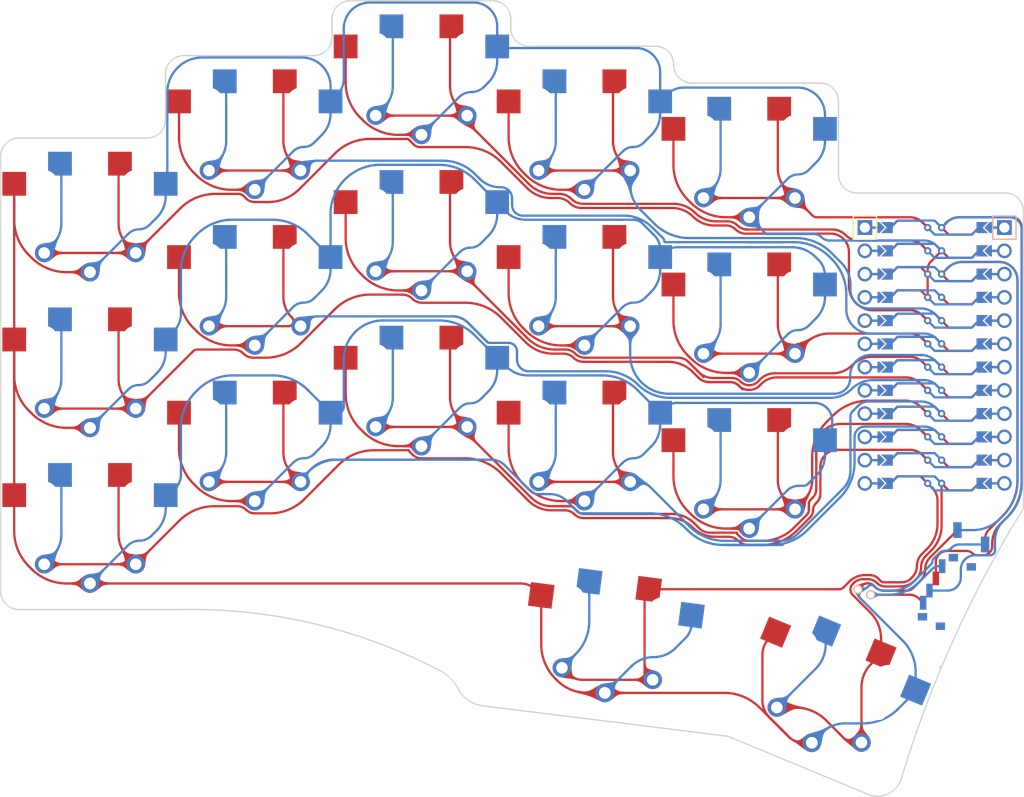
<source format=kicad_pcb>
(kicad_pcb (version 20211014) (generator pcbnew)
  (title_block (title "lazy_ferris") (rev "v1.0.0") (company "Unknown"))
  (layers (0 "F.Cu" signal) (31 "B.Cu" signal) (34 "B.Paste" user) (35 "F.Paste" user) (36 "B.SilkS" user "B.Silkscreen") (37 "F.SilkS" user "F.Silkscreen") (38 "B.Mask" user) (39 "F.Mask" user) (44 "Edge.Cuts" user))
  (net 0 "")
  (net 1 "P8")
  (net 2 "GND")
  (net 3 "P5")
  (net 4 "P2")
  (net 5 "P14")
  (net 6 "P18")
  (net 7 "P20")
  (net 8 "P7")
  (net 9 "P4")
  (net 10 "P0")
  (net 11 "P15")
  (net 12 "P19")
  (net 13 "P21")
  (net 14 "P6")
  (net 15 "P3")
  (net 16 "P1")
  (net 17 "P9")
  (net 18 "P10")
  (net 19 "RAW")
  (net 20 "RST")
  (net 21 "VCC")
  (net 22 "P16")
  (net 23 "pos")
  (footprint "lib:bat" (layer "F.Cu") (at 102.571895 6.840827 -112.5)
    (fp_text reference "")
    (fp_text value "")
  )
  (footprint "Button_Switch_SMD:SW_SPDT_PCM12" (layer "F.Cu") (at 111.302323 6.668716 62.5)
    (fp_text reference "")
    (fp_text value "")
  )
  (footprint "PG1350" (layer "F.Cu") (at 36 -43)
    (fp_text reference "S11" hide)
    (fp_text value "" hide)
  )
  (footprint "PG1350" (layer "F.Cu") (at 18 -34 180)
    (fp_text reference "S6" hide)
    (fp_text value "" hide)
  )
  (footprint "PG1350" (layer "F.Cu") (at 18 0 180)
    (fp_text reference "S2" hide)
    (fp_text value "" hide)
  )
  (footprint "PG1350" (layer "F.Cu") (at 90 -23 180)
    (fp_text reference "S28" hide)
    (fp_text value "" hide)
  )
  (footprint "PG1350" (layer "F.Cu") (at 18 0)
    (fp_text reference "S1" hide)
    (fp_text value "" hide)
  )
  (footprint "PG1350" (layer "F.Cu") (at 75 12 -7.5)
    (fp_text reference "S31" hide)
    (fp_text value "" hide)
  )
  (footprint "PG1350" (layer "F.Cu") (at 18 -34)
    (fp_text reference "S5" hide)
    (fp_text value "" hide)
  )
  (footprint "Button_Switch_SMD:SW_SPST_B3U-1000P" (layer "F.Cu") (at 114.251706 0.854841 -27.5)
    (fp_text reference "")
    (fp_text value "")
  )
  (footprint "PG1350" (layer "F.Cu") (at 72 -43 180)
    (fp_text reference "S24" hide)
    (fp_text value "" hide)
  )
  (footprint "PG1350" (layer "F.Cu") (at 36 -9)
    (fp_text reference "S7" hide)
    (fp_text value "" hide)
  )
  (footprint "ProMicro" (layer "F.Cu") (at 110.25 -19 -90)
    (fp_text reference "MCU1" hide)
    (fp_text value "")
  )
  (footprint "PG1350" (layer "F.Cu") (at 90 -40 180)
    (fp_text reference "S30" hide)
    (fp_text value "" hide)
  )
  (footprint "PG1350" (layer "F.Cu") (at 36 -26)
    (fp_text reference "S9" hide)
    (fp_text value "" hide)
  )
  (footprint "PG1350" (layer "F.Cu") (at 90 -6 180)
    (fp_text reference "S26" hide)
    (fp_text value "" hide)
  )
  (footprint "PG1350" (layer "F.Cu") (at 18 -17)
    (fp_text reference "S3" hide)
    (fp_text value "" hide)
  )
  (footprint "PG1350" (layer "F.Cu") (at 54.2 -32)
    (fp_text reference "S15" hide)
    (fp_text value "" hide)
  )
  (footprint "PG1350" (layer "F.Cu") (at 72 -26 180)
    (fp_text reference "S22" hide)
    (fp_text value "" hide)
  )
  (footprint "PG1350" (layer "F.Cu") (at 75 12 172.5)
    (fp_text reference "S32" hide)
    (fp_text value "" hide)
  )
  (footprint "PG1350" (layer "F.Cu") (at 72 -43)
    (fp_text reference "S23" hide)
    (fp_text value "" hide)
  )
  (footprint "PG1350" (layer "F.Cu") (at 36 -43 180)
    (fp_text reference "S12" hide)
    (fp_text value "" hide)
  )
  (footprint "PG1350" (layer "F.Cu") (at 18 -17 180)
    (fp_text reference "S4" hide)
    (fp_text value "" hide)
  )
  (footprint "PG1350" (layer "F.Cu") (at 54.2 -49 180)
    (fp_text reference "S18" hide)
    (fp_text value "" hide)
  )
  (footprint "PG1350" (layer "F.Cu") (at 90 -6)
    (fp_text reference "S25" hide)
    (fp_text value "" hide)
  )
  (footprint "PG1350" (layer "F.Cu") (at 54.2 -32 180)
    (fp_text reference "S16" hide)
    (fp_text value "" hide)
  )
  (footprint "PG1350" (layer "F.Cu") (at 54.2 -15)
    (fp_text reference "S13" hide)
    (fp_text value "" hide)
  )
  (footprint "PG1350" (layer "F.Cu") (at 54.2 -49)
    (fp_text reference "S17" hide)
    (fp_text value "" hide)
  )
  (footprint "PG1350" (layer "F.Cu") (at 72 -26)
    (fp_text reference "S21" hide)
    (fp_text value "" hide)
  )
  (footprint "PG1350" (layer "F.Cu") (at 90 -40)
    (fp_text reference "S29" hide)
    (fp_text value "" hide)
  )
  (footprint "PG1350" (layer "F.Cu") (at 72 -9 180)
    (fp_text reference "S20" hide)
    (fp_text value "" hide)
  )
  (footprint "PG1350" (layer "F.Cu") (at 54.2 -15 180)
    (fp_text reference "S14" hide)
    (fp_text value "" hide)
  )
  (footprint "PG1350" (layer "F.Cu") (at 99.094915 17.848125 157.5)
    (fp_text reference "S34" hide)
    (fp_text value "" hide)
  )
  (footprint "PG1350" (layer "F.Cu") (at 72 -9)
    (fp_text reference "S19" hide)
    (fp_text value "" hide)
  )
  (footprint "PG1350" (layer "F.Cu") (at 90 -23)
    (fp_text reference "S27" hide)
    (fp_text value "" hide)
  )
  (footprint "PG1350" (layer "F.Cu") (at 36 -26 180)
    (fp_text reference "S10" hide)
    (fp_text value "" hide)
  )
  (footprint "PG1350" (layer "F.Cu") (at 99.094915 17.848125 -22.5)
    (fp_text reference "S33" hide)
    (fp_text value "" hide)
  )
  (footprint "PG1350" (layer "F.Cu") (at 36 -9 180)
    (fp_text reference "S8" hide)
    (fp_text value "" hide)
  )
  (gr_line (start 26.25 -44.75) (end 26.25 -49.75) (layer "Edge.Cuts") (width 0.15))
  (gr_arc (start 106.68 27) (mid 112.362252 11.923809) (end 119.95 -2.289058) (layer "Edge.Cuts") (width 0.15))
  (gr_line (start 99.75 -38.75) (end 99.75 -46.75) (layer "Edge.Cuts") (width 0.15))
  (gr_arc (start 55.88 15.24) (mid 57.385599 16.274401) (end 58.42 17.78) (layer "Edge.Cuts") (width 0.15))
  (gr_arc (start 83.75 -48.75) (mid 82.335786 -49.335786) (end 81.75 -50.75) (layer "Edge.Cuts") (width 0.15))
  (gr_arc (start 110.785784 15.101849) (mid 110.824633 15.014078) (end 110.867648 14.928273) (layer "Edge.Cuts") (width 0.15))
  (gr_line (start 65.95 -52.775) (end 79.75 -52.775) (layer "Edge.Cuts") (width 0.15))
  (gr_line (start 119.95 -2.289058) (end 119.95 -34.75) (layer "Edge.Cuts") (width 0.15))
  (gr_arc (start 101.75 -36.75) (mid 100.335786 -37.335786) (end 99.75 -38.75) (layer "Edge.Cuts") (width 0.15))
  (gr_line (start 101.75 -36.75) (end 117.95 -36.75) (layer "Edge.Cuts") (width 0.15))
  (gr_arc (start 44.45 -53.75) (mid 43.864214 -52.335786) (end 42.45 -51.75) (layer "Edge.Cuts") (width 0.15))
  (gr_line (start 46.45 -57.75) (end 61.95 -57.75) (layer "Edge.Cuts") (width 0.15))
  (gr_line (start 60.96 19.271986) (end 87.662489 22.583591) (layer "Edge.Cuts") (width 0.15))
  (gr_arc (start 26.25 -44.75) (mid 25.664214 -43.335786) (end 24.25 -42.75) (layer "Edge.Cuts") (width 0.15))
  (gr_line (start 10.25 -42.75) (end 24.25 -42.75) (layer "Edge.Cuts") (width 0.15))
  (gr_line (start 44.45 -53.75) (end 44.45 -55.75) (layer "Edge.Cuts") (width 0.15))
  (gr_line (start 81.75 -50.775) (end 81.75 -50.75) (layer "Edge.Cuts") (width 0.15))
  (gr_arc (start 61.95 -57.75) (mid 63.364214 -57.164214) (end 63.95 -55.75) (layer "Edge.Cuts") (width 0.15))
  (gr_line (start 8.25 6.75) (end 8.25 -40.75) (layer "Edge.Cuts") (width 0.15))
  (gr_line (start 87.662489 22.583591) (end 102.906502 28.897868) (layer "Edge.Cuts") (width 0.15))
  (gr_arc (start 79.75 -52.775) (mid 81.164214 -52.189214) (end 81.75 -50.775) (layer "Edge.Cuts") (width 0.15))
  (gr_arc (start 97.75 -48.75) (mid 99.164214 -48.164214) (end 99.75 -46.75) (layer "Edge.Cuts") (width 0.15))
  (gr_arc (start 44.45 -55.75) (mid 45.035786 -57.164214) (end 46.45 -57.75) (layer "Edge.Cuts") (width 0.15))
  (gr_line (start 83.75 -48.75) (end 97.75 -48.75) (layer "Edge.Cuts") (width 0.15))
  (gr_line (start 28.25 -51.75) (end 42.45 -51.75) (layer "Edge.Cuts") (width 0.15))
  (gr_arc (start 106.68 27) (mid 105.242317 28.841803) (end 102.906502 28.897868) (layer "Edge.Cuts") (width 0.15))
  (gr_arc (start 10.25 8.75) (mid 8.835786 8.164214) (end 8.25 6.75) (layer "Edge.Cuts") (width 0.15))
  (gr_arc (start 26.25 -49.75) (mid 26.835786 -51.164214) (end 28.25 -51.75) (layer "Edge.Cuts") (width 0.15))
  (gr_arc (start 8.25 -40.75) (mid 8.835786 -42.164214) (end 10.25 -42.75) (layer "Edge.Cuts") (width 0.15))
  (gr_arc (start 27.94 8.75) (mid 42.314225 10.254779) (end 55.88 15.24) (layer "Edge.Cuts") (width 0.15))
  (gr_line (start 63.95 -55.75) (end 63.95 -54.775) (layer "Edge.Cuts") (width 0.15))
  (gr_arc (start 117.95 -36.75) (mid 119.364214 -36.164214) (end 119.95 -34.75) (layer "Edge.Cuts") (width 0.15))
  (gr_line (start 10.25 8.75) (end 27.94 8.75) (layer "Edge.Cuts") (width 0.15))
  (gr_arc (start 60.96 19.271986) (mid 59.534062 18.791466) (end 58.42 17.78) (layer "Edge.Cuts") (width 0.15))
  (gr_arc (start 65.95 -52.775) (mid 64.535786 -53.360786) (end 63.95 -54.775) (layer "Edge.Cuts") (width 0.15))
  (segment (start 97.775001 -3.914222) (end 97.775001 -6.85986) (width 0.25) (layer "F.Cu") (net 1))
  (segment (start 37.651769 -1.759) (end 35.996789 -1.759) (width 0.25) (layer "F.Cu") (net 1))
  (segment (start 97.3725 -2.9425) (end 97.289208 -2.859208) (width 0.25) (layer "F.Cu") (net 1))
  (segment (start 52.806269 -8.65) (end 49.003963 -8.65) (width 0.25) (layer "F.Cu") (net 1))
  (segment (start 23.46875 3.331249) (end 27.746207 -0.946207) (width 0.25) (layer "F.Cu") (net 1))
  (segment (start 21.124999 0.599173) (end 21.124999 -5.693932) (width 0.25) (layer "F.Cu") (net 1))
  (segment (start 65.902046 -3.128698) (end 62.865538 -6.165207) (width 0.25) (layer "F.Cu") (net 1))
  (segment (start 31.593963 -2.54) (end 34.111288 -2.54) (width 0.25) (layer "F.Cu") (net 1))
  (segment (start 21.199999 -5.874999) (end 21.275 -5.95) (width 0.25) (layer "F.Cu") (net 1))
  (segment (start 41.419747 -3.319747) (end 45.156207 -7.056207) (width 0.25) (layer "F.Cu") (net 1))
  (segment (start 52.896286 -8.507252) (end 53.251769 -8.151769) (width 0.25) (layer "F.Cu") (net 1))
  (segment (start 68.409686 -2.09) (end 69.878627 -2.09) (width 0.25) (layer "F.Cu") (net 1))
  (segment (start 89.888175 1.690999) (end 91.45 1.690999) (width 0.25) (layer "F.Cu") (net 1))
  (segment (start 108.9255 -8.1325) (end 109.488 -7.57) (width 0.25) (layer "F.Cu") (net 1))
  (segment (start 71.922087 -1.243571) (end 81.342153 -1.243571) (width 0.25) (layer "F.Cu") (net 1))
  (segment (start 22.531249 3.331249) (end 22.062499 2.862499) (width 0.25) (layer "F.Cu") (net 1))
  (segment (start 22.337086 3.8) (end 13 3.8) (width 0.25) (layer "F.Cu") (net 1))
  (segment (start 107.567504 -8.695) (end 99.61014 -8.695) (width 0.25) (layer "F.Cu") (net 1))
  (segment (start 96.650791 -1.317934) (end 95.191733 0.141123) (width 0.25) (layer "F.Cu") (net 1))
  (segment (start 86.275769 0.8) (end 87.73711 0.799999) (width 0.25) (layer "F.Cu") (net 1))
  (segment (start 54.199998 -7.759) (end 59.017782 -7.759) (width 0.25) (layer "F.Cu") (net 1))
  (arc (start 27.746207 -0.946207) (mid 29.511572 -2.125786) (end 31.593963 -2.54) (width 0.25) (layer "F.Cu") (net 1))
  (arc (start 65.902046 -3.128698) (mid 67.052561 -2.359948) (end 68.409686 -2.09) (width 0.25) (layer "F.Cu") (net 1))
  (arc (start 22.337086 3.8) (mid 22.590772 3.630492) (end 22.531249 3.331249) (width 0.25) (layer "F.Cu") (net 1))
  (arc (start 97.775001 -6.85986) (mid 97.914692 -7.562137) (end 98.312501 -8.1575) (width 0.25) (layer "F.Cu") (net 1))
  (arc (start 23.46875 3.331249) (mid 22.999999 3.525412) (end 22.531249 3.331249) (width 0.25) (layer "F.Cu") (net 1))
  (arc (start 21.199999 -5.874999) (mid 21.14449 -5.791924) (end 21.124999 -5.693932) (width 0.25) (layer "F.Cu") (net 1))
  (arc (start 97.3725 -2.9425) (mid 97.670394 -3.38833) (end 97.775001 -3.914222) (width 0.25) (layer "F.Cu") (net 1))
  (arc (start 52.859 -8.597269) (mid 52.843555 -8.634555) (end 52.806269 -8.65) (width 0.25) (layer "F.Cu") (net 1))
  (arc (start 23.46875 3.331249) (mid 22.949538 3.678175) (end 22.337086 3.8) (width 0.25) (layer "F.Cu") (net 1))
  (arc (start 96.650791 -1.317934) (mid 96.88704 -1.671505) (end 96.97 -2.088571) (width 0.25) (layer "F.Cu") (net 1))
  (arc (start 83.808961 -0.221785) (mid 82.67718 -0.978017) (end 81.342153 -1.243571) (width 0.25) (layer "F.Cu") (net 1))
  (arc (start 86.275769 0.8) (mid 84.940742 0.534446) (end 83.808961 -0.221785) (width 0.25) (layer "F.Cu") (net 1))
  (arc (start 97.289208 -2.859208) (mid 97.052959 -2.505636) (end 96.97 -2.088571) (width 0.25) (layer "F.Cu") (net 1))
  (arc (start 87.73711 0.799999) (mid 88.319184 0.915781) (end 88.812643 1.2455) (width 0.25) (layer "F.Cu") (net 1))
  (arc (start 108.9255 -8.1325) (mid 108.302446 -8.548811) (end 107.567504 -8.695) (width 0.25) (layer "F.Cu") (net 1))
  (arc (start 21.124999 0.599173) (mid 21.368647 1.824076) (end 22.062499 2.862499) (width 0.25) (layer "F.Cu") (net 1))
  (arc (start 52.859 -8.597269) (mid 52.86869 -8.548552) (end 52.896286 -8.507252) (width 0.25) (layer "F.Cu") (net 1))
  (arc (start 88.812643 1.2455) (mid 89.306101 1.575218) (end 89.888175 1.690999) (width 0.25) (layer "F.Cu") (net 1))
  (arc (start 45.156207 -7.056207) (mid 46.921572 -8.235786) (end 49.003963 -8.65) (width 0.25) (layer "F.Cu") (net 1))
  (arc (start 35.996789 -1.759) (mid 35.486576 -1.860487) (end 35.054039 -2.1495) (width 0.25) (layer "F.Cu") (net 1))
  (arc (start 35.054039 -2.1495) (mid 34.621501 -2.438512) (end 34.111288 -2.54) (width 0.25) (layer "F.Cu") (net 1))
  (arc (start 41.419747 -3.319747) (mid 39.690984 -2.164624) (end 37.651769 -1.759) (width 0.25) (layer "F.Cu") (net 1))
  (arc (start 71.922087 -1.243571) (mid 71.36913 -1.35356) (end 70.900357 -1.666785) (width 0.25) (layer "F.Cu") (net 1))
  (arc (start 99.61014 -8.695) (mid 98.907862 -8.555308) (end 98.312501 -8.1575) (width 0.25) (layer "F.Cu") (net 1))
  (arc (start 69.878627 -2.09) (mid 70.431583 -1.98001) (end 70.900357 -1.666785) (width 0.25) (layer "F.Cu") (net 1))
  (arc (start 54.199998 -7.759) (mid 53.68682 -7.861077) (end 53.251769 -8.151769) (width 0.25) (layer "F.Cu") (net 1))
  (arc (start 62.865538 -6.165207) (mid 61.100172 -7.344786) (end 59.017782 -7.759) (width 0.25) (layer "F.Cu") (net 1))
  (arc (start 95.191733 0.141123) (mid 93.475011 1.288199) (end 91.45 1.690999) (width 0.25) (layer "F.Cu") (net 1))
  (segment (start 14.875001 -5.693932) (end 14.875001 0.599173) (width 0.25) (layer "B.Cu") (net 1))
  (segment (start 14.8 -5.874999) (end 14.725 -5.95) (width 0.25) (layer "B.Cu") (net 1))
  (segment (start 13.9375 2.862499) (end 13 3.8) (width 0.25) (layer "B.Cu") (net 1))
  (arc (start 14.875001 -5.693932) (mid 14.855508 -5.791924) (end 14.8 -5.874999) (width 0.25) (layer "B.Cu") (net 1))
  (arc (start 14.875001 0.599173) (mid 14.631352 1.824076) (end 13.9375 2.862499) (width 0.25) (layer "B.Cu") (net 1))
  (segment (start 93.48619 21.806782) (end 93.903738 22.22433) (width 0.25) (layer "F.Cu") (net 2))
  (segment (start 63.725 -8.832502) (end 63.725 -12.75) (width 0.25) (layer "F.Cu") (net 2))
  (segment (start 103.74054 6.27838) (end 103.619397 6.157237) (width 0.25) (layer "F.Cu") (net 2))
  (segment (start 9.725 -20.75) (end 9.725 -16.832502) (width 0.25) (layer "F.Cu") (net 2))
  (segment (start 65.318792 -38.984745) (end 65.609746 -38.693792) (width 0.25) (layer "F.Cu") (net 2))
  (segment (start 83.318792 -35.984745) (end 83.609746 -35.693792) (width 0.25) (layer "F.Cu") (net 2))
  (segment (start 63.725 -42.832502) (end 63.725 -46.75) (width 0.25) (layer "F.Cu") (net 2))
  (segment (start 94.182104 22.502695) (end 94.321287 22.641878) (width 0.25) (layer "F.Cu") (net 2))
  (segment (start 93.903738 22.22433) (end 94.182104 22.502695) (width 0.25) (layer "F.Cu") (net 2))
  (segment (start 51.657502 -9.1) (end 54.2 -9.1) (width 0.25) (layer "F.Cu") (net 2))
  (segment (start 27.725 -8.832502) (end 27.725 -12.75) (width 0.25) (layer "F.Cu") (net 2))
  (segment (start 47.518792 -44.984745) (end 47.809746 -44.693792) (width 0.25) (layer "F.Cu") (net 2))
  (segment (start 95.907753 23.299014) (end 96.837083 23.299014) (width 0.25) (layer "F.Cu") (net 2))
  (segment (start 67.285267 12.557983) (end 67.285267 8.122615) (width 0.25) (layer "F.Cu") (net 2))
  (segment (start 51.657502 -26.1) (end 54.2 -26.1) (width 0.25) (layer "F.Cu") (net 2))
  (segment (start 109.488 -27.89) (end 109.488 -25.35) (width 0.25) (layer "F.Cu") (net 2))
  (segment (start 104.704921 6.67784) (end 107.15108 6.67784) (width 0.25) (layer "F.Cu") (net 2))
  (segment (start 81.725 -39.832502) (end 81.725 -43.75) (width 0.25) (layer "F.Cu") (net 2))
  (segment (start 81.725 -5.832502) (end 81.725 -9.75) (width 0.25) (layer "F.Cu") (net 2))
  (segment (start 27.725 -42.832502) (end 27.725 -46.75) (width 0.25) (layer "F.Cu") (net 2))
  (segment (start 69.025597 16.490142) (end 68.835123 16.299668) (width 0.25) (layer "F.Cu") (net 2))
  (segment (start 92.162437 11.939308) (end 92.884875 11.216871) (width 0.25) (layer "F.Cu") (net 2))
  (segment (start 83.609745 -1.693792) (end 83.318792 -1.984746) (width 0.25) (layer "F.Cu") (net 2))
  (segment (start 93.48619 21.806782) (end 92.214852 20.535443) (width 0.25) (layer "F.Cu") (net 2))
  (segment (start 107.955263 6.344735) (end 108.694498 5.605501) (width 0.25) (layer "F.Cu") (net 2))
  (segment (start 104.704921 6.67784) (end 105.26676 6.67784) (width 0.25) (layer "F.Cu") (net 2))
  (segment (start 87.457502 -17.1) (end 90 -17.1) (width 0.25) (layer "F.Cu") (net 2))
  (segment (start 33.457502 -3.1) (end 36 -3.1) (width 0.25) (layer "F.Cu") (net 2))
  (segment (start 94.182104 22.502695) (end 93.903738 22.22433) (width 0.25) (layer "F.Cu") (net 2))
  (segment (start 18 5.9) (end 15.457502 5.9) (width 0.25) (layer "F.Cu") (net 2))
  (segment (start 69.457502 -37.1) (end 72 -37.1) (width 0.25) (layer "F.Cu") (net 2))
  (segment (start 69.457502 -20.1) (end 72 -20.1) (width 0.25) (layer "F.Cu") (net 2))
  (segment (start 33.457502 -20.1) (end 36 -20.1) (width 0.25) (layer "F.Cu") (net 2))
  (segment (start 65.318792 -21.984745) (end 65.609746 -21.693792) (width 0.25) (layer "F.Cu") (net 2))
  (segment (start 91.44 18.664784) (end 91.44 13.683426) (width 0.25) (layer "F.Cu") (net 2))
  (segment (start 65.609746 -4.693792) (end 65.318792 -4.984745) (width 0.25) (layer "F.Cu") (net 2))
  (segment (start 11.609746 4.306207) (end 11.318792 4.015253) (width 0.25) (layer "F.Cu") (net 2))
  (segment (start 45.925 -48.832502) (end 45.925 -52.75) (width 0.25) (layer "F.Cu") (net 2))
  (segment (start 74.229895 17.849525) (end 72.307437 17.849525) (width 0.25) (layer "F.Cu") (net 2))
  (segment (start 11.609746 -12.693792) (end 11.318792 -12.984745) (width 0.25) (layer "F.Cu") (net 2))
  (segment (start 65.062651 5.9) (end 18 5.9) (width 0.25) (layer "F.Cu") (net 2))
  (segment (start 109.745501 3.068154) (end 112.743788 0.069868) (width 0.25) (layer "F.Cu") (net 2))
  (segment (start 29.609746 -21.693792) (end 29.318792 -21.984745) (width 0.25) (layer "F.Cu") (net 2))
  (segment (start 106.20892 6.67784) (end 105.26676 6.67784) (width 0.25) (layer "F.Cu") (net 2))
  (segment (start 74.229895 17.849525) (end 87.274969 17.849525) (width 0.25) (layer "F.Cu") (net 2))
  (segment (start 91.122725 19.443317) (end 92.214851 20.535443) (width 0.25) (layer "F.Cu") (net 2))
  (segment (start 109.84721 -29.26521) (end 111.012 -30.43) (width 0.25) (layer "F.Cu") (net 2))
  (segment (start 45.925 -14.832502) (end 45.925 -18.75) (width 0.25) (layer "F.Cu") (net 2))
  (segment (start 47.809746 -10.693792) (end 47.518792 -10.984745) (width 0.25) (layer "F.Cu") (net 2))
  (segment (start 102.275561 6.157237) (end 101.878985 6.553814) (width 0.25) (layer "F.Cu") (net 2))
  (segment (start 63.725 -25.832502) (end 63.725 -29.75) (width 0.25) (layer "F.Cu") (net 2))
  (segment (start 51.657502 -43.1) (end 54.2 -43.1) (width 0.25) (layer "F.Cu") (net 2))
  (segment (start 83.609745 -18.693792) (end 83.318792 -18.984746) (width 0.25) (layer "F.Cu") (net 2))
  (segment (start 27.725 -25.832502) (end 27.725 -29.75) (width 0.25) (layer "F.Cu") (net 2))
  (segment (start 9.725 0.167497) (end 9.725 -3.75) (width 0.25) (layer "F.Cu") (net 2))
  (segment (start 69.457502 -3.1) (end 72 -3.1) (width 0.25) (layer "F.Cu") (net 2))
  (segment (start 106.44446 6.67784) (end 106.20892 6.67784) (width 0.25) (layer "F.Cu") (net 2))
  (segment (start 29.609746 -4.693792) (end 29.318792 -4.984745) (width 0.25) (layer "F.Cu") (net 2))
  (segment (start 9.725 -20.75) (end 9.725 -3.75) (width 0.25) (layer "F.Cu") (net 2))
  (segment (start 106.91554 6.67784) (end 106.44446 6.67784) (width 0.25) (layer "F.Cu") (net 2))
  (segment (start 109.488 -28.398) (end 109.488 -27.89) (width 0.25) (layer "F.Cu") (net 2))
  (segment (start 33.457502 -37.1) (end 36 -37.1) (width 0.25) (layer "F.Cu") (net 2))
  (segment (start 87.457502 -34.1) (end 90 -34.1) (width 0.25) (layer "F.Cu") (net 2))
  (segment (start 15.457502 -28.1) (end 18 -28.1) (width 0.25) (layer "F.Cu") (net 2))
  (segment (start 106.91554 6.67784) (end 107.15108 6.67784) (width 0.25) (layer "F.Cu") (net 2))
  (segment (start 29.609746 -38.693792) (end 29.318792 -38.984745) (width 0.25) (layer "F.Cu") (net 2))
  (segment (start 47.809746 -27.693792) (end 47.518792 -27.984745) (width 0.25) (layer "F.Cu") (net 2))
  (segment (start 93.48619 21.806782) (end 93.903738 22.22433) (width 0.25) (layer "F.Cu") (net 2))
  (segment (start 9.725 -37.75) (end 9.725 -33.832502) (width 0.25) (layer "F.Cu") (net 2))
  (segment (start 45.925 -31.832502) (end 45.925 -35.75) (width 0.25) (layer "F.Cu") (net 2))
  (segment (start 11.318792 -29.984745) (end 11.609746 -29.693792) (width 0.25) (layer "F.Cu") (net 2))
  (segment (start 81.725 -22.832502) (end 81.725 -26.75) (width 0.25) (layer "F.Cu") (net 2))
  (segment (start 93.48619 21.806782) (end 92.214851 20.535443) (width 0.25) (layer "F.Cu") (net 2))
  (segment (start 87.457502 -0.1) (end 90 -0.1) (width 0.25) (layer "F.Cu") (net 2))
  (segment (start 15.457502 -11.1) (end 18 -11.1) (width 0.25) (layer "F.Cu") (net 2))
  (segment (start 9.725 -20.75) (end 9.725 -37.75) (width 0.25) (layer "F.Cu") (net 2))
  (arc (start 93.48619 21.806782) (mid 93.48619 21.806782) (end 93.48619 21.806782) (width 0.25) (layer "F.Cu") (net 2))
  (arc (start 69.457502 -20.1) (mid 67.375111 -20.514213) (end 65.609746 -21.693792) (width 0.25) (layer "F.Cu") (net 2))
  (arc (start 29.609746 -21.693792) (mid 31.375111 -20.514213) (end 33.457502 -20.1) (width 0.25) (layer "F.Cu") (net 2))
  (arc (start 109.488 -28.398) (mid 109.581355 -28.86733) (end 109.84721 -29.26521) (width 0.25) (layer "F.Cu") (net 2))
  (arc (start 91.44 18.664784) (mid 91.641377 19.677177) (end 92.214852 20.535443) (width 0.25) (layer "F.Cu") (net 2))
  (arc (start 11.318792 -29.984745) (mid 10.139213 -31.750111) (end 9.725 -33.832502) (width 0.25) (layer "F.Cu") (net 2))
  (arc (start 65.318792 -21.984745) (mid 64.139213 -23.750111) (end 63.725 -25.832502) (width 0.25) (layer "F.Cu") (net 2))
  (arc (start 29.609746 -38.693792) (mid 31.375111 -37.514213) (end 33.457502 -37.1) (width 0.25) (layer "F.Cu") (net 2))
  (arc (start 69.025597 16.490142) (mid 70.531318 17.496232) (end 72.307437 17.849525) (width 0.25) (layer "F.Cu") (net 2))
  (arc (start 65.318792 -4.984745) (mid 64.139213 -6.750111) (end 63.725 -8.832502) (width 0.25) (layer "F.Cu") (net 2))
  (arc (start 11.609746 4.306207) (mid 13.375111 5.485786) (end 15.457502 5.9) (width 0.25) (layer "F.Cu") (net 2))
  (arc (start 66.634278 6.550989) (mid 67.11608 7.272057) (end 67.285267 8.122615) (width 0.25) (layer "F.Cu") (net 2))
  (arc (start 69.457502 -3.1) (mid 67.375111 -3.514213) (end 65.609746 -4.693792) (width 0.25) (layer "F.Cu") (net 2))
  (arc (start 47.518792 -44.984745) (mid 46.339213 -46.750111) (end 45.925 -48.832502) (width 0.25) (layer "F.Cu") (net 2))
  (arc (start 103.619397 6.157237) (mid 103.311118 5.951252) (end 102.947479 5.87892) (width 0.25) (layer "F.Cu") (net 2))
  (arc (start 81.725 -39.832502) (mid 82.139213 -37.750111) (end 83.318792 -35.984745) (width 0.25) (layer "F.Cu") (net 2))
  (arc (start 51.657502 -26.1) (mid 49.575111 -26.514213) (end 47.809746 -27.693792) (width 0.25) (layer "F.Cu") (net 2))
  (arc (start 9.725 -16.832502) (mid 10.139213 -14.750111) (end 11.318792 -12.984745) (width 0.25) (layer "F.Cu") (net 2))
  (arc (start 45.925 -14.832502) (mid 46.339213 -12.750111) (end 47.518792 -10.984745) (width 0.25) (layer "F.Cu") (net 2))
  (arc (start 29.609746 -4.693792) (mid 31.375111 -3.514213) (end 33.457502 -3.1) (width 0.25) (layer "F.Cu") (net 2))
  (arc (start 91.44 13.683426) (mid 91.627755 12.739516) (end 92.162437 11.939308) (width 0.25) (layer "F.Cu") (net 2))
  (arc (start 102.275561 6.157237) (mid 102.583839 5.951252) (end 102.947479 5.87892) (width 0.25) (layer "F.Cu") (net 2))
  (arc (start 83.318792 -18.984746) (mid 82.139213 -20.750111) (end 81.725 -22.832502) (width 0.25) (layer "F.Cu") (net 2))
  (arc (start 27.725 -8.832502) (mid 28.139213 -6.750111) (end 29.318792 -4.984745) (width 0.25) (layer "F.Cu") (net 2))
  (arc (start 65.062651 5.9) (mid 65.913209 6.069186) (end 66.634278 6.550989) (width 0.25) (layer "F.Cu") (net 2))
  (arc (start 93.903738 22.22433) (mid 93.903738 22.22433) (end 93.903738 22.22433) (width 0.25) (layer "F.Cu") (net 2))
  (arc (start 15.457502 -28.1) (mid 13.375111 -28.514213) (end 11.609746 -29.693792) (width 0.25) (layer "F.Cu") (net 2))
  (arc (start 103.74054 6.27838) (mid 104.183001 6.574023) (end 104.704921 6.67784) (width 0.25) (layer "F.Cu") (net 2))
  (arc (start 69.457502 -37.1) (mid 67.375111 -37.514213) (end 65.609746 -38.693792) (width 0.25) (layer "F.Cu") (net 2))
  (arc (start 65.318792 -38.984745) (mid 64.139213 -40.750111) (end 63.725 -42.832502) (width 0.25) (layer "F.Cu") (net 2))
  (arc (start 107.955263 6.344735) (mid 107.5863 6.591268) (end 107.15108 6.67784) (width 0.25) (layer "F.Cu") (net 2))
  (arc (start 27.725 -42.832502) (mid 28.139213 -40.750111) (end 29.318792 -38.984745) (width 0.25) (layer "F.Cu") (net 2))
  (arc (start 83.318792 -1.984746) (mid 82.139213 -3.750111) (end 81.725 -5.832502) (width 0.25) (layer "F.Cu") (net 2))
  (arc (start 92.214851 20.535443) (mid 92.214851 20.535443) (end 92.214852 20.535443) (width 0.25) (layer "F.Cu") (net 2))
  (arc (start 27.725 -25.832502) (mid 28.139213 -23.750111) (end 29.318792 -21.984745) (width 0.25) (layer "F.Cu") (net 2))
  (arc (start 83.609745 -18.693792) (mid 85.375111 -17.514213) (end 87.457502 -17.1) (width 0.25) (layer "F.Cu") (net 2))
  (arc (start 47.809746 -10.693792) (mid 49.575111 -9.514213) (end 51.657502 -9.1) (width 0.25) (layer "F.Cu") (net 2))
  (arc (start 91.122725 19.443317) (mid 89.357359 18.263738) (end 87.274969 17.849525) (width 0.25) (layer "F.Cu") (net 2))
  (arc (start 107.15108 6.67784) (mid 107.15108 6.67784) (end 107.15108 6.67784) (width 0.25) (layer "F.Cu") (net 2))
  (arc (start 109.22 4.336828) (mid 109.083426 5.023429) (end 108.694498 5.605501) (width 0.25) (layer "F.Cu") (net 2))
  (arc (start 87.457502 -34.1) (mid 85.375111 -34.514213) (end 83.609746 -35.693792) (width 0.25) (layer "F.Cu") (net 2))
  (arc (start 68.835123 16.299668) (mid 67.688061 14.582968) (end 67.285267 12.557983) (width 0.25) (layer "F.Cu") (net 2))
  (arc (start 103.74054 6.27838) (mid 104.183001 6.574023) (end 104.704921 6.67784) (width 0.25) (layer "F.Cu") (net 2))
  (arc (start 104.704921 6.67784) (mid 104.704921 6.67784) (end 104.704921 6.67784) (width 0.25) (layer "F.Cu") (net 2))
  (arc (start 83.609745 -1.693792) (mid 85.375111 -0.514213) (end 87.457502 -0.1) (width 0.25) (layer "F.Cu") (net 2))
  (arc (start 15.457502 -11.1) (mid 13.375111 -11.514213) (end 11.609746 -12.693792) (width 0.25) (layer "F.Cu") (net 2))
  (arc (start 109.22 4.336828) (mid 109.356573 3.650226) (end 109.745501 3.068154) (width 0.25) (layer "F.Cu") (net 2))
  (arc (start 9.725 0.167497) (mid 10.139213 2.249887) (end 11.318792 4.015253) (width 0.25) (layer "F.Cu") (net 2))
  (arc (start 107.955263 6.344735) (mid 107.5863 6.591268) (end 107.15108 6.67784) (width 0.25) (layer "F.Cu") (net 2))
  (arc (start 45.925 -31.832502) (mid 46.339213 -29.750111) (end 47.518792 -27.984745) (width 0.25) (layer "F.Cu") (net 2))
  (arc (start 51.657502 -43.1) (mid 49.575111 -43.514213) (end 47.809746 -44.693792) (width 0.25) (layer "F.Cu") (net 2))
  (arc (start 95.907753 23.299014) (mid 95.049163 23.128229) (end 94.321287 22.641878) (width 0.25) (layer "F.Cu") (net 2))
  (segment (start 104.704921 6.67784) (end 105.562882 6.67784) (width 0.25) (layer "B.Cu") (net 2))
  (segment (start 62.475 -18.7225) (end 62.475 -17.395657) (width 0.25) (layer "B.Cu") (net 2))
  (segment (start 79.279747 -25.939747) (end 78.623215 -25.283215) (width 0.25) (layer "B.Cu") (net 2))
  (segment (start 97.033105 -32.275) (end 97.031965 -32.275) (width 0.25) (layer "B.Cu") (net 2))
  (segment (start 98.275 -42.395657) (end 98.275 -43.75) (width 0.25) (layer "B.Cu") (net 2))
  (segment (start 79.737499 -13.2875) (end 77.793791 -15.231207) (width 0.25) (layer "B.Cu") (net 2))
  (segment (start 109.091504 -31.555) (end 98.771908 -31.555) (width 0.25) (layer "B.Cu") (net 2))
  (segment (start 112.965471 1.639814) (end 115.759624 1.639814) (width 0.25) (layer "B.Cu") (net 2))
  (segment (start 44.275 -29.75) (end 41.793791 -32.231208) (width 0.25) (layer "B.Cu") (net 2))
  (segment (start 49.68653 -39.825001) (end 56.146035 -39.825001) (width 0.25) (layer "B.Cu") (net 2))
  (segment (start 44.275 -47.260884) (end 44.275 -46.239115) (width 0.25) (layer "B.Cu") (net 2))
  (segment (start 37.946035 -16.825001) (end 33.603964 -16.825001) (width 0.25) (layer "B.Cu") (net 2))
  (segment (start 96.008604 -32.275) (end 94.985812 -32.275) (width 0.25) (layer "B.Cu") (net 2))
  (segment (start 58.308413 -47.208413) (end 54.2 -43.1) (width 0.25) (layer "B.Cu") (net 2))
  (segment (start 90 -34.1) (end 91.69772 -32.402279) (width 0.25) (layer "B.Cu") (net 2))
  (segment (start 22.202569 -32.302569) (end 18 -28.1) (width 0.25) (layer "B.Cu") (net 2))
  (segment (start 58.402569 -30.302569) (end 54.2 -26.1) (width 0.25) (layer "B.Cu") (net 2))
  (segment (start 63.492499 -17.7875) (end 62.549445 -18.730554) (width 0.25) (layer "B.Cu") (net 2))
  (segment (start 98.275 -25.670788) (end 98.275 -25.487367) (width 0.25) (layer "B.Cu") (net 2))
  (segment (start 94.690074 -30.825001) (end 82.110141 -30.825001) (width 0.25) (layer "B.Cu") (net 2))
  (segment (start 44.275 -12.714644) (end 44.275 -11.395657) (width 0.25) (layer "B.Cu") (net 2))
  (segment (start 108.175081 17.515916) (end 108.175081 17.481551) (width 0.25) (layer "B.Cu") (net 2))
  (segment (start 44.275 -29.75) (end 44.275 -28.395657) (width 0.25) (layer "B.Cu") (net 2))
  (segment (start 102.232538 6.553814) (end 102.272585 6.553814) (width 0.25) (layer "B.Cu") (net 2))
  (segment (start 98.855 -9.955) (end 98.782582 -9.882582) (width 0.25) (layer "B.Cu") (net 2))
  (segment (start 97.3975 -5.9575) (end 96.97885 -5.53885) (width 0.25) (layer "B.Cu") (net 2))
  (segment (start 95.444099 -4.774099) (end 95.997794 -4.774099) (width 0.25) (layer "B.Cu") (net 2))
  (segment (start 90 -34.1) (end 94.202569 -38.302569) (width 0.25) (layer "B.Cu") (net 2))
  (segment (start 106.277829 19.584992) (end 108.126481 17.73634) (width 0.25) (layer "B.Cu") (net 2))
  (segment (start 110.4495 -30.9925) (end 111.012 -30.43) (width 0.25) (layer "B.Cu") (net 2))
  (segment (start 62.475 -51.18985) (end 62.475 -52.626256) (width 0.25) (layer "B.Cu") (net 2))
  (segment (start 98.275 -26.129342) (end 98.275 -25.762499) (width 0.25) (layer "B.Cu") (net 2))
  (segment (start 82.852731 -48.26) (end 95.279027 -48.26) (width 0.25) (layer "B.Cu") (net 2))
  (segment (start 80.275 -47.283865) (end 80.275 -49.954591) (width 0.25) (layer "B.Cu") (net 2))
  (segment (start 81.03 -47.505) (end 80.6525 -47.1275) (width 0.25) (layer "B.Cu") (net 2))
  (segment (start 59.993791 -21.231208) (end 62.455554 -18.769445) (width 0.25) (layer "B.Cu") (net 2))
  (segment (start 110.7171 2.618372) (end 110.123748 3.211725) (width 0.25) (layer "B.Cu") (net 2))
  (segment (start 26.275 -19.395657) (end 26.275 -19.572667) (width 0.25) (layer "B.Cu") (net 2))
  (segment (start 80.275 -28.989859) (end 80.275 -28.3425) (width 0.25) (layer "B.Cu") (net 2))
  (segment (start 45.72 -18.548696) (end 45.72 -13.3975) (width 0.25) (layer "B.Cu") (net 2))
  (segment (start 29.533792 -15.008792) (end 29.756208 -15.231208) (width 0.25) (layer "B.Cu") (net 2))
  (segment (start 108.175081 17.515916) (end 108.175081 17.584646) (width 0.25) (layer "B.Cu") (net 2))
  (segment (start 96.775128 -32.275) (end 97.029116 -32.275) (width 0.25) (layer "B.Cu") (net 2))
  (segment (start 97.033105 -32.275) (end 97.033675 -32.275) (width 0.25) (layer "B.Cu") (net 2))
  (segment (start 24.479314 -16.245628) (end 25.317334 -17.083648) (width 0.25) (layer "B.Cu") (net 2))
  (segment (start 96.479314 -22.245628) (end 97.317334 -23.083648) (width 0.25) (layer "B.Cu") (net 2))
  (segment (start 92.005 -32.275) (end 94.985812 -32.275) (width 0.25) (layer "B.Cu") (net 2))
  (segment (start 80.275 -47.283865) (end 80.275 -46.216134) (width 0.25) (layer "B.Cu") (net 2))
  (segment (start 96.479314 -39.245628) (end 97.317334 -40.083648) (width 0.25) (layer "B.Cu") (net 2))
  (segment (start 33.538964 -33.825001) (end 37.946035 -33.825001) (width 0.25) (layer "B.Cu") (net 2))
  (segment (start 108.175081 17.344092) (end 108.175081 17.481551) (width 0.25) (layer "B.Cu") (net 2))
  (segment (start 26.275 -2.3125) (end 26.275 -3.5825) (width 0.25) (layer "B.Cu") (net 2))
  (segment (start 44.275 -29.75) (end 44.275 -34.41347) (width 0.25) (layer "B.Cu") (net 2))
  (segment (start 22.143768 1.756231) (end 18 5.9) (width 0.25) (layer "B.Cu") (net 2))
  (segment (start 63.39 -34.740001) (end 62.508586 -35.621415) (width 0.25) (layer "B.Cu") (net 2))
  (segment (start 80.275 -30.51014) (end 80.275 -28.989859) (width 0.25) (layer "B.Cu") (net 2))
  (segment (start 97.031965 -32.275) (end 97.031395 -32.275) (width 0.25) (layer "B.Cu") (net 2))
  (segment (start 43.317334 -26.083648) (end 42.479314 -25.245628) (width 0.25) (layer "B.Cu") (net 2))
  (segment (start 98.275 -27.7375) (end 98.275 -26.129342) (width 0.25) (layer "B.Cu") (net 2))
  (segment (start 44.3 -12.725) (end 44.249999 -12.774999) (width 0.25) (layer "B.Cu") (net 2))
  (segment (start 78.623416 -33.136583) (end 79.1425 -32.617499) (width 0.25) (layer "B.Cu") (net 2))
  (segment (start 61.039784 -48.339784) (end 61.474549 -48.774549) (width 0.25) (layer "B.Cu") (net 2))
  (segment (start 112.032408 2.073553) (end 112.113074 1.992888) (width 0.25) (layer "B.Cu") (net 2))
  (segment (start 108.175081 17.344092) (end 108.175081 15.553649) (width 0.25) (layer "B.Cu") (net 2))
  (segment (start 78.337499 -33.4225) (end 78.623416 -33.136583) (width 0.25) (layer "B.Cu") (net 2))
  (segment (start 98.275 -8.075972) (end 98.275 -9.5625) (width 0.25) (layer "B.Cu") (net 2))
  (segment (start 76.202569 -7.302569) (end 72 -3.1) (width 0.25) (layer "B.Cu") (net 2))
  (segment (start 83.693679 10.286517) (end 83.693679 9.362186) (width 0.25) (layer "B.Cu") (net 2))
  (segment (start 83.040078 11.864448) (end 81.959558 12.944968) (width 0.25) (layer "B.Cu") (net 2))
  (segment (start 27.94 -23.592332) (end 27.94 -28.226036) (width 0.25) (layer "B.Cu") (net 2))
  (segment (start 92.005 -32.275) (end 92.185 -32.275) (width 0.25) (layer "B.Cu") (net 2))
  (segment (start 41.793791 -15.231208) (end 44.249999 -12.774999) (width 0.25) (layer "B.Cu") (net 2))
  (segment (start 79.272271 -32.487728) (end 79.531813 -32.228186) (width 0.25) (layer "B.Cu") (net 2))
  (segment (start 62.475 -52.873743) (end 62.475 -52.626256) (width 0.25) (layer "B.Cu") (net 2))
  (segment (start 98.275 -45.264027) (end 98.275 -43.75) (width 0.25) (layer "B.Cu") (net 2))
  (segment (start 98.275 -25.670788) (end 98.275 -25.762499) (width 0.25) (layer "B.Cu") (net 2))
  (segment (start 25.258534 0.141465) (end 24.704428 0.69557) (width 0.25) (layer "B.Cu") (net 2))
  (segment (start 96.008604 -32.275) (end 96.264872 -32.275) (width 0.25) (layer "B.Cu") (net 2))
  (segment (start 43.317334 -43.083648) (end 42.479314 -42.245628) (width 0.25) (layer "B.Cu") (net 2))
  (segment (start 27.94 -11.161036) (end 27.94 -6.020452) (width 0.25) (layer "B.Cu") (net 2))
  (segment (start 26.72844 -3.86844) (end 27.275 -4.415) (width 0.25) (layer "B.Cu") (net 2))
  (segment (start 77.365777 -33.825001) (end 65.599007 -33.825001) (width 0.25) (layer "B.Cu") (net 2))
  (segment (start 102.944503 6.275496) (end 103.003633 6.216367) (width 0.25) (layer "B.Cu") (net 2))
  (segment (start 97.031395 -32.275) (end 97.029116 -32.275) (width 0.25) (layer "B.Cu") (net 2))
  (segment (start 44.9975 -47.4725) (end 44.63625 -47.11125) (width 0.25) (layer "B.Cu") (net 2))
  (segment (start 78.479314 -8.245628) (end 79.317334 -9.083648) (width 0.25) (layer "B.Cu") (net 2))
  (segment (start 96.443524 -5.003524) (end 96.367049 -4.927049) (width 0.25) (layer "B.Cu") (net 2))
  (segment (start 43.317334 -9.083648) (end 42.479314 -8.245628) (width 0.25) (layer "B.Cu") (net 2))
  (segment (start 40.202569 -7.302569) (end 36 -3.1) (width 0.25) (layer "B.Cu") (net 2))
  (segment (start 99.06 -11.904504) (end 99.06 -10.449913) (width 0.25) (layer "B.Cu") (net 2))
  (segment (start 96.775128 -32.275) (end 96.264872 -32.275) (width 0.25) (layer "B.Cu") (net 2))
  (segment (start 80.275 -11.989859) (end 80.275 -11.395657) (width 0.25) (layer "B.Cu") (net 2))
  (segment (start 94.202569 -21.302569) (end 90 -17.1) (width 0.25) (layer "B.Cu") (net 2))
  (segment (start 40.202569 -41.302569) (end 36 -37.1) (width 0.25) (layer "B.Cu") (net 2))
  (segment (start 78.479314 -42.245628) (end 79.317334 -43.083648) (width 0.25) (layer "B.Cu") (net 2))
  (segment (start 56.146035 -22.825001) (end 49.996304 -22.825001) (width 0.25) (layer "B.Cu") (net 2))
  (segment (start 97.224999 -29.775) (end 97.576732 -29.423267) (width 0.25) (layer "B.Cu") (net 2))
  (segment (start 24.479314 -33.245628) (end 25.317334 -34.083648) (width 0.25) (layer "B.Cu") (net 2))
  (segment (start 29.533792 -32.073792) (end 29.691208 -32.231208) (width 0.25) (layer "B.Cu") (net 2))
  (segment (start 44.275 -45.395657) (end 44.275 -46.239115) (width 0.25) (layer "B.Cu") (net 2))
  (segment (start 76.164982 -24.264982) (end 72 -20.1) (width 0.25) (layer "B.Cu") (net 2))
  (segment (start 103.678527 6.216367) (end 103.74054 6.27838) (width 0.25) (layer "B.Cu") (net 2))
  (segment (start 79.661584 -32.098415) (end 79.531813 -32.228186) (width 0.25) (layer "B.Cu") (net 2))
  (segment (start 76.202569 -41.302569) (end 72 -37.1) (width 0.25) (layer "B.Cu") (net 2))
  (segment (start 107.991893 5.67171) (end 109.891725 3.771878) (width 0.25) (layer "B.Cu") (net 2))
  (segment (start 94.129626 -4.229626) (end 90 -0.1) (width 0.25) (layer "B.Cu") (net 2))
  (segment (start 102.430073 21.178785) (end 100.45654 21.178785) (width 0.25) (layer "B.Cu") (net 2))
  (segment (start 60.679314 -31.245628) (end 61.517334 -32.083648) (width 0.25) (layer "B.Cu") (net 2))
  (segment (start 45.72 -49.216769) (end 45.72 -54.699131) (width 0.25) (layer "B.Cu") (net 2))
  (segment (start 60.679314 -14.245628) (end 61.517334 -15.083648) (width 0.25) (layer "B.Cu") (net 2))
  (segment (start 108.175081 17.584646) (end 108.175081 17.619011) (width 0.25) (layer "B.Cu") (net 2))
  (segment (start 48.570868 -57.55) (end 59.888733 -57.55) (width 0.25) (layer "B.Cu") (net 2))
  (segment (start 59.993791 -38.231208) (end 62.441413 -35.783586) (width 0.25) (layer "B.Cu") (net 2))
  (segment (start 62.475 -54.963733) (end 62.475 -52.873743) (width 0.25) (layer "B.Cu") (net 2))
  (segment (start 44.360355 -12.7) (end 45.0225 -12.7) (width 0.25) (layer "B.Cu") (net 2))
  (segment (start 26.275 -36.395657) (end 26.275 -37.626256) (width 0.25) (layer "B.Cu") (net 2))
  (segment (start 97.897197 22.238899) (end 96.837083 23.299014) (width 0.25) (layer "B.Cu") (net 2))
  (segment (start 77.654591 -52.575) (end 62.773743 -52.575) (width 0.25) (layer "B.Cu") (net 2))
  (segment (start 58.402569 -13.302569) (end 54.2 -9.1) (width 0.25) (layer "B.Cu") (net 2))
  (segment (start 80.275 -30.51014) (end 80.275 -30.6175) (width 0.25) (layer "B.Cu") (net 2))
  (segment (start 41.125387 -51.55) (end 30.273919 -51.55) (width 0.25) (layer "B.Cu") (net 2))
  (segment (start 96.97885 -5.53885) (end 96.672949 -5.232949) (width 0.25) (layer "B.Cu") (net 2))
  (segment (start 97.139503 -13.825001) (end 82.110141 -13.825001) (width 0.25) (layer "B.Cu") (net 2))
  (segment (start 77.136798 14.942621) (end 74.229895 17.849525) (width 0.25) (layer "B.Cu") (net 2))
  (segment (start 96.596474 -5.156474) (end 96.443524 -5.003524) (width 0.25) (layer "B.Cu") (net 2))
  (segment (start 65.816178 -16.825001) (end 73.946035 -16.825001) (width 0.25) (layer "B.Cu") (net 2))
  (segment (start 44.275 -47.260884) (end 44.275 -48.400387) (width 0.25) (layer "B.Cu") (net 2))
  (segment (start 79.272271 -32.487728) (end 79.1425 -32.617499) (width 0.25) (layer "B.Cu") (net 2))
  (segment (start 98.275 -25.395657) (end 98.275 -25.487367) (width 0.25) (layer "B.Cu") (net 2))
  (segment (start 22.202569 -15.302569) (end 18 -11.1) (width 0.25) (layer "B.Cu") (net 2))
  (segment (start 80.275 -45.395657) (end 80.275 -46.216134) (width 0.25) (layer "B.Cu") (net 2))
  (segment (start 102.128984 7.510919) (end 106.763248 12.145183) (width 0.25) (layer "B.Cu") (net 2))
  (segment (start 96.672949 -5.232949) (end 96.596474 -5.156474) (width 0.25) (layer "B.Cu") (net 2))
  (segment (start 40.202569 -24.302569) (end 36 -20.1) (width 0.25) (layer "B.Cu") (net 2))
  (segment (start 62.475 -35.702501) (end 62.475 -34.395657) (width 0.25) (layer "B.Cu") (net 2))
  (segment (start 26.45 -38.048743) (end 26.45 -47.72608) (width 0.25) (layer "B.Cu") (net 2))
  (arc (start 96.479314 -22.245628) (mid 95.957024 -21.896645) (end 95.340942 -21.774099) (width 0.25) (layer "B.Cu") (net 2))
  (arc (start 23.424099 1.225901) (mid 24.117008 1.088072) (end 24.704428 0.69557) (width 0.25) (layer "B.Cu") (net 2))
  (arc (start 27.57 -50.43) (mid 26.741078 -49.189431) (end 26.45 -47.72608) (width 0.25) (layer "B.Cu") (net 2))
  (arc (start 62.5025 -18.75) (mid 62.477093 -18.755053) (end 62.455554 -18.769445) (width 0.25) (layer "B.Cu") (net 2))
  (arc (start 77.340942 -7.774099) (mid 77.957024 -7.896645) (end 78.479314 -8.245628) (width 0.25) (layer "B.Cu") (net 2))
  (arc (start 41.340942 -24.774099) (mid 41.957024 -24.896645) (end 42.479314 -25.245628) (width 0.25) (layer "B.Cu") (net 2))
  (arc (start 109.091504 -31.555) (mid 109.826446 -31.408811) (end 110.4495 -30.9925) (width 0.25) (layer "B.Cu") (net 2))
  (arc (start 26.3625 -37.8375) (mid 26.29774 -37.74058) (end 26.275 -37.626256) (width 0.25) (layer "B.Cu") (net 2))
  (arc (start 77.654591 -52.575) (mid 78.657378 -52.375533) (end 79.5075 -51.8075) (width 0.25) (layer "B.Cu") (net 2))
  (arc (start 97.897197 22.238899) (mid 99.071433 21.454299) (end 100.45654 21.178785) (width 0.25) (layer "B.Cu") (net 2))
  (arc (start 79.661584 -32.098415) (mid 80.115578 -31.418965) (end 80.275 -30.6175) (width 0.25) (layer "B.Cu") (net 2))
  (arc (start 58.402569 -30.302569) (mid 58.924859 -30.651552) (end 59.540942 -30.774099) (width 0.25) (layer "B.Cu") (net 2))
  (arc (start 43.317334 -9.083648) (mid 44.02611 -10.144406) (end 44.275 -11.395657) (width 0.25) (layer "B.Cu") (net 2))
  (arc (start 103.678527 6.216367) (mid 103.34108 6.076591) (end 103.003633 6.216367) (width 0.25) (layer "B.Cu") (net 2))
  (arc (start 92.005 -32.275) (mid 92.005 -32.275) (end 92.005 -32.275) (width 0.25) (layer "B.Cu") (net 2))
  (arc (start 80.8125 -13.2875) (mid 80.414691 -12.692137) (end 80.275 -11.989859) (width 0.25) (layer "B.Cu") (net 2))
  (arc (start 94.202569 -21.302569) (mid 94.724859 -21.651552) (end 95.340942 -21.774099) (width 0.25) (layer "B.Cu") (net 2))
  (arc (start 98.4625 -9.75) (mid 98.329917 -9.695082) (end 98.275 -9.5625) (width 0.25) (layer "B.Cu") (net 2))
  (arc (start 80.275 -45.395657) (mid 80.02611 -44.144406) (end 79.317334 -43.083648) (width 0.25) (layer "B.Cu") (net 2))
  (arc (start 103.74054 6.27838) (mid 104.183001 6.574023) (end 104.704921 6.67784) (width 0.25) (layer "B.Cu") (net 2))
  (arc (start 98.4625 -9.75) (mid 98.635727 -9.784456) (end 98.782582 -9.882582) (width 0.25) (layer "B.Cu") (net 2))
  (arc (start 44.275 -47.260884) (mid 44.405633 -47.065377) (end 44.63625 -47.11125) (width 0.25) (layer "B.Cu") (net 2))
  (arc (start 45.72 -13.3975) (mid 45.515706 -12.904293) (end 45.0225 -12.7) (width 0.25) (layer "B.Cu") (net 2))
  (arc (start 27.1075 -21.5825) (mid 26.491359 -20.66038) (end 26.275 -19.572667) (width 0.25) (layer "B.Cu") (net 2))
  (arc (start 23.340942 -32.774099) (mid 22.724859 -32.651552) (end 22.202569 -32.302569) (width 0.25) (layer "B.Cu") (net 2))
  (arc (start 43.3525 -50.6275) (mid 42.330692 -51.31025) (end 41.125387 -51.55) (width 0.25) (layer "B.Cu") (net 2))
  (arc (start 26.4425 -3.75) (mid 26.324059 -3.70094) (end 26.275 -3.5825) (width 0.25) (layer "B.Cu") (net 2))
  (arc (start 23.340942 -32.774099) (mid 23.957024 -32.896645) (end 24.479314 -33.245628) (width 0.25) (layer "B.Cu") (net 2))
  (arc (start 49.68653 -39.825001) (mid 47.615627 -39.413072) (end 45.86 -38.24) (width 0.25) (layer "B.Cu") (net 2))
  (arc (start 77.394099 -24.774099) (mid 76.728905 -24.641783) (end 76.164982 -24.264982) (width 0.25) (layer "B.Cu") (net 2))
  (arc (start 61.517334 -15.083648) (mid 62.22611 -16.144406) (end 62.475 -17.395657) (width 0.25) (layer "B.Cu") (net 2))
  (arc (start 79.548178 13.943795) (mid 78.243148 14.203381) (end 77.136798 14.942621) (width 0.25) (layer "B.Cu") (net 2))
  (arc (start 40.202569 -41.302569) (mid 40.724859 -41.651552) (end 41.340942 -41.774099) (width 0.25) (layer "B.Cu") (net 2))
  (arc (start 63.39 -34.740001) (mid 64.403501 -34.062801) (end 65.599007 -33.825001) (width 0.25) (layer "B.Cu") (net 2))
  (arc (start 48.570868 -57.55) (mid 47.479888 -57.33299) (end 46.555 -56.715) (width 0.25) (layer "B.Cu") (net 2))
  (arc (start 61.517334 -32.083648) (mid 62.22611 -33.144406) (end 62.475 -34.395657) (width 0.25) (layer "B.Cu") (net 2))
  (arc (start 77.394099 -24.774099) (mid 78.059292 -24.906413) (end 78.623215 -25.283215) (width 0.25) (layer "B.Cu") (net 2))
  (arc (start 25.258534 0.141465) (mid 26.010829 -0.984423) (end 26.275 -2.3125) (width 0.25) (layer "B.Cu") (net 2))
  (arc (start 98.275 -27.7375) (mid 98.093526 -28.64983) (end 97.576732 -29.423267) (width 0.25) (layer "B.Cu") (net 2))
  (arc (start 82.852731 -48.26) (mid 81.866276 -48.063781) (end 81.03 -47.505) (width 0.25) (layer "B.Cu") (net 2))
  (arc (start 106.277829 19.584992) (mid 104.512463 20.764571) (end 102.430073 21.178785) (width 0.25) (layer "B.Cu") (net 2))
  (arc (start 23.424099 1.225901) (mid 22.731189 1.363729) (end 22.143768 1.756231) (width 0.25) (layer "B.Cu") (net 2))
  (arc (start 25.317334 -17.083648) (mid 26.02611 -18.144406) (end 26.275 -19.395657) (width 0.25) (layer "B.Cu") (net 2))
  (arc (start 44.9975 -47.4725) (mid 45.532228 -48.272777) (end 45.72 -49.216769) (width 0.25) (layer "B.Cu") (net 2))
  (arc (start 45.72 -54.699131) (mid 45.937009 -55.790111) (end 46.555 -56.715) (width 0.25) (layer "B.Cu") (net 2))
  (arc (start 98.497499 -13.2625) (mid 98.91381 -12.639446) (end 99.06 -11.904504) (width 0.25) (layer "B.Cu") (net 2))
  (arc (start 77.340942 -41.774099) (mid 77.957024 -41.896645) (end 78.479314 -42.245628) (width 0.25) (layer "B.Cu") (net 2))
  (arc (start 77.365777 -33.825001) (mid 77.891669 -33.720394) (end 78.337499 -33.4225) (width 0.25) (layer "B.Cu") (net 2))
  (arc (start 44.275 -46.239115) (mid 44.368885 -46.711111) (end 44.63625 -47.11125) (width 0.25) (layer "B.Cu") (net 2))
  (arc (start 112.965471 1.639814) (mid 112.504157 1.731574) (end 112.113074 1.992888) (width 0.25) (layer "B.Cu") (net 2))
  (arc (start 43.317334 -43.083648) (mid 44.02611 -44.144406) (end 44.275 -45.395657) (width 0.25) (layer "B.Cu") (net 2))
  (arc (start 62.475 -35.702501) (mid 62.483728 -35.658617) (end 62.508586 -35.621415) (width 0.25) (layer "B.Cu") (net 2))
  (arc (start 98.275 -25.395657) (mid 98.02611 -24.144406) (end 97.317334 -23.083648) (width 0.25) (layer "B.Cu") (net 2))
  (arc (start 94.202569 -38.302569) (mid 94.724859 -38.651552) (end 95.340942 -38.774099) (width 0.25) (layer "B.Cu") (net 2))
  (arc (start 43.3525 -50.6275) (mid 44.03525 -49.605692) (end 44.275 -48.400387) (width 0.25) (layer "B.Cu") (net 2))
  (arc (start 40.202569 -24.302569) (mid 40.724859 -24.651552) (end 41.340942 -24.774099) (width 0.25) (layer "B.Cu") (net 2))
  (arc (start 44.275 -12.714644) (mid 44.28404 -12.728174) (end 44.3 -12.725) (width 0.25) (layer "B.Cu") (net 2))
  (arc (start 62.475 -52.873743) (mid 62.49774 -52.759419) (end 62.5625 -52.6625) (width 0.25) (layer "B.Cu") (net 2))
  (arc (start 62.455554 -18.769445) (mid 62.469946 -18.747906) (end 62.475 -18.7225) (width 0.25) (layer "B.Cu") (net 2))
  (arc (start 97.3975 -47.3825) (mid 96.425536 -48.031945) (end 95.279027 -48.26) (width 0.25) (layer "B.Cu") (net 2))
  (arc (start 80.8125 -30.2875) (mid 80.469368 -30.219246) (end 80.275 -30.51014) (width 0.25) (layer "B.Cu") (net 2))
  (arc (start 25.317334 -34.083648) (mid 26.02611 -35.144406) (end 26.275 -36.395657) (width 0.25) (layer "B.Cu") (net 2))
  (arc (start 58.402569 -13.302569) (mid 58.924859 -13.651552) (end 59.540942 -13.774099) (width 0.25) (layer "B.Cu") (net 2))
  (arc (start 27.57 -50.43) (mid 28.810568 -51.258921) (end 30.273919 -51.55) (width 0.25) (layer "B.Cu") (net 2))
  (arc (start 29.533792 -32.073792) (mid 28.354213 -30.308426) (end 27.94 -28.226036) (width 0.25) (layer "B.Cu") (net 2))
  (arc (start 98.855 -9.955) (mid 99.006722 -10.182068) (end 99.06 -10.449913) (width 0.25) (layer "B.Cu") (net 2))
  (arc (start 97.902792 -31.915) (mid 98.301545 -31.64856) (end 98.771908 -31.555) (width 0.25) (layer "B.Cu") (net 2))
  (arc (start 26.72844 -3.86844) (mid 26.597249 -3.780781) (end 26.4425 -3.75) (width 0.25) (layer "B.Cu") (net 2))
  (arc (start 80.8125 -13.2875) (mid 80.274999 -13.06486) (end 79.737499 -13.2875) (width 0.25) (layer "B.Cu") (net 2))
  (arc (start 80.275 -11.989859) (mid 80.135308 -12.692137) (end 79.737499 -13.2875) (width 0.25) (layer "B.Cu") (net 2))
  (arc (start 97.3975 -5.9575) (mid 98.046945 -6.929463) (end 98.275 -8.075972) (width 0.25) (layer "B.Cu") (net 2))
  (arc (start 61.039784 -48.339784) (mid 60.413202 -47.921115) (end 59.674099 -47.774099) (width 0.25) (layer "B.Cu") (net 2))
  (arc (start 62.475 -52.626256) (mid 62.506641 -52.67361) (end 62.5625 -52.6625) (width 0.25) (layer "B.Cu") (net 2))
  (arc (start 41.340942 -41.774099) (mid 41.957024 -41.896645) (end 42.479314 -42.245628) (width 0.25) (layer "B.Cu") (net 2))
  (arc (start 92.005 -32.275) (mid 91.838701 -32.308078) (end 91.69772 -32.402279) (width 0.25) (layer "B.Cu") (net 2))
  (arc (start 79.548178 13.943795) (mid 80.853207 13.684208) (end 81.959558 12.944968) (width 0.25) (layer "B.Cu") (net 2))
  (arc (start 79.317334 -9.083648) (mid 80.02611 -10.144406) (end 80.275 -11.395657) (width 0.25) (layer "B.Cu") (net 2))
  (arc (start 46.9725 -21.5725) (mid 48.359833 -22.499486) (end 49.996304 -22.825001) (width 0.25) (layer "B.Cu") (net 2))
  (arc (start 37.946035 -33.825001) (mid 40.028425 -33.410787) (end 41.793791 -32.231208) (width 0.25) (layer "B.Cu") (net 2))
  (arc (start 40.202569 -7.302569) (mid 40.724859 -7.651552) (end 41.340942 -7.774099) (width 0.25) (layer "B.Cu") (net 2))
  (arc (start 97.139503 -13.825001) (mid 97.874445 -13.678811) (end 98.497499 -13.2625) (width 0.25) (layer "B.Cu") (net 2))
  (arc (start 73.946035 -16.825001) (mid 76.028425 -16.410787) (end 77.793791 -15.231207) (width 0.25) (layer "B.Cu") (net 2))
  (arc (start 80.8125 -30.2875) (mid 81.407862 -30.685309) (end 82.110141 -30.825001) (width 0.25) (layer "B.Cu") (net 2))
  (arc (start 24.479314 -16.245628) (mid 23.957024 -15.896645) (end 23.340942 -15.774099) (width 0.25) (layer "B.Cu") (net 2))
  (arc (start 62.773743 -52.575) (mid 62.659419 -52.59774) (end 62.5625 -52.6625) (width 0.25) (layer "B.Cu") (net 2))
  (arc (start 77.340942 -41.774099) (mid 76.724859 -41.651552) (end 76.202569 -41.302569) (width 0.25) (layer "B.Cu") (net 2))
  (arc (start 95.997794 -4.774099) (mid 96.197633 -4.813849) (end 96.367049 -4.927049) (width 0.25) (layer "B.Cu") (net 2))
  (arc (start 80.275 -46.216134) (mid 80.373109 -46.709361) (end 80.6525 -47.1275) (width 0.25) (layer "B.Cu") (net 2))
  (arc (start 79.279747 -25.939747) (mid 80.016342 -27.042139) (end 80.275 -28.3425) (width 0.25) (layer "B.Cu") (net 2))
  (arc (start 95.444099 -4.774099) (mid 94.732711 -4.632595) (end 94.129626 -4.229626) (width 0.25) (layer "B.Cu") (net 2))
  (arc (start 60.679314 -31.245628) (mid 60.157024 -30.896645) (end 59.540942 -30.774099) (width 0.25) (layer "B.Cu") (net 2))
  (arc (start 110.123748 3.211725) (mid 110.037887 3.340225) (end 110.007737 3.491802) (width 0.25) (layer "B.Cu") (net 2))
  (arc (start 46.9725 -21.5725) (mid 46.045514 -20.185167) (end 45.72 -18.548696) (width 0.25) (layer "B.Cu") (net 2))
  (arc (start 58.308413 -47.208413) (mid 58.934995 -47.627081) (end 59.674099 -47.774099) (width 0.25) (layer "B.Cu") (net 2))
  (arc (start 97.3975 -47.3825) (mid 98.046945 -46.410536) (end 98.275 -45.264027) (width 0.25) (layer "B.Cu") (net 2))
  (arc (start 45.86 -38.24) (mid 44.686928 -36.484373) (end 44.275 -34.41347) (width 0.25) (layer "B.Cu") (net 2))
  (arc (start 44.360355 -12.7) (mid 44.327691 -12.706497) (end 44.3 -12.725) (width 0.25) (layer "B.Cu") (net 2))
  (arc (start 77.340942 -7.774099) (mid 76.724859 -7.651552) (end 76.202569 -7.302569) (width 0.25) (layer "B.Cu") (net 2))
  (arc (start 59.993791 -38.231208) (mid 58.228425 -39.410787) (end 56.146035 -39.825001) (width 0.25) (layer "B.Cu") (net 2))
  (arc (start 102.232538 6.553814) (mid 101.982538 6.657367) (end 101.878985 6.907367) (width 0.25) (layer "B.Cu") (net 2))
  (arc (start 98.275 -42.395657) (mid 98.02611 -41.144406) (end 97.317334 -40.083648) (width 0.25) (layer "B.Cu") (net 2))
  (arc (start 62.475 -54.963733) (mid 62.278132 -55.953454) (end 61.7175 -56.7925) (width 0.25) (layer "B.Cu") (net 2))
  (arc (start 43.317334 -26.083648) (mid 44.02611 -27.144406) (end 44.275 -28.395657) (width 0.25) (layer "B.Cu") (net 2))
  (arc (start 37.946035 -16.825001) (mid 40.028425 -16.410787) (end 41.793791 -15.231208) (width 0.25) (layer "B.Cu") (net 2))
  (arc (start 41.340942 -7.774099) (mid 41.957024 -7.896645) (end 42.479314 -8.245628) (width 0.25) (layer "B.Cu") (net 2))
  (arc (start 80.8125 -13.2875) (mid 81.407862 -13.685309) (end 82.110141 -13.825001) (width 0.25) (layer "B.Cu") (net 2))
  (arc (start 102.944503 6.275496) (mid 102.636224 6.481481) (end 102.272585 6.553814) (width 0.25) (layer "B.Cu") (net 2))
  (arc (start 80.275 -47.283865) (mid 80.411509 -47.079563) (end 80.6525 -47.1275) (width 0.25) (layer "B.Cu") (net 2))
  (arc (start 59.993791 -21.231208) (mid 58.228425 -22.410787) (end 56.146035 -22.825001) (width 0.25) (layer "B.Cu") (net 2))
  (arc (start 108.175081 17.619011) (mid 108.16245 17.682509) (end 108.126481 17.73634) (width 0.25) (layer "B.Cu") (net 2))
  (arc (start 83.040078 11.864448) (mid 83.523813 11.140487) (end 83.693679 10.286517) (width 0.25) (layer "B.Cu") (net 2))
  (arc (start 33.603964 -16.825001) (mid 31.521573 -16.410787) (end 29.756208 -15.231208) (width 0.25) (layer "B.Cu") (net 2))
  (arc (start 108.175081 15.553649) (mid 107.808157 13.709) (end 106.763248 12.145183) (width 0.25) (layer "B.Cu") (net 2))
  (arc (start 29.533792 -15.008792) (mid 28.354213 -13.243426) (end 27.94 -11.161036) (width 0.25) (layer "B.Cu") (net 2))
  (arc (start 59.888733 -57.55) (mid 60.878454 -57.353132) (end 61.7175 -56.7925) (width 0.25) (layer "B.Cu") (net 2))
  (arc (start 62.5025 -18.75) (mid 62.527906 -18.744946) (end 62.549445 -18.730554) (width 0.25) (layer "B.Cu") (net 2))
  (arc (start 62.475 -51.18985) (mid 62.214991 -49.882698) (end 61.474549 -48.774549) (width 0.25) (layer "B.Cu") (net 2))
  (arc (start 97.902792 -31.915) (mid 97.504037 -32.181439) (end 97.033675 -32.275) (width 0.25) (layer "B.Cu") (net 2))
  (arc (start 44.275 -12.714644) (mid 44.268502 -12.747308) (end 44.249999 -12.774999) (width 0.25) (layer "B.Cu") (net 2))
  (arc (start 110.007737 3.491802) (mid 109.977586 3.643378) (end 109.891725 3.771878) (width 0.25) (layer "B.Cu") (net 2))
  (arc (start 27.94 -23.592332) (mid 27.72364 -22.504618) (end 27.1075 -21.5825) (width 0.25) (layer "B.Cu") (net 2))
  (arc (start 79.5075 -51.8075) (mid 80.075533 -50.957378) (end 80.275 -49.954591) (width 0.25) (layer "B.Cu") (net 2))
  (arc (start 27.275 -4.415) (mid 27.767172 -5.151587) (end 27.94 -6.020452) (width 0.25) (layer "B.Cu") (net 2))
  (arc (start 94.690074 -30.825001) (mid 96.061965 -30.552114) (end 97.224999 -29.775) (width 0.25) (layer "B.Cu") (net 2))
  (arc (start 80.8125 -30.2875) (mid 80.414691 -29.692137) (end 80.275 -28.989859) (width 0.25) (layer "B.Cu") (net 2))
  (arc (start 33.538964 -33.825001) (mid 31.456573 -33.410787) (end 29.691208 -32.231208) (width 0.25) (layer "B.Cu") (net 2))
  (arc (start 62.475 -35.702501) (mid 62.466271 -35.746384) (end 62.441413 -35.783586) (width 0.25) (layer "B.Cu") (net 2))
  (arc (start 26.45 -38.048743) (mid 26.427259 -37.934419) (end 26.3625 -37.8375) (width 0.25) (layer "B.Cu") (net 2))
  (arc (start 92.005 -32.275) (mid 91.838701 -32.308078) (end 91.69772 -32.402279) (width 0.25) (layer "B.Cu") (net 2))
  (arc (start 62.475 -35.702501) (mid 62.466271 -35.746384) (end 62.441413 -35.783586) (width 0.25) (layer "B.Cu") (net 2))
  (arc (start 110.7171 2.618372) (mid 111.018834 2.416759) (end 111.374755 2.345963) (width 0.25) (layer "B.Cu") (net 2))
  (arc (start 22.202569 -15.302569) (mid 22.724859 -15.651552) (end 23.340942 -15.774099) (width 0.25) (layer "B.Cu") (net 2))
  (arc (start 62.475 -35.702501) (mid 62.475 -35.702501) (end 62.475 -35.702501) (width 0.25) (layer "B.Cu") (net 2))
  (arc (start 112.032408 2.073553) (mid 111.730674 2.275165) (end 111.374755 2.345963) (width 0.25) (layer "B.Cu") (net 2))
  (arc (start 62.5025 -18.75) (mid 62.483054 -18.741945) (end 62.475 -18.7225) (width 0.25) (layer "B.Cu") (net 2))
  (arc (start 107.991893 5.67171) (mid 106.877453 6.416355) (end 105.562882 6.67784) (width 0.25) (layer "B.Cu") (net 2))
  (arc (start 63.492499 -17.7875) (mid 64.558612 -17.075146) (end 65.816178 -16.825001) (width 0.25) (layer "B.Cu") (net 2))
  (arc (start 60.679314 -14.245628) (mid 60.157024 -13.896645) (end 59.540942 -13.774099) (width 0.25) (layer "B.Cu") (net 2))
  (arc (start 96.479314 -39.245628) (mid 95.957024 -38.896645) (end 95.340942 -38.774099) (width 0.25) (layer "B.Cu") (net 2))
  (arc (start 102.128984 7.510919) (mid 101.943957 7.234007) (end 101.878985 6.907367) (width 0.25) (layer "B.Cu") (net 2))
  (segment (start 28.295 -18.495) (end 23.46875 -13.66875) (width 0.25) (layer "F.Cu") (net 3))
  (segment (start 52.123506 -25.65) (end 48.600425 -25.65) (width 0.25) (layer "F.Cu") (net 3))
  (segment (start 93.003057 -16.605) (end 107.072443 -16.605) (width 0.25) (layer "F.Cu") (net 3))
  (segment (start 87.071894 -16.094539) (end 86.226645 -16.094539) (width 0.25) (layer "F.Cu") (net 3))
  (segment (start 21.124999 -16.400826) (end 21.124999 -22.693932) (width 0.25) (layer "F.Cu") (net 3))
  (segment (start 88.899873 -15.667269) (end 88.865373 -15.701769) (width 0.25) (layer "F.Cu") (net 3))
  (segment (start 59.017783 -24.759) (end 54.274571 -24.759) (width 0.25) (layer "F.Cu") (net 3))
  (segment (start 85.648104 -16.094539) (end 86.226645 -16.094539) (width 0.25) (layer "F.Cu") (net 3))
  (segment (start 71.888175 -18.309) (end 81.155886 -18.309) (width 0.25) (layer "F.Cu") (net 3))
  (segment (start 28.925 -19.125) (end 29.24 -19.44) (width 0.25) (layer "F.Cu") (net 3))
  (segment (start 41.049253 -20.352792) (end 44.752669 -24.056207) (width 0.25) (layer "F.Cu") (net 3))
  (segment (start 28.925 -19.125) (end 28.295 -18.495) (width 0.25) (layer "F.Cu") (net 3))
  (segment (start 87.705831 -16.094539) (end 87.283206 -16.094539) (width 0.25) (layer "F.Cu") (net 3))
  (segment (start 84.432822 -16.597925) (end 83.828977 -17.201769) (width 0.25) (layer "F.Cu") (net 3))
  (segment (start 87.283206 -16.094539) (end 87.071894 -16.094539) (width 0.25) (layer "F.Cu") (net 3))
  (segment (start 108.7805 -15.8975) (end 109.488 -15.19) (width 0.25) (layer "F.Cu") (net 3))
  (segment (start 33.689999 -19.65) (end 29.746984 -19.65) (width 0.25) (layer "F.Cu") (net 3))
  (segment (start 22.531249 -13.66875) (end 22.062499 -14.1375) (width 0.25) (layer "F.Cu") (net 3))
  (segment (start 22.337087 -13.2) (end 13 -13.2) (width 0.25) (layer "F.Cu") (net 3))
  (segment (start 35.841064 -18.759) (end 37.201497 -18.759) (width 0.25) (layer "F.Cu") (net 3))
  (segment (start 91.355357 -15.9225) (end 91.148638 -15.715781) (width 0.25) (layer "F.Cu") (net 3))
  (segment (start 87.705831 -16.094539) (end 87.917144 -16.094539) (width 0.25) (layer "F.Cu") (net 3))
  (segment (start 69.73711 -19.2) (end 68.598945 -19.2) (width 0.25) (layer "F.Cu") (net 3))
  (segment (start 85.648104 -16.094539) (end 87.917144 -16.094539) (width 0.25) (layer "F.Cu") (net 3))
  (segment (start 62.865539 -23.165207) (end 65.580442 -20.450304) (width 0.25) (layer "F.Cu") (net 3))
  (segment (start 90 -15.24) (end 89.931393 -15.24) (width 0.25) (layer "F.Cu") (net 3))
  (segment (start 21.199999 -22.874999) (end 21.275 -22.95) (width 0.25) (layer "F.Cu") (net 3))
  (segment (start 88.865373 -15.701769) (end 89.258143 -15.309) (width 0.25) (layer "F.Cu") (net 3))
  (arc (start 62.865539 -23.165207) (mid 61.100173 -24.344786) (end 59.017783 -24.759) (width 0.25) (layer "F.Cu") (net 3))
  (arc (start 41.049253 -20.352792) (mid 39.283887 -19.173213) (end 37.201497 -18.759) (width 0.25) (layer "F.Cu") (net 3))
  (arc (start 21.124999 -16.400826) (mid 21.368647 -15.175923) (end 22.062499 -14.1375) (width 0.25) (layer "F.Cu") (net 3))
  (arc (start 68.598945 -19.2) (mid 66.965343 -19.524943) (end 65.580442 -20.450304) (width 0.25) (layer "F.Cu") (net 3))
  (arc (start 21.199999 -22.874999) (mid 21.14449 -22.791924) (end 21.124999 -22.693932) (width 0.25) (layer "F.Cu") (net 3))
  (arc (start 23.46875 -13.66875) (mid 22.999999 -13.474587) (end 22.531249 -13.66875) (width 0.25) (layer "F.Cu") (net 3))
  (arc (start 53.199039 -25.2045) (mid 53.692497 -24.874781) (end 54.274571 -24.759) (width 0.25) (layer "F.Cu") (net 3))
  (arc (start 23.46875 -13.66875) (mid 22.949538 -13.321824) (end 22.337087 -13.2) (width 0.25) (layer "F.Cu") (net 3))
  (arc (start 34.765532 -19.2045) (mid 35.25899 -18.874781) (end 35.841064 -18.759) (width 0.25) (layer "F.Cu") (net 3))
  (arc (start 87.917144 -16.094539) (mid 87.917144 -16.094539) (end 87.917144 -16.094539) (width 0.25) (layer "F.Cu") (net 3))
  (arc (start 34.765532 -19.2045) (mid 34.272073 -19.534218) (end 33.689999 -19.65) (width 0.25) (layer "F.Cu") (net 3))
  (arc (start 22.531249 -13.66875) (mid 22.590772 -13.369507) (end 22.337087 -13.2) (width 0.25) (layer "F.Cu") (net 3))
  (arc (start 90 -15.24) (mid 90.621638 -15.363651) (end 91.148638 -15.715781) (width 0.25) (layer "F.Cu") (net 3))
  (arc (start 88.865373 -15.701769) (mid 88.430321 -15.992461) (end 87.917144 -16.094539) (width 0.25) (layer "F.Cu") (net 3))
  (arc (start 69.73711 -19.2) (mid 70.319184 -19.084218) (end 70.812643 -18.7545) (width 0.25) (layer "F.Cu") (net 3))
  (arc (start 29.746984 -19.65) (mid 29.472606 -19.595422) (end 29.24 -19.44) (width 0.25) (layer "F.Cu") (net 3))
  (arc (start 85.648104 -16.094539) (mid 84.990398 -16.225364) (end 84.432822 -16.597925) (width 0.25) (layer "F.Cu") (net 3))
  (arc (start 44.752669 -24.056207) (mid 46.518034 -25.235786) (end 48.600425 -25.65) (width 0.25) (layer "F.Cu") (net 3))
  (arc (start 85.648104 -16.094539) (mid 85.648104 -16.094539) (end 85.648104 -16.094539) (width 0.25) (layer "F.Cu") (net 3))
  (arc (start 88.865373 -15.701769) (mid 88.865373 -15.701769) (end 88.865373 -15.701769) (width 0.25) (layer "F.Cu") (net 3))
  (arc (start 93.003057 -16.605) (mid 92.111328 -16.427624) (end 91.355357 -15.9225) (width 0.25) (layer "F.Cu") (net 3))
  (arc (start 108.7805 -15.8975) (mid 107.996836 -16.421126) (end 107.072443 -16.605) (width 0.25) (layer "F.Cu") (net 3))
  (arc (start 71.888175 -18.309) (mid 71.306101 -18.424781) (end 70.812643 -18.7545) (width 0.25) (layer "F.Cu") (net 3))
  (arc (start 52.123506 -25.65) (mid 52.70558 -25.534218) (end 53.199039 -25.2045) (width 0.25) (layer "F.Cu") (net 3))
  (arc (start 88.865373 -15.701769) (mid 88.430321 -15.992461) (end 87.917144 -16.094539) (width 0.25) (layer "F.Cu") (net 3))
  (arc (start 81.155886 -18.309) (mid 82.602552 -18.02124) (end 83.828977 -17.201769) (width 0.25) (layer "F.Cu") (net 3))
  (arc (start 85.648104 -16.094539) (mid 84.990398 -16.225364) (end 84.432822 -16.597925) (width 0.25) (layer "F.Cu") (net 3))
  (arc (start 89.931393 -15.24) (mid 89.373138 -15.351043) (end 88.899873 -15.667269) (width 0.25) (layer "F.Cu") (net 3))
  (segment (start 13.9375 -14.1375) (end 13 -13.2) (width 0.25) (layer "B.Cu") (net 3))
  (segment (start 14.875001 -22.693932) (end 14.875001 -16.400826) (width 0.25) (layer "B.Cu") (net 3))
  (segment (start 14.8 -22.874999) (end 14.725 -22.95) (width 0.25) (layer "B.Cu") (net 3))
  (arc (start 14.875001 -22.693932) (mid 14.855508 -22.791924) (end 14.8 -22.874999) (width 0.25) (layer "B.Cu") (net 3))
  (arc (start 14.875001 -16.400826) (mid 14.631352 -15.175923) (end 13.9375 -14.1375) (width 0.25) (layer "B.Cu") (net 3))
  (segment (start 54.051769 -41.759) (end 59.017783 -41.759) (width 0.25) (layer "F.Cu") (net 4))
  (segment (start 37.45 -35.759) (end 35.999998 -35.759) (width 0.25) (layer "F.Cu") (net 4))
  (segment (start 62.865539 -40.165207) (end 65.765541 -37.265205) (width 0.25) (layer "F.Cu") (net 4))
  (segment (start 31.703963 -36.65) (end 34.201235 -36.65) (width 0.25) (layer "F.Cu") (net 4))
  (segment (start 53.356583 -42.046955) (end 53.043555 -42.359981) (width 0.25) (layer "F.Cu") (net 4))
  (segment (start 22.337087 -30.2) (end 13 -30.2) (width 0.25) (layer "F.Cu") (net 4))
  (segment (start 86.18132 -33.2) (end 87.453571 -33.2) (width 0.25) (layer "F.Cu") (net 4))
  (segment (start 68.337175 -36.2) (end 69.072857 -36.2) (width 0.25) (layer "F.Cu") (net 4))
  (segment (start 108.9255 -23.3725) (end 109.488 -22.81) (width 0.25) (layer "F.Cu") (net 4))
  (segment (start 40.873536 -37.177075) (end 44.771897 -41.075436) (width 0.25) (layer "F.Cu") (net 4))
  (segment (start 89.604636 -32.309) (end 98.889001 -32.309) (width 0.25) (layer "F.Cu") (net 4))
  (segment (start 52.885364 -42.518173) (end 53.043555 -42.359981) (width 0.25) (layer "F.Cu") (net 4))
  (segment (start 21.124999 -33.400826) (end 21.124999 -39.693932) (width 0.25) (layer "F.Cu") (net 4))
  (segment (start 103.560637 -23.935) (end 107.567504 -23.935) (width 0.25) (layer "F.Cu") (net 4))
  (segment (start 22.531249 -30.66875) (end 22.062499 -31.1375) (width 0.25) (layer "F.Cu") (net 4))
  (segment (start 34.802653 -36.400884) (end 35.051769 -36.151769) (width 0.25) (layer "F.Cu") (net 4))
  (segment (start 71.70435 -35.11) (end 81.570173 -35.11) (width 0.25) (layer "F.Cu") (net 4))
  (segment (start 48.57323 -42.65) (end 52.678966 -42.65) (width 0.25) (layer "F.Cu") (net 4))
  (segment (start 52.806269 -42.597269) (end 52.885364 -42.518173) (width 0.25) (layer "F.Cu") (net 4))
  (segment (start 21.199999 -39.874999) (end 21.275 -39.95) (width 0.25) (layer "F.Cu") (net 4))
  (segment (start 23.46875 -30.66875) (end 27.856207 -35.056207) (width 0.25) (layer "F.Cu") (net 4))
  (segment (start 100.889 -26.606637) (end 100.889 -30.309001) (width 0.25) (layer "F.Cu") (net 4))
  (arc (start 31.703963 -36.65) (mid 29.621572 -36.235786) (end 27.856207 -35.056207) (width 0.25) (layer "F.Cu") (net 4))
  (arc (start 22.531249 -30.66875) (mid 22.590772 -30.369507) (end 22.337087 -30.2) (width 0.25) (layer "F.Cu") (net 4))
  (arc (start 54.051769 -41.759) (mid 53.675537 -41.833837) (end 53.356583 -42.046955) (width 0.25) (layer "F.Cu") (net 4))
  (arc (start 81.570173 -35.11) (mid 82.81794 -34.861803) (end 83.875747 -34.155) (width 0.25) (layer "F.Cu") (net 4))
  (arc (start 71.70435 -35.11) (mid 70.992273 -35.25164) (end 70.388604 -35.655) (width 0.25) (layer "F.Cu") (net 4))
  (arc (start 23.46875 -30.66875) (mid 22.949538 -30.321824) (end 22.337087 -30.2) (width 0.25) (layer "F.Cu") (net 4))
  (arc (start 86.18132 -33.2) (mid 84.933553 -33.448196) (end 83.875747 -34.155) (width 0.25) (layer "F.Cu") (net 4))
  (arc (start 100.889 -30.309001) (mid 100.303213 -31.723213) (end 98.889001 -32.309) (width 0.25) (layer "F.Cu") (net 4))
  (arc (start 103.560637 -23.935) (mid 102.538245 -24.138366) (end 101.671504 -24.717504) (width 0.25) (layer "F.Cu") (net 4))
  (arc (start 100.889 -26.606637) (mid 101.092366 -25.584245) (end 101.671504 -24.717504) (width 0.25) (layer "F.Cu") (net 4))
  (arc (start 21.199999 -39.874999) (mid 21.14449 -39.791924) (end 21.124999 -39.693932) (width 0.25) (layer "F.Cu") (net 4))
  (arc (start 62.865539 -40.165207) (mid 61.100173 -41.344786) (end 59.017783 -41.759) (width 0.25) (layer "F.Cu") (net 4))
  (arc (start 35.999998 -35.759) (mid 35.48682 -35.861077) (end 35.051769 -36.151769) (width 0.25) (layer "F.Cu") (net 4))
  (arc (start 21.124999 -33.400826) (mid 21.368647 -32.175923) (end 22.062499 -31.1375) (width 0.25) (layer "F.Cu") (net 4))
  (arc (start 88.529104 -32.7545) (mid 88.035645 -33.084218) (end 87.453571 -33.2) (width 0.25) (layer "F.Cu") (net 4))
  (arc (start 70.388604 -35.655) (mid 69.784934 -36.058359) (end 69.072857 -36.2) (width 0.25) (layer "F.Cu") (net 4))
  (arc (start 108.9255 -23.3725) (mid 108.302446 -23.788811) (end 107.567504 -23.935) (width 0.25) (layer "F.Cu") (net 4))
  (arc (start 40.873536 -37.177075) (mid 39.302804 -36.127545) (end 37.45 -35.759) (width 0.25) (layer "F.Cu") (net 4))
  (arc (start 34.802653 -36.400884) (mid 34.52672 -36.585256) (end 34.201235 -36.65) (width 0.25) (layer "F.Cu") (net 4))
  (arc (start 89.604636 -32.309) (mid 89.022562 -32.424781) (end 88.529104 -32.7545) (width 0.25) (layer "F.Cu") (net 4))
  (arc (start 52.806269 -42.597269) (mid 52.747862 -42.636295) (end 52.678966 -42.65) (width 0.25) (layer "F.Cu") (net 4))
  (arc (start 23.46875 -30.66875) (mid 22.999999 -30.474587) (end 22.531249 -30.66875) (width 0.25) (layer "F.Cu") (net 4))
  (arc (start 48.57323 -42.65) (mid 46.515963 -42.240784) (end 44.771897 -41.075436) (width 0.25) (layer "F.Cu") (net 4))
  (arc (start 68.337175 -36.2) (mid 66.945416 -36.476837) (end 65.765541 -37.265205) (width 0.25) (layer "F.Cu") (net 4))
  (segment (start 14.875001 -33.400826) (end 14.875001 -39.693932) (width 0.25) (layer "B.Cu") (net 4))
  (segment (start 13.9375 -31.1375) (end 13 -30.2) (width 0.25) (layer "B.Cu") (net 4))
  (segment (start 14.8 -39.874999) (end 14.725 -39.95) (width 0.25) (layer "B.Cu") (net 4))
  (arc (start 14.875001 -33.400826) (mid 14.631352 -32.175923) (end 13.9375 -31.1375) (width 0.25) (layer "B.Cu") (net 4))
  (arc (start 14.8 -39.874999) (mid 14.855508 -39.791924) (end 14.875001 -39.693932) (width 0.25) (layer "B.Cu") (net 4))
  (segment (start 40.337087 -5.2) (end 31 -5.2) (width 0.25) (layer "F.Cu") (net 5))
  (segment (start 40.531249 -5.66875) (end 40.062499 -6.1375) (width 0.25) (layer "F.Cu") (net 5))
  (segment (start 39.124999 -14.693932) (end 39.124999 -8.400826) (width 0.25) (layer "F.Cu") (net 5))
  (segment (start 39.199999 -14.874999) (end 39.275 -14.95) (width 0.25) (layer "F.Cu") (net 5))
  (arc (start 40.062499 -6.1375) (mid 39.368647 -7.175923) (end 39.124999 -8.400826) (width 0.25) (layer "F.Cu") (net 5))
  (arc (start 40.531249 -5.66875) (mid 40.590772 -5.369507) (end 40.337087 -5.2) (width 0.25) (layer "F.Cu") (net 5))
  (arc (start 39.124999 -14.693932) (mid 39.14449 -14.791924) (end 39.199999 -14.874999) (width 0.25) (layer "F.Cu") (net 5))
  (segment (start 72.58569 -1.759) (end 72.129229 -1.759) (width 0.25) (layer "B.Cu") (net 5))
  (segment (start 83.280811 0.097207) (end 83.018396 -0.165207) (width 0.25) (layer "B.Cu") (net 5))
  (segment (start 65.462614 -4.840922) (end 65.855384 -4.448153) (width 0.25) (layer "B.Cu") (net 5))
  (segment (start 40.76 -5.08) (end 40.795147 -5.08) (width 0.25) (layer "B.Cu") (net 5))
  (segment (start 44.976051 -7.62) (end 53.34 -7.62) (width 0.25) (layer "B.Cu") (net 5))
  (segment (start 70.242461 -2.961077) (end 70.491076 -2.712462) (width 0.25) (layer "B.Cu") (net 5))
  (segment (start 70.242461 -2.961077) (end 70.118154 -3.085385) (width 0.25) (layer "B.Cu") (net 5))
  (segment (start 71.786884 -1.759) (end 71.672769 -1.759) (width 0.25) (layer "B.Cu") (net 5))
  (segment (start 61.390884 -7.62) (end 60.529114 -7.62) (width 0.25) (layer "B.Cu") (net 5))
  (segment (start 88.139573 1.690999) (end 91.695428 1.691) (width 0.25) (layer "B.Cu") (net 5))
  (segment (start 60.098229 -7.62) (end 58.37469 -7.62) (width 0.25) (layer "B.Cu") (net 5))
  (segment (start 68.250482 -3.859) (end 66.999998 -3.859) (width 0.25) (layer "B.Cu") (net 5))
  (segment (start 79.17064 -1.759) (end 72.58569 -1.759) (width 0.25) (layer "B.Cu") (net 5))
  (segment (start 70.491076 -2.712462) (end 70.740671 -2.462867) (width 0.25) (layer "B.Cu") (net 5))
  (segment (start 40.94 -5.14) (end 41 -5.2) (width 0.25) (layer "B.Cu") (net 5))
  (segment (start 70.987325 -2.216212) (end 71.053152 -2.150385) (width 0.25) (layer "B.Cu") (net 5))
  (segment (start 88.139573 1.690999) (end 87.63407 1.690999) (width 0.25) (layer "B.Cu") (net 5))
  (segment (start 61.390884 -7.62) (end 61.821769 -7.62) (width 0.25) (layer "B.Cu") (net 5))
  (segment (start 101.505 -7.333963) (end 101.505 -10.110001) (width 0.25) (layer "B.Cu") (net 5))
  (segment (start 70.740671 -2.462867) (end 70.987325 -2.216212) (width 0.25) (layer "B.Cu") (net 5))
  (segment (start 72.015114 -1.759) (end 71.786884 -1.759) (width 0.25) (layer "B.Cu") (net 5))
  (segment (start 60.529114 -7.62) (end 60.098229 -7.62) (width 0.25) (layer "B.Cu") (net 5))
  (segment (start 87.297068 1.690999) (end 87.63407 1.690999) (width 0.25) (layer "B.Cu") (net 5))
  (segment (start 91.695428 1.691) (end 93.641857 1.691) (width 0.25) (layer "B.Cu") (net 5))
  (segment (start 72.015114 -1.759) (end 72.129229 -1.759) (width 0.25) (layer "B.Cu") (net 5))
  (segment (start 88.139573 1.690999) (end 87.63407 1.690999) (width 0.25) (layer "B.Cu") (net 5))
  (segment (start 110.4495 -10.6725) (end 111.012 -10.11) (width 0.25) (layer "B.Cu") (net 5))
  (segment (start 102.629998 -11.235) (end 109.091504 -11.235) (width 0.25) (layer "B.Cu") (net 5))
  (segment (start 90.920572 1.690999) (end 92.480036 1.690999) (width 0.25) (layer "B.Cu") (net 5))
  (segment (start 71.196903 -2.006634) (end 71.168153 -2.035384) (width 0.25) (layer "B.Cu") (net 5))
  (segment (start 87.128567 1.691) (end 87.297068 1.690999) (width 0.25) (layer "B.Cu") (net 5))
  (segment (start 64.48069 -5.822846) (end 65.266229 -5.037307) (width 0.25) (layer "B.Cu") (net 5))
  (segment (start 41.91 -6.35) (end 40.724852 -5.164852) (width 0.25) (layer "B.Cu") (net 5))
  (segment (start 32.875001 -14.693932) (end 32.875001 -8.400826) (width 0.25) (layer "B.Cu") (net 5))
  (segment (start 63.292901 -7.010636) (end 64.48069 -5.822846) (width 0.25) (layer "B.Cu") (net 5))
  (segment (start 65.855384 -4.448153) (end 66.051769 -4.251769) (width 0.25) (layer "B.Cu") (net 5))
  (segment (start 90.920572 1.690999) (end 88.139573 1.690999) (width 0.25) (layer "B.Cu") (net 5))
  (segment (start 58.37469 -7.62) (end 44.351572 -7.62) (width 0.25) (layer "B.Cu") (net 5))
  (segment (start 31.9375 -6.1375) (end 31 -5.2) (width 0.25) (layer "B.Cu") (net 5))
  (segment (start 71.196903 -2.006634) (end 71.254404 -1.949133) (width 0.25) (layer "B.Cu") (net 5))
  (segment (start 32.8 -14.874999) (end 32.725 -14.95) (width 0.25) (layer "B.Cu") (net 5))
  (segment (start 87.63407 1.690999) (end 87.297068 1.690999) (width 0.25) (layer "B.Cu") (net 5))
  (segment (start 71.053152 -2.150385) (end 71.168153 -2.035384) (width 0.25) (layer "B.Cu") (net 5))
  (segment (start 71.254404 -1.949133) (end 71.283155 -1.920383) (width 0.25) (layer "B.Cu") (net 5))
  (segment (start 99.911207 -3.486207) (end 96.327792 0.097207) (width 0.25) (layer "B.Cu") (net 5))
  (segment (start 65.462614 -4.840922) (end 65.266229 -5.037307) (width 0.25) (layer "B.Cu") (net 5))
  (arc (start 79.17064 -1.759) (mid 81.25303 -1.344786) (end 83.018396 -0.165207) (width 0.25) (layer "B.Cu") (net 5))
  (arc (start 101.834504 -10.905495) (mid 101.590635 -10.540519) (end 101.505 -10.110001) (width 0.25) (layer "B.Cu") (net 5))
  (arc (start 71.283155 -1.920383) (mid 71.461911 -1.800942) (end 71.672769 -1.759) (width 0.25) (layer "B.Cu") (net 5))
  (arc (start 44.976051 -7.62) (mid 44.663811 -7.62) (end 44.351572 -7.62) (width 0.25) (layer "B.Cu") (net 5))
  (arc (start 90.920572 1.690999) (mid 91.307999 1.690999) (end 91.695428 1.691) (width 0.25) (layer "B.Cu") (net 5))
  (arc (start 41.91 -6.35) (mid 43.316716 -7.289937) (end 44.976051 -7.62) (width 0.25) (layer "B.Cu") (net 5))
  (arc (start 66.999998 -3.859) (mid 66.48682 -3.961077) (end 66.051769 -4.251769) (width 0.25) (layer "B.Cu") (net 5))
  (arc (start 31.9375 -6.1375) (mid 32.631352 -7.175923) (end 32.875001 -8.400826) (width 0.25) (layer "B.Cu") (net 5))
  (arc (start 41.91 -6.35) (mid 43.154419 -7.289937) (end 44.351572 -7.62) (width 0.25) (layer "B.Cu") (net 5))
  (arc (start 109.091504 -11.235) (mid 109.826446 -11.088811) (end 110.4495 -10.6725) (width 0.25) (layer "B.Cu") (net 5))
  (arc (start 83.280811 0.097207) (mid 85.046176 1.276786) (end 87.128567 1.691) (width 0.25) (layer "B.Cu") (net 5))
  (arc (start 92.480036 1.690999) (mid 94.562426 1.276786) (end 96.327792 0.097207) (width 0.25) (layer "B.Cu") (net 5))
  (arc (start 32.875001 -14.693932) (mid 32.855508 -14.791924) (end 32.8 -14.874999) (width 0.25) (layer "B.Cu") (net 5))
  (arc (start 87.63407 1.690999) (mid 87.63407 1.690999) (end 87.63407 1.690999) (width 0.25) (layer "B.Cu") (net 5))
  (arc (start 40.795147 -5.08) (mid 40.87354 -5.095593) (end 40.94 -5.14) (width 0.25) (layer "B.Cu") (net 5))
  (arc (start 63.292901 -7.010636) (mid 62.61794 -7.461631) (end 61.821769 -7.62) (width 0.25) (layer "B.Cu") (net 5))
  (arc (start 88.139573 1.690999) (mid 88.139572 1.690999) (end 88.139573 1.690999) (width 0.25) (layer "B.Cu") (net 5))
  (arc (start 102.629998 -11.235) (mid 102.19948 -11.149364) (end 101.834504 -10.905495) (width 0.25) (layer "B.Cu") (net 5))
  (arc (start 101.505 -7.333963) (mid 101.090786 -5.251572) (end 99.911207 -3.486207) (width 0.25) (layer "B.Cu") (net 5))
  (arc (start 40.76 -5.08) (mid 40.714077 -5.110683) (end 40.724852 -5.164852) (width 0.25) (layer "B.Cu") (net 5))
  (arc (start 68.250482 -3.859) (mid 69.261258 -3.657944) (end 70.118154 -3.085385) (width 0.25) (layer "B.Cu") (net 5))
  (segment (start 39.199999 -31.874999) (end 39.275 -31.95) (width 0.25) (layer "F.Cu") (net 6))
  (segment (start 39.124999 -25.400826) (end 39.124999 -31.693932) (width 0.25) (layer "F.Cu") (net 6))
  (segment (start 39.674174 -22.2) (end 31 -22.2) (width 0.25) (layer "F.Cu") (net 6))
  (arc (start 39.674174 -22.2) (mid 40.181545 -22.539014) (end 40.062499 -23.1375) (width 0.25) (layer "F.Cu") (net 6))
  (arc (start 39.199999 -31.874999) (mid 39.14449 -31.791924) (end 39.124999 -31.693932) (width 0.25) (layer "F.Cu") (net 6))
  (arc (start 39.124999 -25.400826) (mid 39.368647 -24.175923) (end 40.062499 -23.1375) (width 0.25) (layer "F.Cu") (net 6))
  (segment (start 61.191773 -20.669622) (end 61.309622 -20.551773) (width 0.25) (layer "B.Cu") (net 6))
  (segment (start 59.330159 -22.531234) (end 59.345697 -22.515697) (width 0.25) (layer "B.Cu") (net 6))
  (segment (start 32.875001 -31.693932) (end 32.875001 -25.400826) (width 0.25) (layer "B.Cu") (net 6))
  (segment (start 42.835141 -23.275001) (end 57.600473 -23.275001) (width 0.25) (layer "B.Cu") (net 6))
  (segment (start 60.615697 -21.245697) (end 60.803909 -21.057485) (width 0.25) (layer "B.Cu") (net 6))
  (segment (start 41.5375 -22.7375) (end 41 -22.2) (width 0.25) (layer "B.Cu") (net 6))
  (segment (start 60.098546 -21.762848) (end 59.407848 -22.453546) (width 0.25) (layer "B.Cu") (net 6))
  (segment (start 60.098546 -21.762848) (end 60.615697 -21.245697) (width 0.25) (layer "B.Cu") (net 6))
  (segment (start 60.944636 -20.916759) (end 61.085363 -20.776032) (width 0.25) (layer "B.Cu") (net 6))
  (segment (start 64.641395 -19.45078) (end 64.641395 -18.554303) (width 0.25) (layer "B.Cu") (net 6))
  (segment (start 61.191773 -20.669622) (end 61.085363 -20.776032) (width 0.25) (layer "B.Cu") (net 6))
  (segment (start 98.852221 -14.375) (end 81.337006 -14.375) (width 0.25) (layer "B.Cu") (net 6))
  (segment (start 32.8 -31.874999) (end 32.725 -31.95) (width 0.25) (layer "B.Cu") (net 6))
  (segment (start 74.335784 -17.275001) (end 65.920697 -17.275001) (width 0.25) (layer "B.Cu") (net 6))
  (segment (start 61.653059 -20.375) (end 63.717175 -20.375) (width 0.25) (layer "B.Cu") (net 6))
  (segment (start 59.345697 -22.515697) (end 59.407848 -22.453546) (width 0.25) (layer "B.Cu") (net 6))
  (segment (start 59.283546 -22.577849) (end 61.368546 -20.492848) (width 0.25) (layer "B.Cu") (net 6))
  (segment (start 61.368547 -20.492849) (end 61.309622 -20.551773) (width 0.25) (layer "B.Cu") (net 6))
  (segment (start 31.9375 -23.1375) (end 31 -22.2) (width 0.25) (layer "B.Cu") (net 6))
  (segment (start 59.299084 -22.562311) (end 59.330159 -22.531234) (width 0.25) (layer "B.Cu") (net 6))
  (segment (start 109.091504 -16.315) (end 103.535796 -16.315) (width 0.25) (layer "B.Cu") (net 6))
  (segment (start 59.283546 -22.577849) (end 59.299084 -22.562311) (width 0.25) (layer "B.Cu") (net 6))
  (segment (start 60.803909 -21.057485) (end 60.944636 -20.916759) (width 0.25) (layer "B.Cu") (net 6))
  (segment (start 110.4495 -15.7525) (end 111.012 -15.19) (width 0.25) (layer "B.Cu") (net 6))
  (arc (start 32.875001 -31.693932) (mid 32.855508 -31.791924) (end 32.8 -31.874999) (width 0.25) (layer "B.Cu") (net 6))
  (arc (start 31.9375 -23.1375) (mid 32.631352 -24.175923) (end 32.875001 -25.400826) (width 0.25) (layer "B.Cu") (net 6))
  (arc (start 59.283546 -22.577849) (mid 58.511345 -23.093817) (end 57.600473 -23.275001) (width 0.25) (layer "B.Cu") (net 6))
  (arc (start 74.335784 -17.275001) (mid 76.230301 -16.898158) (end 77.836395 -15.825) (width 0.25) (layer "B.Cu") (net 6))
  (arc (start 64.370697 -20.104302) (mid 64.070858 -20.304647) (end 63.717175 -20.375) (width 0.25) (layer "B.Cu") (net 6))
  (arc (start 59.283546 -22.577849) (mid 59.283546 -22.577849) (end 59.283546 -22.577849) (width 0.25) (layer "B.Cu") (net 6))
  (arc (start 103.535796 -16.315) (mid 102.26843 -16.062905) (end 101.194009 -15.345) (width 0.25) (layer "B.Cu") (net 6))
  (arc (start 98.852221 -14.375) (mid 100.119587 -14.627094) (end 101.194009 -15.345) (width 0.25) (layer "B.Cu") (net 6))
  (arc (start 64.641395 -18.554303) (mid 65.016093 -17.649699) (end 65.920697 -17.275001) (width 0.25) (layer "B.Cu") (net 6))
  (arc (start 64.370697 -20.104302) (mid 64.571042 -19.804463) (end 64.641395 -19.45078) (width 0.25) (layer "B.Cu") (net 6))
  (arc (start 61.368547 -20.492849) (mid 61.499082 -20.405627) (end 61.653059 -20.375) (width 0.25) (layer "B.Cu") (net 6))
  (arc (start 61.368546 -20.492848) (mid 61.368546 -20.492848) (end 61.368547 -20.492849) (width 0.25) (layer "B.Cu") (net 6))
  (arc (start 59.283546 -22.577849) (mid 58.511345 -23.093817) (end 57.600473 -23.275001) (width 0.25) (layer "B.Cu") (net 6))
  (arc (start 77.836395 -15.825) (mid 79.442489 -14.751842) (end 81.337006 -14.375) (width 0.25) (layer "B.Cu") (net 6))
  (arc (start 42.835141 -23.275001) (mid 42.132862 -23.135309) (end 41.5375 -22.7375) (width 0.25) (layer "B.Cu") (net 6))
  (arc (start 61.368546 -20.492848) (mid 61.499082 -20.405627) (end 61.653059 -20.375) (width 0.25) (layer "B.Cu") (net 6))
  (arc (start 109.091504 -16.315) (mid 109.826446 -16.168811) (end 110.4495 -15.7525) (width 0.25) (layer "B.Cu") (net 6))
  (segment (start 39.124999 -48.693932) (end 39.124999 -42.400826) (width 0.25) (layer "F.Cu") (net 7))
  (segment (start 40.531249 -39.66875) (end 40.062499 -40.1375) (width 0.25) (layer "F.Cu") (net 7))
  (segment (start 40.337087 -39.2) (end 31 -39.2) (width 0.25) (layer "F.Cu") (net 7))
  (segment (start 39.199999 -48.874999) (end 39.275 -48.95) (width 0.25) (layer "F.Cu") (net 7))
  (arc (start 39.124999 -42.400826) (mid 39.368647 -41.175923) (end 40.062499 -40.1375) (width 0.25) (layer "F.Cu") (net 7))
  (arc (start 39.199999 -48.874999) (mid 39.14449 -48.791924) (end 39.124999 -48.693932) (width 0.25) (layer "F.Cu") (net 7))
  (arc (start 40.531249 -39.66875) (mid 40.590772 -39.369507) (end 40.337087 -39.2) (width 0.25) (layer "F.Cu") (net 7))
  (segment (start 99.011207 -29.533792) (end 98.763792 -29.781206) (width 0.25) (layer "B.Cu") (net 7))
  (segment (start 110.4495 -20.8325) (end 111.012 -20.27) (width 0.25) (layer "B.Cu") (net 7))
  (segment (start 92.334999 -31.375) (end 93.1075 -31.375) (width 0.25) (layer "B.Cu") (net 7))
  (segment (start 91.562498 -31.375) (end 90.017497 -31.375) (width 0.25) (layer "B.Cu") (net 7))
  (segment (start 42.835141 -40.275001) (end 56.535784 -40.275001) (width 0.25) (layer "B.Cu") (net 7))
  (segment (start 62.8925 -37.375) (end 62.793198 -37.375) (width 0.25) (layer "B.Cu") (net 7))
  (segment (start 93.1075 -31.375) (end 94.916036 -31.375) (width 0.25) (layer "B.Cu") (net 7))
  (segment (start 32.875001 -48.693932) (end 32.875001 -42.400826) (width 0.25) (layer "B.Cu") (net 7))
  (segment (start 93.1075 -31.375) (end 93.880001 -31.375) (width 0.25) (layer "B.Cu") (net 7))
  (segment (start 31.9375 -40.1375) (end 31 -39.2) (width 0.25) (layer "B.Cu") (net 7))
  (segment (start 32.8 -48.874999) (end 32.725 -48.95) (width 0.25) (layer "B.Cu") (net 7))
  (segment (start 100.605 -24.056394) (end 100.605 -25.686036) (width 0.25) (layer "B.Cu") (net 7))
  (segment (start 91.562498 -31.375) (end 92.334999 -31.375) (width 0.25) (layer "B.Cu") (net 7))
  (segment (start 90.017497 -31.375) (end 91.562498 -31.375) (width 0.25) (layer "B.Cu") (net 7))
  (segment (start 80.620208 -31.776187) (end 79.423197 -32.973198) (width 0.25) (layer "B.Cu") (net 7))
  (segment (start 91.562498 -31.375) (end 92.334999 -31.375) (width 0.25) (layer "B.Cu") (net 7))
  (segment (start 92.334999 -31.375) (end 93.1075 -31.375) (width 0.25) (layer "B.Cu") (net 7))
  (segment (start 90.017497 -31.375) (end 80.873198 -31.375) (width 0.25) (layer "B.Cu") (net 7))
  (segment (start 41.5375 -39.7375) (end 41 -39.2) (width 0.25) (layer "B.Cu") (net 7))
  (segment (start 60.562347 -38.299048) (end 60.036395 -38.825) (width 0.25) (layer "B.Cu") (net 7))
  (segment (start 109.091504 -21.395) (end 103.266394 -21.395) (width 0.25) (layer "B.Cu") (net 7))
  (segment (start 64.1 -36.1675) (end 64.1 -35.444367) (width 0.25) (layer "B.Cu") (net 7))
  (segment (start 65.269366 -34.275001) (end 76.280368 -34.275001) (width 0.25) (layer "B.Cu") (net 7))
  (arc (start 92.334999 -31.375) (mid 92.334999 -31.375) (end 92.334999 -31.375) (width 0.25) (layer "B.Cu") (net 7))
  (arc (start 80.725 -31.523198) (mid 80.768406 -31.418406) (end 80.873198 -31.375) (width 0.25) (layer "B.Cu") (net 7))
  (arc (start 32.875001 -48.693932) (mid 32.855508 -48.791924) (end 32.8 -48.874999) (width 0.25) (layer "B.Cu") (net 7))
  (arc (start 109.091504 -21.395) (mid 109.826446 -21.248811) (end 110.4495 -20.8325) (width 0.25) (layer "B.Cu") (net 7))
  (arc (start 98.763792 -29.781206) (mid 96.998426 -30.960786) (end 94.916036 -31.375) (width 0.25) (layer "B.Cu") (net 7))
  (arc (start 64.442499 -34.6175) (mid 64.189012 -34.99687) (end 64.1 -35.444367) (width 0.25) (layer "B.Cu") (net 7))
  (arc (start 80.725 -31.523198) (mid 80.697765 -31.660114) (end 80.620208 -31.776187) (width 0.25) (layer "B.Cu") (net 7))
  (arc (start 99.011207 -29.533792) (mid 100.190786 -27.768426) (end 100.605 -25.686036) (width 0.25) (layer "B.Cu") (net 7))
  (arc (start 42.835141 -40.275001) (mid 42.132862 -40.135309) (end 41.5375 -39.7375) (width 0.25) (layer "B.Cu") (net 7))
  (arc (start 62.8925 -37.375) (mid 63.746331 -37.021331) (end 64.1 -36.1675) (width 0.25) (layer "B.Cu") (net 7))
  (arc (start 76.280368 -34.275001) (mid 77.981254 -33.936673) (end 79.423197 -32.973198) (width 0.25) (layer "B.Cu") (net 7))
  (arc (start 60.036395 -38.825) (mid 58.430301 -39.898158) (end 56.535784 -40.275001) (width 0.25) (layer "B.Cu") (net 7))
  (arc (start 60.562347 -38.299048) (mid 61.58587 -37.615152) (end 62.793198 -37.375) (width 0.25) (layer "B.Cu") (net 7))
  (arc (start 93.1075 -31.375) (mid 93.1075 -31.375) (end 93.1075 -31.375) (width 0.25) (layer "B.Cu") (net 7))
  (arc (start 101.384504 -22.174504) (mid 100.807586 -23.037922) (end 100.605 -24.056394) (width 0.25) (layer "B.Cu") (net 7))
  (arc (start 101.384504 -22.174504) (mid 102.247922 -21.597586) (end 103.266394 -21.395) (width 0.25) (layer "B.Cu") (net 7))
  (arc (start 91.562498 -31.375) (mid 91.562498 -31.375) (end 91.562498 -31.375) (width 0.25) (layer "B.Cu") (net 7))
  (arc (start 65.269366 -34.275001) (mid 64.821869 -34.364013) (end 64.442499 -34.6175) (width 0.25) (layer "B.Cu") (net 7))
  (arc (start 31.9375 -40.1375) (mid 32.631352 -41.175923) (end 32.875001 -42.400826) (width 0.25) (layer "B.Cu") (net 7))
  (segment (start 87.251149 0.349999) (end 88.154562 0.35) (width 0.25) (layer "F.Cu") (net 8))
  (segment (start 70.369994 -2.54) (end 68.409528 -2.54) (width 0.25) (layer "F.Cu") (net 8))
  (segment (start 97.325001 -8.876601) (end 97.325001 -7.62) (width 0.25) (layer "F.Cu") (net 8))
  (segment (start 96.52 -2.795495) (end 96.52 -2.387238) (width 0.25) (layer "F.Cu") (net 8))
  (segment (start 70.871106 -2.332433) (end 71.078673 -2.124866) (width 0.25) (layer "F.Cu") (net 8))
  (segment (start 69.893176 -2.546511) (end 68.580075 -2.546511) (width 0.25) (layer "F.Cu") (net 8))
  (segment (start 69.908894 -2.54) (end 70.502155 -2.54) (width 0.25) (layer "F.Cu") (net 8))
  (segment (start 99.973399 -11.525) (end 107.072443 -11.525) (width 0.25) (layer "F.Cu") (net 8))
  (segment (start 58.833571 -11.2) (end 49.2 -11.2) (width 0.25) (layer "F.Cu") (net 8))
  (segment (start 71.200868 -2.002669) (end 71.152122 -2.051415) (width 0.25) (layer "F.Cu") (net 8))
  (segment (start 58.940895 -11.459103) (end 58.262499 -12.1375) (width 0.25) (layer "F.Cu") (net 8))
  (segment (start 96.52 -2.207452) (end 96.52 -2.181769) (width 0.25) (layer "F.Cu") (net 8))
  (segment (start 96.52 -2.258819) (end 96.52 -2.207452) (width 0.25) (layer "F.Cu") (net 8))
  (segment (start 62.593214 -7.073926) (end 64.406785 -5.260355) (width 0.25) (layer "F.Cu") (net 8))
  (segment (start 88.606269 0.35) (end 88.154562 0.35) (width 0.25) (layer "F.Cu") (net 8))
  (segment (start 71.947099 -1.693571) (end 81.528549 -1.693571) (width 0.25) (layer "F.Cu") (net 8))
  (segment (start 86.695713 0.349999) (end 87.251149 0.349999) (width 0.25) (layer "F.Cu") (net 8))
  (segment (start 96.266692 -1.570231) (end 94.873536 -0.177075) (width 0.25) (layer "F.Cu") (net 8))
  (segment (start 86.695713 0.349999) (end 86.024285 0.349998) (width 0.25) (layer "F.Cu") (net 8))
  (segment (start 85.688571 0.349999) (end 86.024285 0.349998) (width 0.25) (layer "F.Cu") (net 8))
  (segment (start 96.52 -2.258819) (end 96.52 -2.284503) (width 0.25) (layer "F.Cu") (net 8))
  (segment (start 64.406785 -5.260355) (end 66.220356 -3.446785) (width 0.25) (layer "F.Cu") (net 8))
  (segment (start 91.45 1.240999) (end 89.999998 1.240999) (width 0.25) (layer "F.Cu") (net 8))
  (segment (start 57.399999 -20.874999) (end 57.475 -20.95) (width 0.25) (layer "F.Cu") (net 8))
  (segment (start 70.777654 -2.425884) (end 70.843023 -2.360514) (width 0.25) (layer "F.Cu") (net 8))
  (segment (start 108.7805 -10.8175) (end 109.488 -10.11) (width 0.25) (layer "F.Cu") (net 8))
  (segment (start 71.05463 -2.148907) (end 71.152122 -2.051415) (width 0.25) (layer "F.Cu") (net 8))
  (segment (start 70.843023 -2.360514) (end 70.973762 -2.229774) (width 0.25) (layer "F.Cu") (net 8))
  (segment (start 70.973762 -2.229774) (end 71.05463 -2.148907) (width 0.25) (layer "F.Cu") (net 8))
  (segment (start 96.52 -2.387238) (end 96.52 -2.284503) (width 0.25) (layer "F.Cu") (net 8))
  (segment (start 59.459104 -10.208038) (end 62.593214 -7.073926) (width 0.25) (layer "F.Cu") (net 8))
  (segment (start 57.324999 -14.400826) (end 57.324999 -20.693932) (width 0.25) (layer "F.Cu") (net 8))
  (segment (start 84.542371 -0.124771) (end 83.995357 -0.671785) (width 0.25) (layer "F.Cu") (net 8))
  (segment (start 88.696286 0.492747) (end 89.051769 0.84823) (width 0.25) (layer "F.Cu") (net 8))
  (segment (start 96.9225 -3.453491) (end 96.700662 -3.231653) (width 0.25) (layer "F.Cu") (net 8))
  (segment (start 97.325001 -8.876601) (end 97.325001 -4.425213) (width 0.25) (layer "F.Cu") (net 8))
  (arc (start 69.901035 -2.543255) (mid 69.897429 -2.545664) (end 69.893176 -2.546511) (width 0.25) (layer "F.Cu") (net 8))
  (arc (start 108.7805 -10.8175) (mid 107.996836 -11.341126) (end 107.072443 -11.525) (width 0.25) (layer "F.Cu") (net 8))
  (arc (start 58.833571 -11.2) (mid 58.973797 -11.293695) (end 58.940895 -11.459103) (width 0.25) (layer "F.Cu") (net 8))
  (arc (start 70.777654 -2.425884) (mid 70.651254 -2.510342) (end 70.502155 -2.54) (width 0.25) (layer "F.Cu") (net 8))
  (arc (start 96.266692 -1.570231) (mid 96.454167 -1.850807) (end 96.52 -2.181769) (width 0.25) (layer "F.Cu") (net 8))
  (arc (start 99.973399 -11.525) (mid 98.959901 -11.323402) (end 98.100699 -10.749302) (width 0.25) (layer "F.Cu") (net 8))
  (arc (start 58.940895 -11.459103) (mid 59.13266 -11.172106) (end 59.2 -10.833571) (width 0.25) (layer "F.Cu") (net 8))
  (arc (start 91.45 1.240999) (mid 93.302804 0.872454) (end 94.873536 -0.177075) (width 0.25) (layer "F.Cu") (net 8))
  (arc (start 71.947099 -1.693571) (mid 71.543242 -1.773902) (end 71.200868 -2.002669) (width 0.25) (layer "F.Cu") (net 8))
  (arc (start 96.9225 -3.453491) (mid 97.220394 -3.899321) (end 97.325001 -4.425213) (width 0.25) (layer "F.Cu") (net 8))
  (arc (start 83.995357 -0.671785) (mid 82.863576 -1.428017) (end 81.528549 -1.693571) (width 0.25) (layer "F.Cu") (net 8))
  (arc (start 57.399999 -20.874999) (mid 57.34449 -20.791924) (end 57.324999 -20.693932) (width 0.25) (layer "F.Cu") (net 8))
  (arc (start 58.833571 -11.2) (mid 59.092675 -11.092675) (end 59.2 -10.833571) (width 0.25) (layer "F.Cu") (net 8))
  (arc (start 66.220356 -3.446785) (mid 67.224756 -2.775665) (end 68.409528 -2.54) (width 0.25) (layer "F.Cu") (net 8))
  (arc (start 97.325001 -8.876601) (mid 97.526598 -9.890099) (end 98.100699 -10.749302) (width 0.25) (layer "F.Cu") (net 8))
  (arc (start 69.901035 -2.543255) (mid 69.904641 -2.540845) (end 69.908894 -2.54) (width 0.25) (layer "F.Cu") (net 8))
  (arc (start 88.659 0.40273) (mid 88.66869 0.451446) (end 88.696286 0.492747) (width 0.25) (layer "F.Cu") (net 8))
  (arc (start 85.688571 0.349999) (mid 85.068252 0.22661) (end 84.542371 -0.124771) (width 0.25) (layer "F.Cu") (net 8))
  (arc (start 89.999998 1.240999) (mid 89.48682 1.138922) (end 89.051769 0.84823) (width 0.25) (layer "F.Cu") (net 8))
  (arc (start 96.52 -2.795495) (mid 96.566952 -3.031542) (end 96.700662 -3.231653) (width 0.25) (layer "F.Cu") (net 8))
  (arc (start 97.325001 -8.876601) (mid 97.526598 -9.890099) (end 98.100699 -10.749302) (width 0.25) (layer "F.Cu") (net 8))
  (arc (start 59.459104 -10.208038) (mid 59.267338 -10.495035) (end 59.2 -10.833571) (width 0.25) (layer "F.Cu") (net 8))
  (arc (start 97.325001 -8.876601) (mid 97.325001 -8.876601) (end 97.325001 -8.876601) (width 0.25) (layer "F.Cu") (net 8))
  (arc (start 70.871106 -2.332433) (mid 70.641194 -2.486055) (end 70.369994 -2.54) (width 0.25) (layer "F.Cu") (net 8))
  (arc (start 88.659 0.40273) (mid 88.643555 0.365444) (end 88.606269 0.35) (width 0.25) (layer "F.Cu") (net 8))
  (arc (start 57.324999 -14.400826) (mid 57.568647 -13.175923) (end 58.262499 -12.1375) (width 0.25) (layer "F.Cu") (net 8))
  (segment (start 50.1375 -12.1375) (end 49.2 -11.2) (width 0.25) (layer "B.Cu") (net 8))
  (segment (start 51.075001 -20.693932) (end 51.075001 -14.400826) (width 0.25) (layer "B.Cu") (net 8))
  (segment (start 51 -20.874999) (end 50.925 -20.95) (width 0.25) (layer "B.Cu") (net 8))
  (arc (start 51.075001 -14.400826) (mid 50.831352 -13.175923) (end 50.1375 -12.1375) (width 0.25) (layer "B.Cu") (net 8))
  (arc (start 51.075001 -20.693932) (mid 51.055508 -20.791924) (end 51 -20.874999) (width 0.25) (layer "B.Cu") (net 8))
  (segment (start 84.326285 -17.340857) (end 84.488088 -17.179055) (width 0.25) (layer "F.Cu") (net 9))
  (segment (start 69.923506 -19.65) (end 68.785341 -19.65) (width 0.25) (layer "F.Cu") (net 9))
  (segment (start 92.767871 -17.055) (end 99.091216 -17.055) (width 0.25) (layer "F.Cu") (net 9))
  (segment (start 84.326286 -17.340857) (end 85.017143 -16.65) (width 0.25) (layer "F.Cu") (net 9))
  (segment (start 57.324999 -31.400826) (end 57.324999 -37.693932) (width 0.25) (layer "F.Cu") (net 9))
  (segment (start 91.203461 -16.407) (end 90.948231 -16.15177) (width 0.25) (layer "F.Cu") (net 9))
  (segment (start 58.833571 -28.2) (end 49.2 -28.2) (width 0.25) (layer "F.Cu") (net 9))
  (segment (start 88.10354 -16.544539) (end 86.019946 -16.544539) (width 0.25) (layer "F.Cu") (net 9))
  (segment (start 84.326286 -17.340857) (end 83.380857 -18.286286) (width 0.25) (layer "F.Cu") (net 9))
  (segment (start 107.567504 -18.855) (end 103.436801 -18.855) (width 0.25) (layer "F.Cu") (net 9))
  (segment (start 84.326285 -17.340857) (end 83.380857 -18.286286) (width 0.25) (layer "F.Cu") (net 9))
  (segment (start 59.459104 -27.208038) (end 65.766838 -20.900304) (width 0.25) (layer "F.Cu") (net 9))
  (segment (start 57.399999 -37.874999) (end 57.475 -37.95) (width 0.25) (layer "F.Cu") (net 9))
  (segment (start 58.940895 -28.459104) (end 58.262499 -29.1375) (width 0.25) (layer "F.Cu") (net 9))
  (segment (start 72.074571 -18.759) (end 82.239624 -18.759) (width 0.25) (layer "F.Cu") (net 9))
  (segment (start 108.9255 -18.2925) (end 109.488 -17.73) (width 0.25) (layer "F.Cu") (net 9))
  (arc (start 101.264009 -17.955) (mid 102.260894 -18.621097) (end 103.436801 -18.855) (width 0.25) (layer "F.Cu") (net 9))
  (arc (start 86.019946 -16.544539) (mid 85.19091 -16.709444) (end 84.488088 -17.179055) (width 0.25) (layer "F.Cu") (net 9))
  (arc (start 57.324999 -31.400826) (mid 57.568647 -30.175923) (end 58.262499 -29.1375) (width 0.25) (layer "F.Cu") (net 9))
  (arc (start 108.9255 -18.2925) (mid 108.302446 -18.708811) (end 107.567504 -18.855) (width 0.25) (layer "F.Cu") (net 9))
  (arc (start 58.940895 -28.459104) (mid 59.13266 -28.172107) (end 59.2 -27.833571) (width 0.25) (layer "F.Cu") (net 9))
  (arc (start 58.833571 -28.2) (mid 59.092675 -28.092675) (end 59.2 -27.833571) (width 0.25) (layer "F.Cu") (net 9))
  (arc (start 58.940895 -28.459104) (mid 58.973797 -28.293696) (end 58.833571 -28.2) (width 0.25) (layer "F.Cu") (net 9))
  (arc (start 89.051769 -16.151769) (mid 88.616717 -16.442461) (end 88.10354 -16.544539) (width 0.25) (layer "F.Cu") (net 9))
  (arc (start 70.999039 -19.2045) (mid 71.492497 -18.874781) (end 72.074571 -18.759) (width 0.25) (layer "F.Cu") (net 9))
  (arc (start 83.380857 -18.286286) (mid 82.857254 -18.636145) (end 82.239624 -18.759) (width 0.25) (layer "F.Cu") (net 9))
  (arc (start 70.999039 -19.2045) (mid 70.50558 -19.534218) (end 69.923506 -19.65) (width 0.25) (layer "F.Cu") (net 9))
  (arc (start 57.399999 -37.874999) (mid 57.34449 -37.791924) (end 57.324999 -37.693932) (width 0.25) (layer "F.Cu") (net 9))
  (arc (start 59.459104 -27.208038) (mid 59.267338 -27.495035) (end 59.2 -27.833571) (width 0.25) (layer "F.Cu") (net 9))
  (arc (start 101.264009 -17.955) (mid 100.267123 -17.288902) (end 99.091216 -17.055) (width 0.25) (layer "F.Cu") (net 9))
  (arc (start 90.948231 -16.15177) (mid 90.513178 -15.861077) (end 89.999998 -15.759) (width 0.25) (layer "F.Cu") (net 9))
  (arc (start 91.203461 -16.407) (mid 91.921218 -16.88659) (end 92.767871 -17.055) (width 0.25) (layer "F.Cu") (net 9))
  (arc (start 89.051769 -16.151769) (mid 89.48682 -15.861077) (end 89.999998 -15.759) (width 0.25) (layer "F.Cu") (net 9))
  (arc (start 84.326286 -17.340857) (mid 84.326285 -17.340857) (end 84.326285 -17.340857) (width 0.25) (layer "F.Cu") (net 9))
  (arc (start 68.785341 -19.65) (mid 67.151739 -19.974943) (end 65.766838 -20.900304) (width 0.25) (layer "F.Cu") (net 9))
  (segment (start 51 -37.874999) (end 50.925 -37.95) (width 0.25) (layer "B.Cu") (net 9))
  (segment (start 51.075001 -31.400826) (end 51.075001 -37.693932) (width 0.25) (layer "B.Cu") (net 9))
  (segment (start 50.1375 -29.1375) (end 49.2 -28.2) (width 0.25) (layer "B.Cu") (net 9))
  (arc (start 51.075001 -31.400826) (mid 50.831352 -30.175923) (end 50.1375 -29.1375) (width 0.25) (layer "B.Cu") (net 9))
  (arc (start 51 -37.874999) (mid 51.055508 -37.791924) (end 51.075001 -37.693932) (width 0.25) (layer "B.Cu") (net 9))
  (segment (start 58.833571 -45.2) (end 49.2 -45.2) (width 0.25) (layer "F.Cu") (net 10))
  (segment (start 58.940895 -45.459103) (end 58.262499 -46.1375) (width 0.25) (layer "F.Cu") (net 10))
  (segment (start 101.971734 -31.555) (end 107.567504 -31.555) (width 0.25) (layer "F.Cu") (net 10))
  (segment (start 69.259253 -36.65) (end 68.523571 -36.65) (width 0.25) (layer "F.Cu") (net 10))
  (segment (start 71.890746 -35.56) (end 81.756568 -35.56) (width 0.25) (layer "F.Cu") (net 10))
  (segment (start 87.639967 -33.65) (end 86.367718 -33.65) (width 0.25) (layer "F.Cu") (net 10))
  (segment (start 59.459104 -44.208038) (end 65.951937 -37.715205) (width 0.25) (layer "F.Cu") (net 10))
  (segment (start 89.799614 -32.760748) (end 89.524739 -32.765425) (width 0.25) (layer "F.Cu") (net 10))
  (segment (start 89.803687 -32.759) (end 99.065021 -32.759) (width 0.25) (layer "F.Cu") (net 10))
  (segment (start 57.324999 -48.400826) (end 57.324999 -54.693932) (width 0.25) (layer "F.Cu") (net 10))
  (segment (start 57.399999 -54.874999) (end 57.475 -54.95) (width 0.25) (layer "F.Cu") (net 10))
  (segment (start 108.9255 -30.9925) (end 109.488 -30.43) (width 0.25) (layer "F.Cu") (net 10))
  (arc (start 58.940895 -45.459103) (mid 59.13266 -45.172106) (end 59.2 -44.833571) (width 0.25) (layer "F.Cu") (net 10))
  (arc (start 87.639967 -33.65) (mid 88.222041 -33.534218) (end 88.7155 -33.2045) (width 0.25) (layer "F.Cu") (net 10))
  (arc (start 89.799614 -32.760748) (mid 89.80072 -32.760508) (end 89.801651 -32.759864) (width 0.25) (layer "F.Cu") (net 10))
  (arc (start 88.7155 -33.2045) (mid 89.208958 -32.874781) (end 89.791032 -32.759) (width 0.25) (layer "F.Cu") (net 10))
  (arc (start 71.890746 -35.56) (mid 71.178669 -35.70164) (end 70.575 -36.105) (width 0.25) (layer "F.Cu") (net 10))
  (arc (start 58.833571 -45.2) (mid 58.973797 -45.293695) (end 58.940895 -45.459103) (width 0.25) (layer "F.Cu") (net 10))
  (arc (start 100.518378 -32.157) (mid 99.851572 -32.602545) (end 99.065021 -32.759) (width 0.25) (layer "F.Cu") (net 10))
  (arc (start 69.259253 -36.65) (mid 69.97133 -36.508359) (end 70.575 -36.105) (width 0.25) (layer "F.Cu") (net 10))
  (arc (start 58.833571 -45.2) (mid 59.092675 -45.092675) (end 59.2 -44.833571) (width 0.25) (layer "F.Cu") (net 10))
  (arc (start 57.324999 -48.400826) (mid 57.568647 -47.175923) (end 58.262499 -46.1375) (width 0.25) (layer "F.Cu") (net 10))
  (arc (start 86.367718 -33.65) (mid 85.11995 -33.898196) (end 84.062143 -34.605) (width 0.25) (layer "F.Cu") (net 10))
  (arc (start 101.971734 -31.555) (mid 101.185183 -31.711454) (end 100.518378 -32.157) (width 0.25) (layer "F.Cu") (net 10))
  (arc (start 108.9255 -30.9925) (mid 108.302446 -31.408811) (end 107.567504 -31.555) (width 0.25) (layer "F.Cu") (net 10))
  (arc (start 59.459104 -44.208038) (mid 59.267338 -44.495035) (end 59.2 -44.833571) (width 0.25) (layer "F.Cu") (net 10))
  (arc (start 65.951937 -37.715205) (mid 67.131812 -36.926837) (end 68.523571 -36.65) (width 0.25) (layer "F.Cu") (net 10))
  (arc (start 89.803687 -32.759) (mid 89.802581 -32.759224) (end 89.801651 -32.759864) (width 0.25) (layer "F.Cu") (net 10))
  (arc (start 57.324999 -54.693932) (mid 57.34449 -54.791924) (end 57.399999 -54.874999) (width 0.25) (layer "F.Cu") (net 10))
  (arc (start 81.756568 -35.56) (mid 83.004336 -35.311803) (end 84.062143 -34.605) (width 0.25) (layer "F.Cu") (net 10))
  (segment (start 51.075001 -54.693932) (end 51.075001 -48.400826) (width 0.25) (layer "B.Cu") (net 10))
  (segment (start 50.1375 -46.1375) (end 49.2 -45.2) (width 0.25) (layer "B.Cu") (net 10))
  (segment (start 51 -54.874999) (end 50.925 -54.95) (width 0.25) (layer "B.Cu") (net 10))
  (arc (start 50.1375 -46.1375) (mid 50.831352 -47.175923) (end 51.075001 -48.400826) (width 0.25) (layer "B.Cu") (net 10))
  (arc (start 51 -54.874999) (mid 51.055508 -54.791924) (end 51.075001 -54.693932) (width 0.25) (layer "B.Cu") (net 10))
  (segment (start 75.199999 -14.874999) (end 75.275 -14.95) (width 0.25) (layer "F.Cu") (net 11))
  (segment (start 76.062499 -6.1375) (end 76.531249 -5.66875) (width 0.25) (layer "F.Cu") (net 11))
  (segment (start 76.337087 -5.2) (end 67 -5.2) (width 0.25) (layer "F.Cu") (net 11))
  (segment (start 75.124999 -8.400826) (end 75.124999 -14.693932) (width 0.25) (layer "F.Cu") (net 11))
  (arc (start 75.199999 -14.874999) (mid 75.14449 -14.791924) (end 75.124999 -14.693932) (width 0.25) (layer "F.Cu") (net 11))
  (arc (start 76.337087 -5.2) (mid 76.590772 -5.369507) (end 76.531249 -5.66875) (width 0.25) (layer "F.Cu") (net 11))
  (arc (start 75.124999 -8.400826) (mid 75.368647 -7.175923) (end 76.062499 -6.1375) (width 0.25) (layer "F.Cu") (net 11))
  (segment (start 101.781001 -13.391992) (end 101.73 -13.340991) (width 0.25) (layer "B.Cu") (net 11))
  (segment (start 98.564349 -2.775745) (end 96.957651 -1.169047) (width 0.25) (layer "B.Cu") (net 11))
  (segment (start 101.883003 -13.493994) (end 101.781001 -13.391992) (width 0.25) (layer "B.Cu") (net 11))
  (segment (start 96.555976 -0.767372) (end 95.752627 0.035976) (width 0.25) (layer "B.Cu") (net 11))
  (segment (start 101.883003 -13.493994) (end 101.934004 -13.544995) (width 0.25) (layer "B.Cu") (net 11))
  (segment (start 101.055 -8.796802) (end 101.055 -8.208401) (width 0.25) (layer "B.Cu") (net 11))
  (segment (start 101.055 -6.443198) (end 101.055 -7.031599) (width 0.25) (layer "B.Cu") (net 11))
  (segment (start 95.752627 0.035976) (end 95.350953 0.437651) (width 0.25) (layer "B.Cu") (net 11))
  (segment (start 68.875001 -8.400826) (end 68.875001 -14.693932) (width 0.25) (layer "B.Cu") (net 11))
  (segment (start 98.564349 -2.775745) (end 100.222875 -4.434271) (width 0.25) (layer "B.Cu") (net 11))
  (segment (start 101.73 -13.340991) (end 101.525996 -13.136987) (width 0.25) (layer "B.Cu") (net 11))
  (segment (start 96.555976 -0.767372) (end 96.957651 -1.169047) (width 0.25) (layer "B.Cu") (net 11))
  (segment (start 101.055 -11.150406) (end 101.055 -8.796802) (width 0.25) (layer "B.Cu") (net 11))
  (segment (start 67.9375 -6.1375) (end 67 -5.2) (width 0.25) (layer "B.Cu") (net 11))
  (segment (start 101.055 -11.150406) (end 101.055 -12.347792) (width 0.25) (layer "B.Cu") (net 11))
  (segment (start 87.314963 1.241) (end 93.455461 1.241) (width 0.25) (layer "B.Cu") (net 11))
  (segment (start 68.8 -14.874999) (end 68.725 -14.95) (width 0.25) (layer "B.Cu") (net 11))
  (segment (start 108.75179 -13.974) (end 102.969712 -13.974) (width 0.25) (layer "B.Cu") (net 11))
  (segment (start 110.35 -13.312) (end 111.012 -12.65) (width 0.25) (layer "B.Cu") (net 11))
  (segment (start 101.28 -12.890991) (end 101.525996 -13.136987) (width 0.25) (layer "B.Cu") (net 11))
  (segment (start 93.411496 1.240999) (end 91.44 1.241) (width 0.25) (layer "B.Cu") (net 11))
  (segment (start 83.467207 -0.352792) (end 79.192756 -4.627243) (width 0.25) (layer "B.Cu") (net 11))
  (segment (start 77.81 -5.2) (end 77 -5.2) (width 0.25) (layer "B.Cu") (net 11))
  (segment (start 101.055 -8.208401) (end 101.055 -7.031599) (width 0.25) (layer "B.Cu") (net 11))
  (arc (start 93.411496 1.240999) (mid 94.461122 1.032216) (end 95.350953 0.437651) (width 0.25) (layer "B.Cu") (net 11))
  (arc (start 68.875001 -14.693932) (mid 68.855508 -14.791924) (end 68.8 -14.874999) (width 0.25) (layer "B.Cu") (net 11))
  (arc (start 83.467207 -0.352792) (mid 85.232572 0.826786) (end 87.314963 1.241) (width 0.25) (layer "B.Cu") (net 11))
  (arc (start 79.192756 -4.627243) (mid 78.558342 -5.051145) (end 77.81 -5.2) (width 0.25) (layer "B.Cu") (net 11))
  (arc (start 101.28 -12.890991) (mid 101.113475 -12.641769) (end 101.055 -12.347792) (width 0.25) (layer "B.Cu") (net 11))
  (arc (start 101.055 -6.443198) (mid 100.838737 -5.355974) (end 100.222875 -4.434271) (width 0.25) (layer "B.Cu") (net 11))
  (arc (start 67.9375 -6.1375) (mid 68.631352 -7.175923) (end 68.875001 -8.400826) (width 0.25) (layer "B.Cu") (net 11))
  (arc (start 102.969712 -13.974) (mid 102.409191 -13.862505) (end 101.934004 -13.544995) (width 0.25) (layer "B.Cu") (net 11))
  (arc (start 108.75179 -13.974) (mid 109.616735 -13.801951) (end 110.35 -13.312) (width 0.25) (layer "B.Cu") (net 11))
  (segment (start 75.199999 -31.874999) (end 75.275 -31.95) (width 0.25) (layer "F.Cu") (net 12))
  (segment (start 75.124999 -25.400826) (end 75.124999 -31.693932) (width 0.25) (layer "F.Cu") (net 12))
  (segment (start 76.337087 -22.2) (end 67 -22.2) (width 0.25) (layer "F.Cu") (net 12))
  (segment (start 76.062499 -23.1375) (end 76.531249 -22.66875) (width 0.25) (layer "F.Cu") (net 12))
  (arc (start 76.337087 -22.2) (mid 76.590772 -22.369507) (end 76.531249 -22.66875) (width 0.25) (layer "F.Cu") (net 12))
  (arc (start 75.124999 -25.400826) (mid 75.368647 -24.175923) (end 76.062499 -23.1375) (width 0.25) (layer "F.Cu") (net 12))
  (arc (start 75.199999 -31.874999) (mid 75.14449 -31.791924) (end 75.124999 -31.693932) (width 0.25) (layer "F.Cu") (net 12))
  (segment (start 67.9375 -23.1375) (end 67 -22.2) (width 0.25) (layer "B.Cu") (net 12))
  (segment (start 68.8 -31.874999) (end 68.725 -31.95) (width 0.25) (layer "B.Cu") (net 12))
  (segment (start 81.221319 -14.825) (end 99.3385 -14.825) (width 0.25) (layer "B.Cu") (net 12))
  (segment (start 101.026307 -16.512806) (end 101.026307 -16.772106) (width 0.25) (layer "B.Cu") (net 12))
  (segment (start 110.35 -18.392) (end 111.012 -17.73) (width 0.25) (layer "B.Cu") (net 12))
  (segment (start 77 -19.046319) (end 77 -22.2) (width 0.25) (layer "B.Cu") (net 12))
  (segment (start 108.75179 -19.054) (end 103.3082 -19.054) (width 0.25) (layer "B.Cu") (net 12))
  (segment (start 68.875001 -31.693932) (end 68.875001 -25.400826) (width 0.25) (layer "B.Cu") (net 12))
  (arc (start 101.694658 -18.385649) (mid 102.434957 -18.880301) (end 103.3082 -19.054) (width 0.25) (layer "B.Cu") (net 12))
  (arc (start 68.875001 -31.693932) (mid 68.855508 -31.791924) (end 68.8 -31.874999) (width 0.25) (layer "B.Cu") (net 12))
  (arc (start 108.75179 -19.054) (mid 109.616735 -18.881951) (end 110.35 -18.392) (width 0.25) (layer "B.Cu") (net 12))
  (arc (start 81.221319 -14.825) (mid 79.60589 -15.146328) (end 78.236396 -16.061396) (width 0.25) (layer "B.Cu") (net 12))
  (arc (start 101.694658 -18.385649) (mid 101.200005 -17.645349) (end 101.026307 -16.772106) (width 0.25) (layer "B.Cu") (net 12))
  (arc (start 77 -19.046319) (mid 77.321328 -17.43089) (end 78.236396 -16.061396) (width 0.25) (layer "B.Cu") (net 12))
  (arc (start 101.026307 -16.512806) (mid 100.89783 -15.86691) (end 100.53196 -15.319347) (width 0.25) (layer "B.Cu") (net 12))
  (arc (start 67.9375 -23.1375) (mid 68.631352 -24.175923) (end 68.875001 -25.400826) (width 0.25) (layer "B.Cu") (net 12))
  (arc (start 99.3385 -14.825) (mid 99.984396 -14.953476) (end 100.53196 -15.319347) (width 0.25) (layer "B.Cu") (net 12))
  (segment (start 75.199999 -48.874999) (end 75.275 -48.95) (width 0.25) (layer "F.Cu") (net 13))
  (segment (start 76.531249 -39.66875) (end 76.062499 -40.1375) (width 0.25) (layer "F.Cu") (net 13))
  (segment (start 76.337087 -39.2) (end 67 -39.2) (width 0.25) (layer "F.Cu") (net 13))
  (segment (start 75.124999 -42.400826) (end 75.124999 -48.693932) (width 0.25) (layer "F.Cu") (net 13))
  (arc (start 76.531249 -39.66875) (mid 76.590772 -39.369507) (end 76.337087 -39.2) (width 0.25) (layer "F.Cu") (net 13))
  (arc (start 75.199999 -48.874999) (mid 75.14449 -48.791924) (end 75.124999 -48.693932) (width 0.25) (layer "F.Cu") (net 13))
  (arc (start 75.124999 -42.400826) (mid 75.368647 -41.175923) (end 76.062499 -40.1375) (width 0.25) (layer "F.Cu") (net 13))
  (segment (start 68.875001 -48.693932) (end 68.875001 -42.400826) (width 0.25) (layer "B.Cu") (net 13))
  (segment (start 78.119777 -34.913014) (end 79.613998 -33.418792) (width 0.25) (layer "B.Cu") (net 13))
  (segment (start 68.8 -48.874999) (end 68.725 -48.95) (width 0.25) (layer "B.Cu") (net 13))
  (segment (start 100.067742 -29.113653) (end 98.950188 -30.231206) (width 0.25) (layer "B.Cu") (net 13))
  (segment (start 101.055 -26.182543) (end 101.055 -26.730202) (width 0.25) (layer "B.Cu") (net 13))
  (segment (start 95.102432 -31.825) (end 83.461755 -31.825) (width 0.25) (layer "B.Cu") (net 13))
  (segment (start 67.9375 -40.1375) (end 67 -39.2) (width 0.25) (layer "B.Cu") (net 13))
  (segment (start 103.103543 -24.134) (end 108.75179 -24.134) (width 0.25) (layer "B.Cu") (net 13))
  (segment (start 77 -37.616396) (end 77 -39.2) (width 0.25) (layer "B.Cu") (net 13))
  (segment (start 110.35 -23.472) (end 111.012 -22.81) (width 0.25) (layer "B.Cu") (net 13))
  (arc (start 101.055 -26.182543) (mid 101.210935 -25.398599) (end 101.655004 -24.734004) (width 0.25) (layer "B.Cu") (net 13))
  (arc (start 103.103543 -24.134) (mid 102.319599 -24.289935) (end 101.655004 -24.734004) (width 0.25) (layer "B.Cu") (net 13))
  (arc (start 108.75179 -24.134) (mid 109.616735 -23.961951) (end 110.35 -23.472) (width 0.25) (layer "B.Cu") (net 13))
  (arc (start 67.9375 -40.1375) (mid 68.631352 -41.175923) (end 68.875001 -42.400826) (width 0.25) (layer "B.Cu") (net 13))
  (arc (start 78.119777 -34.913014) (mid 77.29102 -36.153336) (end 77 -37.616396) (width 0.25) (layer "B.Cu") (net 13))
  (arc (start 68.8 -48.874999) (mid 68.855508 -48.791924) (end 68.875001 -48.693932) (width 0.25) (layer "B.Cu") (net 13))
  (arc (start 101.055 -26.730202) (mid 100.79842 -28.020116) (end 100.067742 -29.113653) (width 0.25) (layer "B.Cu") (net 13))
  (arc (start 79.613998 -33.418792) (mid 81.379364 -32.239213) (end 83.461755 -31.825) (width 0.25) (layer "B.Cu") (net 13))
  (arc (start 95.102432 -31.825) (mid 97.184822 -31.410786) (end 98.950188 -30.231206) (width 0.25) (layer "B.Cu") (net 13))
  (segment (start 107.072443 -14.065) (end 103.033964 -14.065) (width 0.25) (layer "F.Cu") (net 14))
  (segment (start 95.46875 -2.66875) (end 95.9375 -3.1375) (width 0.25) (layer "F.Cu") (net 14))
  (segment (start 98.468793 -11.753792) (end 99.186208 -12.471207) (width 0.25) (layer "F.Cu") (net 14))
  (segment (start 94.062499 -3.1375) (end 94.531249 -2.668749) (width 0.25) (layer "F.Cu") (net 14))
  (segment (start 94.337087 -2.2) (end 85 -2.2) (width 0.25) (layer "F.Cu") (net 14))
  (segment (start 93.199999 -11.874999) (end 93.275 -11.95) (width 0.25) (layer "F.Cu") (net 14))
  (segment (start 96.875001 -7.906036) (end 96.875001 -5.400826) (width 0.25) (layer "F.Cu") (net 14))
  (segment (start 93.124999 -5.400826) (end 93.124999 -11.693932) (width 0.25) (layer "F.Cu") (net 14))
  (segment (start 108.7805 -13.3575) (end 109.488 -12.65) (width 0.25) (layer "F.Cu") (net 14))
  (arc (start 99.186208 -12.471207) (mid 100.951573 -13.650786) (end 103.033964 -14.065) (width 0.25) (layer "F.Cu") (net 14))
  (arc (start 94.337087 -2.2) (mid 94.590772 -2.369507) (end 94.531249 -2.668749) (width 0.25) (layer "F.Cu") (net 14))
  (arc (start 107.072443 -14.065) (mid 107.996836 -13.881126) (end 108.7805 -13.3575) (width 0.25) (layer "F.Cu") (net 14))
  (arc (start 98.468793 -11.753792) (mid 97.289214 -9.988426) (end 96.875001 -7.906036) (width 0.25) (layer "F.Cu") (net 14))
  (arc (start 95.46875 -2.66875) (mid 94.949538 -2.321824) (end 94.337087 -2.2) (width 0.25) (layer "F.Cu") (net 14))
  (arc (start 93.124999 -5.400826) (mid 93.368647 -4.175923) (end 94.062499 -3.1375) (width 0.25) (layer "F.Cu") (net 14))
  (arc (start 96.875001 -5.400826) (mid 96.631352 -4.175923) (end 95.9375 -3.1375) (width 0.25) (layer "F.Cu") (net 14))
  (arc (start 95.46875 -2.66875) (mid 94.999999 -2.474587) (end 94.531249 -2.668749) (width 0.25) (layer "F.Cu") (net 14))
  (arc (start 93.124999 -11.693932) (mid 93.14449 -11.791924) (end 93.199999 -11.874999) (width 0.25) (layer "F.Cu") (net 14))
  (segment (start 85.9375 -3.1375) (end 85 -2.2) (width 0.25) (layer "B.Cu") (net 14))
  (segment (start 86.875001 -11.693932) (end 86.875001 -5.400826) (width 0.25) (layer "B.Cu") (net 14))
  (segment (start 86.8 -11.874999) (end 86.725 -11.95) (width 0.25) (layer "B.Cu") (net 14))
  (arc (start 86.875001 -5.400826) (mid 86.631352 -4.175923) (end 85.9375 -3.1375) (width 0.25) (layer "B.Cu") (net 14))
  (arc (start 86.875001 -11.693932) (mid 86.855508 -11.791924) (end 86.8 -11.874999) (width 0.25) (layer "B.Cu") (net 14))
  (segment (start 96.0975 -20.2975) (end 95.46875 -19.66875) (width 0.25) (layer "F.Cu") (net 15))
  (segment (start 93.199999 -28.874999) (end 93.275 -28.95) (width 0.25) (layer "F.Cu") (net 15))
  (segment (start 94.337087 -19.2) (end 85 -19.2) (width 0.25) (layer "F.Cu") (net 15))
  (segment (start 94.531249 -19.66875) (end 94.062499 -20.1375) (width 0.25) (layer "F.Cu") (net 15))
  (segment (start 98.747099 -21.395) (end 107.567504 -21.395) (width 0.25) (layer "F.Cu") (net 15))
  (segment (start 108.9255 -20.8325) (end 109.488 -20.27) (width 0.25) (layer "F.Cu") (net 15))
  (segment (start 93.124999 -28.693932) (end 93.124999 -22.400826) (width 0.25) (layer "F.Cu") (net 15))
  (arc (start 93.124999 -28.693932) (mid 93.14449 -28.791924) (end 93.199999 -28.874999) (width 0.25) (layer "F.Cu") (net 15))
  (arc (start 95.46875 -19.66875) (mid 94.999999 -19.474587) (end 94.531249 -19.66875) (width 0.25) (layer "F.Cu") (net 15))
  (arc (start 93.124999 -22.400826) (mid 93.368647 -21.175923) (end 94.062499 -20.1375) (width 0.25) (layer "F.Cu") (net 15))
  (arc (start 98.747099 -21.395) (mid 97.313146 -21.109769) (end 96.0975 -20.2975) (width 0.25) (layer "F.Cu") (net 15))
  (arc (start 107.567504 -21.395) (mid 108.302446 -21.248811) (end 108.9255 -20.8325) (width 0.25) (layer "F.Cu") (net 15))
  (arc (start 95.46875 -19.66875) (mid 94.949538 -19.321824) (end 94.337087 -19.2) (width 0.25) (layer "F.Cu") (net 15))
  (arc (start 94.531249 -19.66875) (mid 94.590772 -19.369507) (end 94.337087 -19.2) (width 0.25) (layer "F.Cu") (net 15))
  (segment (start 86.8 -28.874999) (end 86.725 -28.95) (width 0.25) (layer "B.Cu") (net 15))
  (segment (start 85.9375 -20.1375) (end 85 -19.2) (width 0.25) (layer "B.Cu") (net 15))
  (segment (start 86.875001 -22.400826) (end 86.875001 -28.693932) (width 0.25) (layer "B.Cu") (net 15))
  (arc (start 86.875001 -22.400826) (mid 86.631352 -21.175923) (end 85.9375 -20.1375) (width 0.25) (layer "B.Cu") (net 15))
  (arc (start 86.8 -28.874999) (mid 86.855508 -28.791924) (end 86.875001 -28.693932) (width 0.25) (layer "B.Cu") (net 15))
  (segment (start 93.124999 -45.693932) (end 93.124999 -39.400826) (width 0.25) (layer "F.Cu") (net 16))
  (segment (start 97.7175 -34.095) (end 97.84 -34.095) (width 0.25) (layer "F.Cu") (net 16))
  (segment (start 94.337087 -36.2) (end 85 -36.2) (width 0.25) (layer "F.Cu") (net 16))
  (segment (start 94.531249 -36.66875) (end 94.062499 -37.1375) (width 0.25) (layer "F.Cu") (net 16))
  (segment (start 97.7175 -34.095) (end 97.4725 -34.095) (width 0.25) (layer "F.Cu") (net 16))
  (segment (start 96.931758 -34.268241) (end 95.46875 -35.731249) (width 0.25) (layer "F.Cu") (net 16))
  (segment (start 93.199999 -45.874999) (end 93.275 -45.95) (width 0.25) (layer "F.Cu") (net 16))
  (segment (start 94.531249 -36.66875) (end 95.46875 -35.731249) (width 0.25) (layer "F.Cu") (net 16))
  (segment (start 97.4725 -34.095) (end 97.35 -34.095) (width 0.25) (layer "F.Cu") (net 16))
  (segment (start 108.9255 -33.5325) (end 109.488 -32.97) (width 0.25) (layer "F.Cu") (net 16))
  (segment (start 98.33 -34.095) (end 107.567504 -34.095) (width 0.25) (layer "F.Cu") (net 16))
  (segment (start 98.33 -34.095) (end 97.84 -34.095) (width 0.25) (layer "F.Cu") (net 16))
  (arc (start 94.531249 -36.66875) (mid 94.590772 -36.369507) (end 94.337087 -36.2) (width 0.25) (layer "F.Cu") (net 16))
  (arc (start 108.9255 -33.5325) (mid 108.302446 -33.948811) (end 107.567504 -34.095) (width 0.25) (layer "F.Cu") (net 16))
  (arc (start 95.46875 -35.731249) (mid 94.949538 -36.078175) (end 94.337087 -36.2) (width 0.25) (layer "F.Cu") (net 16))
  (arc (start 93.124999 -45.693932) (mid 93.14449 -45.791924) (end 93.199999 -45.874999) (width 0.25) (layer "F.Cu") (net 16))
  (arc (start 93.124999 -39.400826) (mid 93.368647 -38.175923) (end 94.062499 -37.1375) (width 0.25) (layer "F.Cu") (net 16))
  (arc (start 96.931758 -34.268241) (mid 97.123649 -34.140023) (end 97.35 -34.095) (width 0.25) (layer "F.Cu") (net 16))
  (segment (start 86.8 -45.874999) (end 86.725 -45.95) (width 0.25) (layer "B.Cu") (net 16))
  (segment (start 86.875001 -45.693932) (end 86.875001 -39.400826) (width 0.25) (layer "B.Cu") (net 16))
  (segment (start 85.9375 -37.1375) (end 85 -36.2) (width 0.25) (layer "B.Cu") (net 16))
  (arc (start 85.9375 -37.1375) (mid 86.631352 -38.175923) (end 86.875001 -39.400826) (width 0.25) (layer "B.Cu") (net 16))
  (arc (start 86.8 -45.874999) (mid 86.855508 -45.791924) (end 86.875001 -45.693932) (width 0.25) (layer "B.Cu") (net 16))
  (segment (start 78.571697 7.299844) (end 78.571697 14.901601) (width 0.25) (layer "F.Cu") (net 17))
  (segment (start 99.661746 6.528376) (end 99.808264 6.528376) (width 0.25) (layer "F.Cu") (net 17))
  (segment (start 79.343165 6.528376) (end 98.63612 6.528376) (width 0.25) (layer "F.Cu") (net 17))
  (segment (start 100.308507 6.321168) (end 100.921334 5.708341) (width 0.25) (layer "F.Cu") (net 17))
  (segment (start 102.682314 4.97892) (end 103.14895 4.97892) (width 0.25) (layer "F.Cu") (net 17))
  (segment (start 104.113332 5.37838) (end 104.39787 5.662918) (width 0.25) (layer "F.Cu") (net 17))
  (segment (start 99.222192 6.528376) (end 98.63612 6.528376) (width 0.25) (layer "F.Cu") (net 17))
  (segment (start 110.025 -4.493) (end 109.488 -5.03) (width 0.25) (layer "F.Cu") (net 17))
  (segment (start 108.845501 2.695362) (end 109.441 2.099864) (width 0.25) (layer "F.Cu") (net 17))
  (segment (start 106.615764 5.77784) (end 106.33108 5.77784) (width 0.25) (layer "F.Cu") (net 17))
  (segment (start 104.919102 5.77784) (end 105.085931 5.77784) (width 0.25) (layer "F.Cu") (net 17))
  (segment (start 105.949678 5.77784) (end 105.393759 5.77784) (width 0.25) (layer "F.Cu") (net 17))
  (segment (start 105.949678 5.77784) (end 106.33108 5.77784) (width 0.25) (layer "F.Cu") (net 17))
  (segment (start 105.239845 5.77784) (end 105.393759 5.77784) (width 0.25) (layer "F.Cu") (net 17))
  (segment (start 78.832233 16.420121) (end 71.774995 16.420121) (width 0.25) (layer "F.Cu") (net 17))
  (segment (start 105.393759 5.77784) (end 105.239845 5.77784) (width 0.25) (layer "F.Cu") (net 17))
  (segment (start 104.675316 5.77784) (end 104.756578 5.77784) (width 0.25) (layer "F.Cu") (net 17))
  (segment (start 105.949678 5.77784) (end 105.393759 5.77784) (width 0.25) (layer "F.Cu") (net 17))
  (segment (start 107.794498 5.232709) (end 107.697393 5.329813) (width 0.25) (layer "F.Cu") (net 17))
  (segment (start 70.199406 15.76749) (end 69.546776 15.11486) (width 0.25) (layer "F.Cu") (net 17))
  (segment (start 106.33108 5.77784) (end 106.68 5.77784) (width 0.25) (layer "F.Cu") (net 17))
  (segment (start 105.949678 5.77784) (end 106.33108 5.77784) (width 0.25) (layer "F.Cu") (net 17))
  (segment (start 104.919102 5.77784) (end 104.756578 5.77784) (width 0.25) (layer "F.Cu") (net 17))
  (segment (start 99.36871 6.528376) (end 99.222192 6.528376) (width 0.25) (layer "F.Cu") (net 17))
  (segment (start 99.661746 6.528376) (end 99.36871 6.528376) (width 0.25) (layer "F.Cu") (net 17))
  (segment (start 110.562 -0.606469) (end 110.562 -3.196567) (width 0.25) (layer "F.Cu") (net 17))
  (segment (start 105.239845 5.77784) (end 105.085931 5.77784) (width 0.25) (layer "F.Cu") (net 17))
  (arc (start 106.615764 5.77784) (mid 107.201137 5.661401) (end 107.697393 5.329813) (width 0.25) (layer "F.Cu") (net 17))
  (arc (start 78.832233 16.420121) (mid 79.072938 16.259287) (end 79.016461 15.975357) (width 0.25) (layer "F.Cu") (net 17))
  (arc (start 79.016461 15.975357) (mid 78.687287 15.482713) (end 78.571697 14.901601) (width 0.25) (layer "F.Cu") (net 17))
  (arc (start 105.393759 5.77784) (mid 105.393759 5.77784) (end 105.393759 5.77784) (width 0.25) (layer "F.Cu") (net 17))
  (arc (start 104.113332 5.37838) (mid 103.670869 5.082736) (end 103.14895 4.97892) (width 0.25) (layer "F.Cu") (net 17))
  (arc (start 108.845501 2.695362) (mid 108.456573 3.277434) (end 108.32 3.964036) (width 0.25) (layer "F.Cu") (net 17))
  (arc (start 107.794498 5.232709) (mid 108.183426 4.650637) (end 108.32 3.964036) (width 0.25) (layer "F.Cu") (net 17))
  (arc (start 110.562 -0.606469) (mid 110.270661 0.858187) (end 109.441 2.099864) (width 0.25) (layer "F.Cu") (net 17))
  (arc (start 78.571697 7.299844) (mid 78.630421 7.004616) (end 78.797655 6.754334) (width 0.25) (layer "F.Cu") (net 17))
  (arc (start 79.343165 6.528376) (mid 79.047937 6.5871) (end 78.797655 6.754334) (width 0.25) (layer "F.Cu") (net 17))
  (arc (start 110.025 -4.493) (mid 110.422438 -3.898191) (end 110.562 -3.196567) (width 0.25) (layer "F.Cu") (net 17))
  (arc (start 106.33108 5.77784) (mid 106.33108 5.77784) (end 106.33108 5.77784) (width 0.25) (layer "F.Cu") (net 17))
  (arc (start 100.308507 6.321168) (mid 100.078993 6.474524) (end 99.808264 6.528376) (width 0.25) (layer "F.Cu") (net 17))
  (arc (start 105.949678 5.77784) (mid 105.949678 5.77784) (end 105.949678 5.77784) (width 0.25) (layer "F.Cu") (net 17))
  (arc (start 104.675316 5.77784) (mid 104.525163 5.747972) (end 104.39787 5.662918) (width 0.25) (layer "F.Cu") (net 17))
  (arc (start 102.682314 4.97892) (mid 101.729278 5.16849) (end 100.921334 5.708341) (width 0.25) (layer "F.Cu") (net 17))
  (arc (start 71.774995 16.420121) (mid 70.922292 16.250507) (end 70.199406 15.76749) (width 0.25) (layer "F.Cu") (net 17))
  (segment (start 72.529649 10.022777) (end 72.529649 5.67343) (width 0.25) (layer "B.Cu") (net 17))
  (segment (start 71.038212 13.623423) (end 69.546776 15.11486) (width 0.25) (layer "B.Cu") (net 17))
  (arc (start 71.038212 13.623423) (mid 72.142037 11.971432) (end 72.529649 10.022777) (width 0.25) (layer "B.Cu") (net 17))
  (segment (start 111.012 -0.420073) (end 111.012 -5.03) (width 0.25) (layer "F.Cu") (net 18))
  (segment (start 101.445568 5.820503) (end 101.295622 5.970449) (width 0.25) (layer "F.Cu") (net 18))
  (segment (start 104.891317 6.22784) (end 106.492316 6.22784) (width 0.25) (layer "F.Cu") (net 18))
  (segment (start 100.315276 22.764284) (end 98.401859 20.850867) (width 0.25) (layer "F.Cu") (net 18))
  (segment (start 104.397587 11.921736) (end 104.397587 12.092909) (width 0.25) (layer "F.Cu") (net 18))
  (segment (start 102.390934 5.42892) (end 102.962554 5.42892) (width 0.25) (layer "F.Cu") (net 18))
  (segment (start 101.541696 23.272284) (end 101.900906 23.272284) (width 0.25) (layer "F.Cu") (net 18))
  (segment (start 102.260116 17.253221) (end 102.260116 22.913074) (width 0.25) (layer "F.Cu") (net 18))
  (segment (start 109.295501 2.881758) (end 109.891 2.28626) (width 0.25) (layer "F.Cu") (net 18))
  (segment (start 101.295622 7.137178) (end 103.207813 9.049369) (width 0.25) (layer "F.Cu") (net 18))
  (segment (start 95.008881 19.44545) (end 93.02132 19.44545) (width 0.25) (layer "F.Cu") (net 18))
  (segment (start 108.244498 5.419105) (end 108.102882 5.560722) (width 0.25) (layer "F.Cu") (net 18))
  (arc (start 104.397587 12.092909) (mid 104.119831 13.489279) (end 103.328851 14.673065) (width 0.25) (layer "F.Cu") (net 18))
  (arc (start 104.397587 11.921736) (mid 104.088374 10.367222) (end 103.207813 9.049369) (width 0.25) (layer "F.Cu") (net 18))
  (arc (start 101.053985 6.553814) (mid 101.116784 6.238099) (end 101.295622 5.970449) (width 0.25) (layer "F.Cu") (net 18))
  (arc (start 101.900906 23.272284) (mid 102.154905 23.167073) (end 102.260116 22.913074) (width 0.25) (layer "F.Cu") (net 18))
  (arc (start 95.008881 19.44545) (mid 96.845147 19.810705) (end 98.401859 20.850867) (width 0.25) (layer "F.Cu") (net 18))
  (arc (start 108.244498 5.419105) (mid 108.633426 4.837033) (end 108.77 4.150432) (width 0.25) (layer "F.Cu") (net 18))
  (arc (start 106.492316 6.22784) (mid 107.363948 6.054461) (end 108.102882 5.560722) (width 0.25) (layer "F.Cu") (net 18))
  (arc (start 101.541696 23.272284) (mid 100.877962 23.140259) (end 100.315276 22.764284) (width 0.25) (layer "F.Cu") (net 18))
  (arc (start 102.260116 17.253221) (mid 102.537871 15.85685) (end 103.328851 14.673065) (width 0.25) (layer "F.Cu") (net 18))
  (arc (start 109.295501 2.881758) (mid 108.906573 3.46383) (end 108.77 4.150432) (width 0.25) (layer "F.Cu") (net 18))
  (arc (start 103.926936 5.82838) (mid 103.484473 5.532736) (end 102.962554 5.42892) (width 0.25) (layer "F.Cu") (net 18))
  (arc (start 101.295622 7.137178) (mid 101.116784 6.869528) (end 101.053985 6.553814) (width 0.25) (layer "F.Cu") (net 18))
  (arc (start 103.926936 5.82838) (mid 104.369397 6.124023) (end 104.891317 6.22784) (width 0.25) (layer "F.Cu") (net 18))
  (arc (start 111.012 -0.420073) (mid 110.720661 1.044583) (end 109.891 2.28626) (width 0.25) (layer "F.Cu") (net 18))
  (arc (start 102.390934 5.42892) (mid 101.879305 5.530689) (end 101.445568 5.820503) (width 0.25) (layer "F.Cu") (net 18))
  (segment (start 98.346176 12.609174) (end 98.346176 11.097754) (width 0.25) (layer "B.Cu") (net 18))
  (segment (start 97.27744 15.189329) (end 93.02132 19.44545) (width 0.25) (layer "B.Cu") (net 18))
  (arc (start 97.27744 15.189329) (mid 98.06842 14.005543) (end 98.346176 12.609174) (width 0.25) (layer "B.Cu") (net 18))
  (segment (start 114.906341 2.814814) (end 115.554719 2.814814) (width 0.25) (layer "F.Cu") (net 19))
  (segment (start 111.615949 2.345963) (end 113.774435 2.345963) (width 0.25) (layer "F.Cu") (net 19))
  (segment (start 111.5745 -33.5325) (end 111.012 -32.97) (width 0.25) (layer "F.Cu") (net 19))
  (segment (start 116.534624 1.834909) (end 116.534624 1.560095) (width 0.25) (layer "F.Cu") (net 19))
  (segment (start 118.156207 -1.316207) (end 117.421844 -0.581844) (width 0.25) (layer "F.Cu") (net 19))
  (segment (start 112.932495 -34.095) (end 118.683058 -34.095) (width 0.25) (layer "F.Cu") (net 19))
  (segment (start 110.380209 3.581703) (end 110.380209 5.343157) (width 0.25) (layer "F.Cu") (net 19))
  (segment (start 119.75 -33.028058) (end 119.75 -5.163963) (width 0.25) (layer "F.Cu") (net 19))
  (arc (start 110.742149 2.707903) (mid 111.143051 2.440028) (end 111.615949 2.345963) (width 0.25) (layer "F.Cu") (net 19))
  (arc (start 110.742149 2.707903) (mid 110.474274 3.108805) (end 110.380209 3.581703) (width 0.25) (layer "F.Cu") (net 19))
  (arc (start 119.4375 -33.7825) (mid 119.668783 -33.436359) (end 119.75 -33.028058) (width 0.25) (layer "F.Cu") (net 19))
  (arc (start 117.421844 -0.581844) (mid 116.765204 0.400885) (end 116.534624 1.560095) (width 0.25) (layer "F.Cu") (net 19))
  (arc (start 116.534624 1.834909) (mid 116.247616 2.527806) (end 115.554719 2.814814) (width 0.25) (layer "F.Cu") (net 19))
  (arc (start 119.4375 -33.7825) (mid 119.091359 -34.013783) (end 118.683058 -34.095) (width 0.25) (layer "F.Cu") (net 19))
  (arc (start 114.340388 2.580388) (mid 114.080726 2.406888) (end 113.774435 2.345963) (width 0.25) (layer "F.Cu") (net 19))
  (arc (start 114.340388 2.580388) (mid 114.600049 2.753888) (end 114.906341 2.814814) (width 0.25) (layer "F.Cu") (net 19))
  (arc (start 112.932495 -34.095) (mid 112.197553 -33.948811) (end 111.5745 -33.5325) (width 0.25) (layer "F.Cu") (net 19))
  (arc (start 118.156207 -1.316207) (mid 119.335786 -3.081572) (end 119.75 -5.163963) (width 0.25) (layer "F.Cu") (net 19))
  (segment (start 119.75 -32.806134) (end 119.75 -4.96768) (width 0.25) (layer "B.Cu") (net 19))
  (segment (start 116.84 1.254719) (end 116.84 2.293504) (width 0.25) (layer "B.Cu") (net 19))
  (segment (start 111.676351 6.673674) (end 109.687586 6.673674) (width 0.25) (layer "B.Cu") (net 19))
  (segment (start 112.932495 -34.095) (end 118.461134 -34.095) (width 0.25) (layer "B.Cu") (net 19))
  (segment (start 116.31869 2.814814) (end 114.670439 2.814814) (width 0.25) (layer "B.Cu") (net 19))
  (segment (start 113.11266 5.237365) (end 113.11266 4.372593) (width 0.25) (layer "B.Cu") (net 19))
  (segment (start 111.5745 -33.5325) (end 111.012 -32.97) (width 0.25) (layer "B.Cu") (net 19))
  (segment (start 118.295 -1.454999) (end 117.72722 -0.88722) (width 0.25) (layer "B.Cu") (net 19))
  (arc (start 116.687312 2.662126) (mid 116.800317 2.493) (end 116.84 2.293504) (width 0.25) (layer "B.Cu") (net 19))
  (arc (start 119.75 -32.806134) (mid 119.65189 -33.299361) (end 119.3725 -33.7175) (width 0.25) (layer "B.Cu") (net 19))
  (arc (start 116.84 1.254719) (mid 117.07058 0.095509) (end 117.72722 -0.88722) (width 0.25) (layer "B.Cu") (net 19))
  (arc (start 119.75 -4.96768) (mid 119.371857 -3.066631) (end 118.295 -1.454999) (width 0.25) (layer "B.Cu") (net 19))
  (arc (start 113.568923 3.271077) (mid 114.074302 2.933392) (end 114.670439 2.814814) (width 0.25) (layer "B.Cu") (net 19))
  (arc (start 111.5745 -33.5325) (mid 112.197553 -33.948811) (end 112.932495 -34.095) (width 0.25) (layer "B.Cu") (net 19))
  (arc (start 113.11266 5.237365) (mid 113.003327 5.787016) (end 112.691975 6.252989) (width 0.25) (layer "B.Cu") (net 19))
  (arc (start 116.31869 2.814814) (mid 116.518186 2.775131) (end 116.687312 2.662126) (width 0.25) (layer "B.Cu") (net 19))
  (arc (start 113.568923 3.271077) (mid 113.231238 3.776456) (end 113.11266 4.372593) (width 0.25) (layer "B.Cu") (net 19))
  (arc (start 111.676351 6.673674) (mid 112.226002 6.564341) (end 112.691975 6.252989) (width 0.25) (layer "B.Cu") (net 19))
  (arc (start 119.3725 -33.7175) (mid 118.954361 -33.99689) (end 118.461134 -34.095) (width 0.25) (layer "B.Cu") (net 19))
  (segment (start 117.706207 -1.502603) (end 116.182415 0.021188) (width 0.25) (layer "F.Cu") (net 20))
  (segment (start 115.759624 1.041897) (end 115.759624 1.639814) (width 0.25) (layer "F.Cu") (net 20))
  (segment (start 117.314619 -29.214) (end 113.272209 -29.214) (width 0.25) (layer "F.Cu") (net 20))
  (segment (start 111.674 -28.552) (end 111.012 -27.89) (width 0.25) (layer "F.Cu") (net 20))
  (segment (start 119.3 -5.350359) (end 119.3 -27.228619) (width 0.25) (layer "F.Cu") (net 20))
  (arc (start 115.759624 1.041897) (mid 115.869503 0.489493) (end 116.182415 0.021188) (width 0.25) (layer "F.Cu") (net 20))
  (arc (start 118.718495 -28.632495) (mid 118.074391 -29.062871) (end 117.314619 -29.214) (width 0.25) (layer "F.Cu") (net 20))
  (arc (start 111.674 -28.552) (mid 112.407264 -29.041951) (end 113.272209 -29.214) (width 0.25) (layer "F.Cu") (net 20))
  (arc (start 118.718495 -28.632495) (mid 119.148871 -27.988391) (end 119.3 -27.228619) (width 0.25) (layer "F.Cu") (net 20))
  (arc (start 119.3 -5.350359) (mid 118.885786 -3.267968) (end 117.706207 -1.502603) (width 0.25) (layer "F.Cu") (net 20))
  (segment (start 114.438762 0.069867) (end 112.743788 0.069868) (width 0.25) (layer "B.Cu") (net 20))
  (segment (start 111.674 -28.552) (end 111.012 -27.89) (width 0.25) (layer "B.Cu") (net 20))
  (segment (start 117.314619 -29.214) (end 113.272209 -29.214) (width 0.25) (layer "B.Cu") (net 20))
  (segment (start 117.716868 -1.513263) (end 117.332263 -1.128659) (width 0.25) (layer "B.Cu") (net 20))
  (segment (start 119.3 -5.335282) (end 119.3 -27.228619) (width 0.25) (layer "B.Cu") (net 20))
  (arc (start 111.674 -28.552) (mid 112.407264 -29.041951) (end 113.272209 -29.214) (width 0.25) (layer "B.Cu") (net 20))
  (arc (start 118.718495 -28.632495) (mid 118.074391 -29.062871) (end 117.314619 -29.214) (width 0.25) (layer "B.Cu") (net 20))
  (arc (start 117.332263 -1.128659) (mid 116.004713 -0.241619) (end 114.438762 0.069867) (width 0.25) (layer "B.Cu") (net 20))
  (arc (start 119.3 -5.335282) (mid 118.888557 -3.26682) (end 117.716868 -1.513263) (width 0.25) (layer "B.Cu") (net 20))
  (arc (start 118.718495 -28.632495) (mid 119.148871 -27.988391) (end 119.3 -27.228619) (width 0.25) (layer "B.Cu") (net 20))
  (segment (start 108.556788 7.566015) (end 108.994963 8.00419) (width 0.25) (layer "F.Cu") (net 23))
  (segment (start 107.498939 7.12784) (end 103.264805 7.12784) (width 0.25) (layer "F.Cu") (net 23))
  (arc (start 108.556788 7.566015) (mid 108.071442 7.241717) (end 107.498939 7.12784) (width 0.25) (layer "F.Cu") (net 23))
  (segment (start 108.553618 5.746381) (end 110.009652 4.290347) (width 0.25) (layer "B.Cu") (net 23))
  (segment (start 110.680095 4.012641) (end 111.072832 4.012641) (width 0.25) (layer "B.Cu") (net 23))
  (segment (start 105.218482 7.12784) (end 103.264805 7.12784) (width 0.25) (layer "B.Cu") (net 23))
  (arc (start 108.553618 5.746381) (mid 107.023444 6.76881) (end 105.218482 7.12784) (width 0.25) (layer "B.Cu") (net 23))
  (arc (start 110.680095 4.012641) (mid 110.317254 4.084814) (end 110.009652 4.290347) (width 0.25) (layer "B.Cu") (net 23))
  (zone (net 5) (net_name "P14") (layer "F.Cu") (priority 16962) (connect_pads yes (clearance 0)) (min_thickness 0.0254) (fill yes (thermal_gap 0.508) (thermal_bridge_width 0.508))
    (polygon (pts (xy 38.974 -5.075) (xy 39.214222 -5.062119) (xy 39.410592 -5.025694) (xy 39.572729 -4.969049) (xy 39.710251 -4.895508) (xy 39.832777 -4.808395) (xy 39.949927 -4.711034) (xy 40.071319 -4.60675) (xy 40.206572 -4.498867) (xy 40.365304 -4.390708) (xy 40.557136 -4.2856) (xy 41.508 -5.2) (xy 40.557136 -6.1144) (xy 40.365304 -6.009291) (xy 40.206572 -5.901132) (xy 40.071319 -5.793249) (xy 39.949927 -5.688965) (xy 39.832777 -5.591604) (xy 39.710251 -5.504491) (xy 39.572729 -5.43095) (xy 39.410592 -5.374305) (xy 39.214222 -5.33788) (xy 38.974 -5.325)))
  )
  (zone (net 16) (net_name "P1") (layer "F.Cu") (priority 16962) (connect_pads yes (clearance 0)) (min_thickness 0.0254) (fill yes (thermal_gap 0.508) (thermal_bridge_width 0.508))
    (polygon (pts (xy 93.357581 -37.900591) (xy 93.485863 -37.635225) (xy 93.584456 -37.407591) (xy 93.659492 -37.208703) (xy 93.717104 -37.029576) (xy 93.763423 -36.861223) (xy 93.804582 -36.694659) (xy 93.846714 -36.520897) (xy 93.895951 -36.330953) (xy 93.958425 -36.115841) (xy 94.04027 -35.866574) (xy 95.35921 -35.840791) (xy 95.333425 -37.15973) (xy 95.097983 -37.229013) (xy 94.880089 -37.273823) (xy 94.678177 -37.304677) (xy 94.490679 -37.332093) (xy 94.31603 -37.366589) (xy 94.152663 -37.418681) (xy 93.999013 -37.498886) (xy 93.853514 -37.617723) (xy 93.714598 -37.785709) (xy 93.580701 -38.013361)))
  )
  (zone (net 7) (net_name "P20") (layer "F.Cu") (priority 16962) (connect_pads yes (clearance 0)) (min_thickness 0.0254) (fill yes (thermal_gap 0.508) (thermal_bridge_width 0.508))
    (polygon (pts (xy 33.026 -39.325) (xy 32.785777 -39.33788) (xy 32.589407 -39.374305) (xy 32.42727 -39.43095) (xy 32.289748 -39.504491) (xy 32.167222 -39.591604) (xy 32.050072 -39.688965) (xy 31.92868 -39.793249) (xy 31.793427 -39.901132) (xy 31.634695 -40.009291) (xy 31.442864 -40.1144) (xy 30.492 -39.2) (xy 31.442864 -38.2856) (xy 31.634695 -38.390708) (xy 31.793427 -38.498867) (xy 31.92868 -38.60675) (xy 32.050072 -38.711034) (xy 32.167222 -38.808395) (xy 32.289748 -38.895508) (xy 32.42727 -38.969049) (xy 32.589407 -39.025694) (xy 32.785777 -39.062119) (xy 33.026 -39.075)))
  )
  (zone (net 2) (net_name "GND") (layer "F.Cu") (priority 16962) (connect_pads yes (clearance 0)) (min_thickness 0.0254) (fill yes (thermal_gap 0.508) (thermal_bridge_width 0.508))
    (polygon (pts (xy 52.174 -42.975) (xy 52.414222 -42.962119) (xy 52.610592 -42.925694) (xy 52.772729 -42.869049) (xy 52.910251 -42.795508) (xy 53.032777 -42.708395) (xy 53.149927 -42.611034) (xy 53.271319 -42.50675) (xy 53.406572 -42.398867) (xy 53.565304 -42.290708) (xy 53.757136 -42.1856) (xy 54.708 -43.1) (xy 53.757136 -44.0144) (xy 53.565304 -43.909291) (xy 53.406572 -43.801132) (xy 53.271319 -43.693249) (xy 53.149927 -43.588965) (xy 53.032777 -43.491604) (xy 52.910251 -43.404491) (xy 52.772729 -43.33095) (xy 52.610592 -43.274305) (xy 52.414222 -43.23788) (xy 52.174 -43.225)))
  )
  (zone (net 11) (net_name "P15") (layer "F.Cu") (priority 16962) (connect_pads yes (clearance 0)) (min_thickness 0.0254) (fill yes (thermal_gap 0.508) (thermal_bridge_width 0.508))
    (polygon (pts (xy 75.357581 -6.900591) (xy 75.485863 -6.635225) (xy 75.584456 -6.407591) (xy 75.659492 -6.208703) (xy 75.717104 -6.029576) (xy 75.763423 -5.861223) (xy 75.804582 -5.694659) (xy 75.846714 -5.520897) (xy 75.895951 -5.330953) (xy 75.958425 -5.115841) (xy 76.04027 -4.866574) (xy 77.35921 -4.840791) (xy 77.333425 -6.15973) (xy 77.097983 -6.229013) (xy 76.880089 -6.273823) (xy 76.678177 -6.304677) (xy 76.490679 -6.332093) (xy 76.31603 -6.366589) (xy 76.152663 -6.418681) (xy 75.999013 -6.498886) (xy 75.853514 -6.617723) (xy 75.714598 -6.785709) (xy 75.580701 -7.013361)))
  )
  (zone (net 2) (net_name "GND") (layer "F.Cu") (priority 16962) (connect_pads yes (clearance 0)) (min_thickness 0.0254) (fill yes (thermal_gap 0.508) (thermal_bridge_width 0.508))
    (polygon (pts (xy 76.255895 17.724525) (xy 76.015672 17.711644) (xy 75.819302 17.675219) (xy 75.657165 17.618574) (xy 75.519643 17.545033) (xy 75.397117 17.45792) (xy 75.279967 17.360559) (xy 75.158575 17.256275) (xy 75.023322 17.148392) (xy 74.86459 17.040233) (xy 74.672759 16.935125) (xy 73.721895 17.849525) (xy 74.672759 18.763925) (xy 74.86459 18.658816) (xy 75.023322 18.550657) (xy 75.158575 18.442774) (xy 75.279967 18.33849) (xy 75.397117 18.241129) (xy 75.519643 18.154016) (xy 75.657165 18.080475) (xy 75.819302 18.02383) (xy 76.015672 17.987405) (xy 76.255895 17.974525)))
  )
  (zone (net 12) (net_name "P19") (layer "F.Cu") (priority 16962) (connect_pads yes (clearance 0)) (min_thickness 0.0254) (fill yes (thermal_gap 0.508) (thermal_bridge_width 0.508))
    (polygon (pts (xy 74.974 -22.075) (xy 75.214222 -22.062119) (xy 75.410592 -22.025694) (xy 75.572729 -21.969049) (xy 75.710251 -21.895508) (xy 75.832777 -21.808395) (xy 75.949927 -21.711034) (xy 76.071319 -21.60675) (xy 76.206572 -21.498867) (xy 76.365304 -21.390708) (xy 76.557136 -21.2856) (xy 77.508 -22.2) (xy 76.557136 -23.1144) (xy 76.365304 -23.009291) (xy 76.206572 -22.901132) (xy 76.071319 -22.793249) (xy 75.949927 -22.688965) (xy 75.832777 -22.591604) (xy 75.710251 -22.504491) (xy 75.572729 -22.43095) (xy 75.410592 -22.374305) (xy 75.214222 -22.33788) (xy 74.974 -22.325)))
  )
  (zone (net 2) (net_name "GND") (layer "F.Cu") (priority 16962) (connect_pads yes (clearance 0)) (min_thickness 0.0254) (fill yes (thermal_gap 0.508) (thermal_bridge_width 0.508))
    (polygon (pts (xy 15.974 -10.975) (xy 16.214222 -10.962119) (xy 16.410592 -10.925694) (xy 16.572729 -10.869049) (xy 16.710251 -10.795508) (xy 16.832777 -10.708395) (xy 16.949927 -10.611034) (xy 17.071319 -10.50675) (xy 17.206572 -10.398867) (xy 17.365304 -10.290708) (xy 17.557136 -10.1856) (xy 18.508 -11.1) (xy 17.557136 -12.0144) (xy 17.365304 -11.909291) (xy 17.206572 -11.801132) (xy 17.071319 -11.693249) (xy 16.949927 -11.588965) (xy 16.832777 -11.491604) (xy 16.710251 -11.404491) (xy 16.572729 -11.33095) (xy 16.410592 -11.274305) (xy 16.214222 -11.23788) (xy 15.974 -11.225)))
  )
  (zone (net 2) (net_name "GND") (layer "F.Cu") (priority 16962) (connect_pads yes (clearance 0)) (min_thickness 0.0254) (fill yes (thermal_gap 0.508) (thermal_bridge_width 0.508))
    (polygon (pts (xy 15.974 -27.975) (xy 16.214222 -27.962119) (xy 16.410592 -27.925694) (xy 16.572729 -27.869049) (xy 16.710251 -27.795508) (xy 16.832777 -27.708395) (xy 16.949927 -27.611034) (xy 17.071319 -27.50675) (xy 17.206572 -27.398867) (xy 17.365304 -27.290708) (xy 17.557136 -27.1856) (xy 18.508 -28.1) (xy 17.557136 -29.0144) (xy 17.365304 -28.909291) (xy 17.206572 -28.801132) (xy 17.071319 -28.693249) (xy 16.949927 -28.588965) (xy 16.832777 -28.491604) (xy 16.710251 -28.404491) (xy 16.572729 -28.33095) (xy 16.410592 -28.274305) (xy 16.214222 -28.23788) (xy 15.974 -28.225)))
  )
  (zone (net 2) (net_name "GND") (layer "F.Cu") (priority 16962) (connect_pads yes (clearance 0)) (min_thickness 0.0254) (fill yes (thermal_gap 0.508) (thermal_bridge_width 0.508))
    (polygon (pts (xy 33.974 -36.975) (xy 34.214222 -36.962119) (xy 34.410592 -36.925694) (xy 34.572729 -36.869049) (xy 34.710251 -36.795508) (xy 34.832777 -36.708395) (xy 34.949927 -36.611034) (xy 35.071319 -36.50675) (xy 35.206572 -36.398867) (xy 35.365304 -36.290708) (xy 35.557136 -36.1856) (xy 36.508 -37.1) (xy 35.557136 -38.0144) (xy 35.365304 -37.909291) (xy 35.206572 -37.801132) (xy 35.071319 -37.693249) (xy 34.949927 -37.588965) (xy 34.832777 -37.491604) (xy 34.710251 -37.404491) (xy 34.572729 -37.33095) (xy 34.410592 -37.274305) (xy 34.214222 -37.23788) (xy 33.974 -37.225)))
  )
  (zone (net 2) (net_name "GND") (layer "F.Cu") (priority 16962) (connect_pads yes (clearance 0)) (min_thickness 0.0254) (fill yes (thermal_gap 0.508) (thermal_bridge_width 0.508))
    (polygon (pts (xy 87.974 0.025) (xy 88.214222 0.03788) (xy 88.410592 0.074305) (xy 88.572729 0.13095) (xy 88.710251 0.204491) (xy 88.832777 0.291604) (xy 88.949927 0.388965) (xy 89.071319 0.493249) (xy 89.206572 0.601132) (xy 89.365304 0.709291) (xy 89.557136 0.8144) (xy 90.508 -0.1) (xy 89.557136 -1.0144) (xy 89.365304 -0.909291) (xy 89.206572 -0.801132) (xy 89.071319 -0.693249) (xy 88.949927 -0.588965) (xy 88.832777 -0.491604) (xy 88.710251 -0.404491) (xy 88.572729 -0.33095) (xy 88.410592 -0.274305) (xy 88.214222 -0.23788) (xy 87.974 -0.225)))
  )
  (zone (net 11) (net_name "P15") (layer "F.Cu") (priority 16962) (connect_pads yes (clearance 0)) (min_thickness 0.0254) (fill yes (thermal_gap 0.508) (thermal_bridge_width 0.508))
    (polygon (pts (xy 74.974 -5.075) (xy 75.214222 -5.062119) (xy 75.410592 -5.025694) (xy 75.572729 -4.969049) (xy 75.710251 -4.895508) (xy 75.832777 -4.808395) (xy 75.949927 -4.711034) (xy 76.071319 -4.60675) (xy 76.206572 -4.498867) (xy 76.365304 -4.390708) (xy 76.557136 -4.2856) (xy 77.508 -5.2) (xy 76.557136 -6.1144) (xy 76.365304 -6.009291) (xy 76.206572 -5.901132) (xy 76.071319 -5.793249) (xy 75.949927 -5.688965) (xy 75.832777 -5.591604) (xy 75.710251 -5.504491) (xy 75.572729 -5.43095) (xy 75.410592 -5.374305) (xy 75.214222 -5.33788) (xy 74.974 -5.325)))
  )
  (zone (net 2) (net_name "GND") (layer "F.Cu") (priority 16962) (connect_pads yes (clearance 0)) (min_thickness 0.0254) (fill yes (thermal_gap 0.508) (thermal_bridge_width 0.508))
    (polygon (pts (xy 69.974 -36.975) (xy 70.214222 -36.962119) (xy 70.410592 -36.925694) (xy 70.572729 -36.869049) (xy 70.710251 -36.795508) (xy 70.832777 -36.708395) (xy 70.949927 -36.611034) (xy 71.071319 -36.50675) (xy 71.206572 -36.398867) (xy 71.365304 -36.290708) (xy 71.557136 -36.1856) (xy 72.508 -37.1) (xy 71.557136 -38.0144) (xy 71.365304 -37.909291) (xy 71.206572 -37.801132) (xy 71.071319 -37.693249) (xy 70.949927 -37.588965) (xy 70.832777 -37.491604) (xy 70.710251 -37.404491) (xy 70.572729 -37.33095) (xy 70.410592 -37.274305) (xy 70.214222 -37.23788) (xy 69.974 -37.225)))
  )
  (zone (net 14) (net_name "P6") (layer "F.Cu") (priority 16962) (connect_pads yes (clearance 0)) (min_thickness 0.0254) (fill yes (thermal_gap 0.508) (thermal_bridge_width 0.508))
    (polygon (pts (xy 87.026 -2.325) (xy 86.785777 -2.33788) (xy 86.589407 -2.374305) (xy 86.42727 -2.43095) (xy 86.289748 -2.504491) (xy 86.167222 -2.591604) (xy 86.050072 -2.688965) (xy 85.92868 -2.793249) (xy 85.793427 -2.901132) (xy 85.634695 -3.009291) (xy 85.442864 -3.1144) (xy 84.492 -2.2) (xy 85.442864 -1.2856) (xy 85.634695 -1.390708) (xy 85.793427 -1.498867) (xy 85.92868 -1.60675) (xy 86.050072 -1.711034) (xy 86.167222 -1.808395) (xy 86.289748 -1.895508) (xy 86.42727 -1.969049) (xy 86.589407 -2.025694) (xy 86.785777 -2.062119) (xy 87.026 -2.075)))
  )
  (zone (net 3) (net_name "P5") (layer "F.Cu") (priority 16962) (connect_pads yes (clearance 0)) (min_thickness 0.0254) (fill yes (thermal_gap 0.508) (thermal_bridge_width 0.508))
    (polygon (pts (xy 21.357586 -14.900596) (xy 21.485869 -14.63523) (xy 21.584462 -14.407595) (xy 21.659497 -14.208707) (xy 21.717108 -14.029579) (xy 21.763426 -13.861226) (xy 21.804585 -13.694661) (xy 21.846716 -13.520899) (xy 21.895952 -13.330954) (xy 21.958426 -13.115841) (xy 22.04027 -12.866574) (xy 23.35921 -12.840791) (xy 23.333425 -14.15973) (xy 23.097984 -14.229013) (xy 22.88009 -14.273823) (xy 22.678178 -14.304679) (xy 22.490681 -14.332096) (xy 22.316033 -14.366592) (xy 22.152667 -14.418685) (xy 21.999018 -14.498891) (xy 21.853519 -14.617729) (xy 21.714603 -14.785714) (xy 21.580706 -15.013366)))
  )
  (zone (net 14) (net_name "P6") (layer "F.Cu") (priority 16962) (connect_pads yes (clearance 0)) (min_thickness 0.0254) (fill yes (thermal_gap 0.508) (thermal_bridge_width 0.508))
    (polygon (pts (xy 92.974 -2.075) (xy 93.214222 -2.062119) (xy 93.410592 -2.025694) (xy 93.572729 -1.969049) (xy 93.710251 -1.895508) (xy 93.832777 -1.808395) (xy 93.949927 -1.711034) (xy 94.071319 -1.60675) (xy 94.206572 -1.498867) (xy 94.365304 -1.390708) (xy 94.557136 -1.2856) (xy 95.508 -2.2) (xy 94.557136 -3.1144) (xy 94.365304 -3.009291) (xy 94.206572 -2.901132) (xy 94.071319 -2.793249) (xy 93.949927 -2.688965) (xy 93.832777 -2.591604) (xy 93.710251 -2.504491) (xy 93.572729 -2.43095) (xy 93.410592 -2.374305) (xy 93.214222 -2.33788) (xy 92.974 -2.325)))
  )
  (zone (net 2) (net_name "GND") (layer "F.Cu") (priority 16962) (connect_pads yes (clearance 0)) (min_thickness 0.0254) (fill yes (thermal_gap 0.508) (thermal_bridge_width 0.508))
    (polygon (pts (xy 87.974 -16.975) (xy 88.214222 -16.962119) (xy 88.410592 -16.925694) (xy 88.572729 -16.869049) (xy 88.710251 -16.795508) (xy 88.832777 -16.708395) (xy 88.949927 -16.611034) (xy 89.071319 -16.50675) (xy 89.206572 -16.398867) (xy 89.365304 -16.290708) (xy 89.557136 -16.1856) (xy 90.508 -17.1) (xy 89.557136 -18.0144) (xy 89.365304 -17.909291) (xy 89.206572 -17.801132) (xy 89.071319 -17.693249) (xy 88.949927 -17.588965) (xy 88.832777 -17.491604) (xy 88.710251 -17.404491) (xy 88.572729 -17.33095) (xy 88.410592 -17.274305) (xy 88.214222 -17.23788) (xy 87.974 -17.225)))
  )
  (zone (net 2) (net_name "GND") (layer "F.Cu") (priority 16962) (connect_pads yes (clearance 0)) (min_thickness 0.0254) (fill yes (thermal_gap 0.508) (thermal_bridge_width 0.508))
    (polygon (pts (xy 69.974 -2.975) (xy 70.214222 -2.962119) (xy 70.410592 -2.925694) (xy 70.572729 -2.869049) (xy 70.710251 -2.795508) (xy 70.832777 -2.708395) (xy 70.949927 -2.611034) (xy 71.071319 -2.50675) (xy 71.206572 -2.398867) (xy 71.365304 -2.290708) (xy 71.557136 -2.1856) (xy 72.508 -3.1) (xy 71.557136 -4.0144) (xy 71.365304 -3.909291) (xy 71.206572 -3.801132) (xy 71.071319 -3.693249) (xy 70.949927 -3.588965) (xy 70.832777 -3.491604) (xy 70.710251 -3.404491) (xy 70.572729 -3.33095) (xy 70.410592 -3.274305) (xy 70.214222 -3.23788) (xy 69.974 -3.225)))
  )
  (zone (net 2) (net_name "GND") (layer "F.Cu") (priority 16962) (connect_pads yes (clearance 0)) (min_thickness 0.0254) (fill yes (thermal_gap 0.508) (thermal_bridge_width 0.508))
    (polygon (pts (xy 87.974 -33.975) (xy 88.214222 -33.962119) (xy 88.410592 -33.925694) (xy 88.572729 -33.869049) (xy 88.710251 -33.795508) (xy 88.832777 -33.708395) (xy 88.949927 -33.611034) (xy 89.071319 -33.50675) (xy 89.206572 -33.398867) (xy 89.365304 -33.290708) (xy 89.557136 -33.1856) (xy 90.508 -34.1) (xy 89.557136 -35.0144) (xy 89.365304 -34.909291) (xy 89.206572 -34.801132) (xy 89.071319 -34.693249) (xy 88.949927 -34.588965) (xy 88.832777 -34.491604) (xy 88.710251 -34.404491) (xy 88.572729 -34.33095) (xy 88.410592 -34.274305) (xy 88.214222 -34.23788) (xy 87.974 -34.225)))
  )
  (zone (net 2) (net_name "GND") (layer "F.Cu") (priority 16962) (connect_pads yes (clearance 0)) (min_thickness 0.0254) (fill yes (thermal_gap 0.508) (thermal_bridge_width 0.508))
    (polygon (pts (xy 15.974 6.025) (xy 16.214222 6.03788) (xy 16.410592 6.074305) (xy 16.572729 6.13095) (xy 16.710251 6.204491) (xy 16.832777 6.291604) (xy 16.949927 6.388965) (xy 17.071319 6.493249) (xy 17.206572 6.601132) (xy 17.365304 6.709291) (xy 17.557136 6.8144) (xy 18.508 5.9) (xy 17.557136 4.9856) (xy 17.365304 5.090708) (xy 17.206572 5.198867) (xy 17.071319 5.30675) (xy 16.949927 5.411034) (xy 16.832777 5.508395) (xy 16.710251 5.595508) (xy 16.572729 5.669049) (xy 16.410592 5.725694) (xy 16.214222 5.762119) (xy 15.974 5.775)))
  )
  (zone (net 5) (net_name "P14") (layer "F.Cu") (priority 16962) (connect_pads yes (clearance 0)) (min_thickness 0.0254) (fill yes (thermal_gap 0.508) (thermal_bridge_width 0.508))
    (polygon (pts (xy 39.357581 -6.900591) (xy 39.485863 -6.635225) (xy 39.584456 -6.407591) (xy 39.659492 -6.208703) (xy 39.717104 -6.029576) (xy 39.763423 -5.861223) (xy 39.804582 -5.694659) (xy 39.846714 -5.520897) (xy 39.895951 -5.330953) (xy 39.958425 -5.115841) (xy 40.04027 -4.866574) (xy 41.35921 -4.840791) (xy 41.333425 -6.15973) (xy 41.097983 -6.229013) (xy 40.880089 -6.273823) (xy 40.678177 -6.304677) (xy 40.490679 -6.332093) (xy 40.31603 -6.366589) (xy 40.152663 -6.418681) (xy 39.999013 -6.498886) (xy 39.853514 -6.617723) (xy 39.714598 -6.785709) (xy 39.580701 -7.013361)))
  )
  (zone (net 2) (net_name "GND") (layer "F.Cu") (priority 16962) (connect_pads yes (clearance 0)) (min_thickness 0.0254) (fill yes (thermal_gap 0.508) (thermal_bridge_width 0.508))
    (polygon (pts (xy 15.974 -10.975) (xy 16.214222 -10.962119) (xy 16.410592 -10.925694) (xy 16.572729 -10.869049) (xy 16.710251 -10.795508) (xy 16.832777 -10.708395) (xy 16.949927 -10.611034) (xy 17.071319 -10.50675) (xy 17.206572 -10.398867) (xy 17.365304 -10.290708) (xy 17.557136 -10.1856) (xy 18.508 -11.1) (xy 17.557136 -12.0144) (xy 17.365304 -11.909291) (xy 17.206572 -11.801132) (xy 17.071319 -11.693249) (xy 16.949927 -11.588965) (xy 16.832777 -11.491604) (xy 16.710251 -11.404491) (xy 16.572729 -11.33095) (xy 16.410592 -11.274305) (xy 16.214222 -11.23788) (xy 15.974 -11.225)))
  )
  (zone (net 17) (net_name "P9") (layer "F.Cu") (priority 16962) (connect_pads yes (clearance 0)) (min_thickness 0.0254) (fill yes (thermal_gap 0.508) (thermal_bridge_width 0.508))
    (polygon (pts (xy 71.184566 16.210548) (xy 70.98499 16.133203) (xy 70.841443 16.037183) (xy 70.743832 15.92385) (xy 70.682062 15.794567) (xy 70.646041 15.650698) (xy 70.625675 15.493605) (xy 70.61087 15.324652) (xy 70.591532 15.145202) (xy 70.557569 14.956618) (xy 70.498887 14.760263) (xy 69.1797 14.763693) (xy 69.261557 16.090004) (xy 69.483996 16.149984) (xy 69.675467 16.192198) (xy 69.844486 16.221313) (xy 69.99957 16.241997) (xy 70.149237 16.258919) (xy 70.302002 16.276748) (xy 70.466382 16.300151) (xy 70.650895 16.333798) (xy 70.864057 16.382356) (xy 71.114386 16.450494)))
  )
  (zone (net 1) (net_name "P8") (layer "F.Cu") (priority 16962) (connect_pads yes (clearance 0)) (min_thickness 0.0254) (fill yes (thermal_gap 0.508) (thermal_bridge_width 0.508))
    (polygon (pts (xy 24.344209 2.279015) (xy 24.165238 2.439769) (xy 24.000627 2.552868) (xy 23.845925 2.627461) (xy 23.696681 2.672702) (xy 23.548443 2.697743) (xy 23.396762 2.711736) (xy 23.237185 2.723833) (xy 23.065262 2.743186) (xy 22.876542 2.778948) (xy 22.666574 2.84027) (xy 22.64079 4.15921) (xy 23.95973 4.133426) (xy 24.021051 3.923457) (xy 24.056813 3.734737) (xy 24.076166 3.562814) (xy 24.088263 3.403237) (xy 24.102256 3.251556) (xy 24.127297 3.103318) (xy 24.172538 2.954074) (xy 24.247131 2.799372) (xy 24.36023 2.634761) (xy 24.520985 2.455791)))
  )
  (zone (net 7) (net_name "P20") (layer "F.Cu") (priority 16962) (connect_pads yes (clearance 0)) (min_thickness 0.0254) (fill yes (thermal_gap 0.508) (thermal_bridge_width 0.508))
    (polygon (pts (xy 38.974 -39.075) (xy 39.214222 -39.062119) (xy 39.410592 -39.025694) (xy 39.572729 -38.969049) (xy 39.710251 -38.895508) (xy 39.832777 -38.808395) (xy 39.949927 -38.711034) (xy 40.071319 -38.60675) (xy 40.206572 -38.498867) (xy 40.365304 -38.390708) (xy 40.557136 -38.2856) (xy 41.508 -39.2) (xy 40.557136 -40.1144) (xy 40.365304 -40.009291) (xy 40.206572 -39.901132) (xy 40.071319 -39.793249) (xy 39.949927 -39.688965) (xy 39.832777 -39.591604) (xy 39.710251 -39.504491) (xy 39.572729 -39.43095) (xy 39.410592 -39.374305) (xy 39.214222 -39.33788) (xy 38.974 -39.325)))
  )
  (zone (net 17) (net_name "P9") (layer "F.Cu") (priority 16962) (connect_pads yes (clearance 0)) (min_thickness 0.0254) (fill yes (thermal_gap 0.508) (thermal_bridge_width 0.508))
    (polygon (pts (xy 77.426233 16.545121) (xy 77.667598 16.557959) (xy 77.864998 16.594276) (xy 78.028073 16.650777) (xy 78.166464 16.724164) (xy 78.289812 16.811142) (xy 78.40776 16.908414) (xy 78.529947 17.012685) (xy 78.666015 17.120656) (xy 78.825606 17.229034) (xy 79.018361 17.334521) (xy 79.969225 16.420121) (xy 79.018361 15.505721) (xy 78.825606 15.611207) (xy 78.666015 15.719585) (xy 78.529947 15.827556) (xy 78.40776 15.931827) (xy 78.289812 16.029099) (xy 78.166464 16.116077) (xy 78.028073 16.189464) (xy 77.864998 16.245965) (xy 77.667598 16.282282) (xy 77.426233 16.295121)))
  )
  (zone (net 2) (net_name "GND") (layer "F.Cu") (priority 16962) (connect_pads yes (clearance 0)) (min_thickness 0.0254) (fill yes (thermal_gap 0.508) (thermal_bridge_width 0.508))
    (polygon (pts (xy 33.974 -2.975) (xy 34.214222 -2.962119) (xy 34.410592 -2.925694) (xy 34.572729 -2.869049) (xy 34.710251 -2.795508) (xy 34.832777 -2.708395) (xy 34.949927 -2.611034) (xy 35.071319 -2.50675) (xy 35.206572 -2.398867) (xy 35.365304 -2.290708) (xy 35.557136 -2.1856) (xy 36.508 -3.1) (xy 35.557136 -4.0144) (xy 35.365304 -3.909291) (xy 35.206572 -3.801132) (xy 35.071319 -3.693249) (xy 34.949927 -3.588965) (xy 34.832777 -3.491604) (xy 34.710251 -3.404491) (xy 34.572729 -3.33095) (xy 34.410592 -3.274305) (xy 34.214222 -3.23788) (xy 33.974 -3.225)))
  )
  (zone (net 2) (net_name "GND") (layer "F.Cu") (priority 16962) (connect_pads yes (clearance 0)) (min_thickness 0.0254) (fill yes (thermal_gap 0.508) (thermal_bridge_width 0.508))
    (polygon (pts (xy 33.974 -19.975) (xy 34.214222 -19.962119) (xy 34.410592 -19.925694) (xy 34.572729 -19.869049) (xy 34.710251 -19.795508) (xy 34.832777 -19.708395) (xy 34.949927 -19.611034) (xy 35.071319 -19.50675) (xy 35.206572 -19.398867) (xy 35.365304 -19.290708) (xy 35.557136 -19.1856) (xy 36.508 -20.1) (xy 35.557136 -21.0144) (xy 35.365304 -20.909291) (xy 35.206572 -20.801132) (xy 35.071319 -20.693249) (xy 34.949927 -20.588965) (xy 34.832777 -20.491604) (xy 34.710251 -20.404491) (xy 34.572729 -20.33095) (xy 34.410592 -20.274305) (xy 34.214222 -20.23788) (xy 33.974 -20.225)))
  )
  (zone (net 16) (net_name "P1") (layer "F.Cu") (priority 16962) (connect_pads yes (clearance 0)) (min_thickness 0.0254) (fill yes (thermal_gap 0.508) (thermal_bridge_width 0.508))
    (polygon (pts (xy 92.974 -36.075) (xy 93.214222 -36.062119) (xy 93.410592 -36.025694) (xy 93.572729 -35.969049) (xy 93.710251 -35.895508) (xy 93.832777 -35.808395) (xy 93.949927 -35.711034) (xy 94.071319 -35.60675) (xy 94.206572 -35.498867) (xy 94.365304 -35.390708) (xy 94.557136 -35.2856) (xy 95.508 -36.2) (xy 94.557136 -37.1144) (xy 94.365304 -37.009291) (xy 94.206572 -36.901132) (xy 94.071319 -36.793249) (xy 93.949927 -36.688965) (xy 93.832777 -36.591604) (xy 93.710251 -36.504491) (xy 93.572729 -36.43095) (xy 93.410592 -36.374305) (xy 93.214222 -36.33788) (xy 92.974 -36.325)))
  )
  (zone (net 18) (net_name "P10") (layer "F.Cu") (priority 16962) (connect_pads yes (clearance 0)) (min_thickness 0.0254) (fill yes (thermal_gap 0.508) (thermal_bridge_width 0.508))
    (polygon (pts (xy 100.254625 22.879837) (xy 100.427166 23.041873) (xy 100.575744 23.175007) (xy 100.705819 23.285956) (xy 100.822848 23.381435) (xy 100.932294 23.468161) (xy 101.039614 23.552848) (xy 101.150269 23.642214) (xy 101.269719 23.742973) (xy 101.403423 23.861841) (xy 101.556841 24.005536) (xy 102.766153 23.316898) (xy 101.89927 22.322524) (xy 101.720003 22.405349) (xy 101.557288 22.503969) (xy 101.407593 22.608699) (xy 101.267386 22.709855) (xy 101.133137 22.797752) (xy 101.001315 22.862706) (xy 100.868388 22.895033) (xy 100.730827 22.885049) (xy 100.585099 22.82307) (xy 100.427675 22.699411)))
  )
  (zone (net 1) (net_name "P8") (layer "F.Cu") (priority 16962) (connect_pads yes (clearance 0)) (min_thickness 0.0254) (fill yes (thermal_gap 0.508) (thermal_bridge_width 0.508))
    (polygon (pts (xy 20.974 3.925) (xy 21.214222 3.93788) (xy 21.410592 3.974305) (xy 21.572729 4.03095) (xy 21.710251 4.104491) (xy 21.832777 4.191604) (xy 21.949927 4.288965) (xy 22.071319 4.393249) (xy 22.206572 4.501132) (xy 22.365304 4.609291) (xy 22.557136 4.7144) (xy 23.508 3.8) (xy 22.557136 2.8856) (xy 22.365304 2.990708) (xy 22.206572 3.098867) (xy 22.071319 3.20675) (xy 21.949927 3.311034) (xy 21.832777 3.408395) (xy 21.710251 3.495508) (xy 21.572729 3.569049) (xy 21.410592 3.625694) (xy 21.214222 3.662119) (xy 20.974 3.675)))
  )
  (zone (net 9) (net_name "P4") (layer "F.Cu") (priority 16962) (connect_pads yes (clearance 0)) (min_thickness 0.0254) (fill yes (thermal_gap 0.508) (thermal_bridge_width 0.508))
    (polygon (pts (xy 60.262532 -26.581387) (xy 60.127088 -26.738893) (xy 60.042866 -26.88614) (xy 60.001534 -27.026716) (xy 59.99476 -27.164206) (xy 60.014212 -27.302197) (xy 60.051558 -27.444277) (xy 60.098466 -27.594032) (xy 60.146604 -27.75505) (xy 60.187641 -27.930917) (xy 60.213244 -28.12522) (xy 59.01282 -28.672258) (xy 58.513116 -27.451371) (xy 58.688958 -27.302611) (xy 58.849339 -27.189368) (xy 58.998506 -27.101998) (xy 59.140712 -27.030854) (xy 59.280205 -26.966292) (xy 59.421237 -26.898665) (xy 59.568058 -26.818329) (xy 59.724917 -26.715638) (xy 59.896066 -26.580947) (xy 60.085755 -26.40461)))
  )
  (zone (net 10) (net_name "P0") (layer "F.Cu") (priority 16962) (connect_pads yes (clearance 0)) (min_thickness 0.0254) (fill yes (thermal_gap 0.508) (thermal_bridge_width 0.508))
    (polygon (pts (xy 57.557581 -46.900591) (xy 57.685863 -46.635225) (xy 57.784456 -46.407591) (xy 57.859492 -46.208703) (xy 57.917103 -46.029575) (xy 57.963423 -45.861222) (xy 58.004582 -45.694658) (xy 58.046714 -45.520897) (xy 58.095951 -45.330953) (xy 58.158425 -45.11584) (xy 58.24027 -44.866573) (xy 59.55921 -44.840791) (xy 59.533424 -46.159731) (xy 59.297982 -46.229013) (xy 59.080088 -46.273823) (xy 58.878176 -46.304678) (xy 58.690678 -46.332094) (xy 58.516029 -46.366589) (xy 58.352663 -46.418681) (xy 58.199013 -46.498887) (xy 58.053514 -46.617724) (xy 57.914598 -46.785709) (xy 57.780701 -47.013361)))
  )
  (zone (net 3) (net_name "P5") (layer "F.Cu") (priority 16962) (connect_pads yes (clearance 0)) (min_thickness 0.0254) (fill yes (thermal_gap 0.508) (thermal_bridge_width 0.508))
    (polygon (pts (xy 24.344209 -14.720985) (xy 24.165238 -14.56023) (xy 24.000627 -14.447131) (xy 23.845925 -14.372538) (xy 23.696681 -14.327297) (xy 23.548443 -14.302256) (xy 23.396762 -14.288263) (xy 23.237185 -14.276166) (xy 23.065262 -14.256813) (xy 22.876542 -14.221051) (xy 22.666574 -14.15973) (xy 22.64079 -12.84079) (xy 23.95973 -12.866574) (xy 24.021051 -13.076542) (xy 24.056813 -13.265262) (xy 24.076166 -13.437185) (xy 24.088263 -13.596762) (xy 24.102256 -13.748443) (xy 24.127297 -13.896681) (xy 24.172538 -14.045925) (xy 24.247131 -14.200627) (xy 24.36023 -14.365238) (xy 24.520985 -14.544209)))
  )
  (zone (net 13) (net_name "P21") (layer "F.Cu") (priority 16962) (connect_pads yes (clearance 0)) (min_thickness 0.0254) (fill yes (thermal_gap 0.508) (thermal_bridge_width 0.508))
    (polygon (pts (xy 75.357581 -40.900591) (xy 75.485863 -40.635225) (xy 75.584456 -40.407591) (xy 75.659492 -40.208703) (xy 75.717104 -40.029576) (xy 75.763423 -39.861223) (xy 75.804582 -39.694659) (xy 75.846714 -39.520897) (xy 75.895951 -39.330953) (xy 75.958425 -39.115841) (xy 76.04027 -38.866574) (xy 77.35921 -38.840791) (xy 77.333425 -40.15973) (xy 77.097983 -40.229013) (xy 76.880089 -40.273823) (xy 76.678177 -40.304677) (xy 76.490679 -40.332093) (xy 76.31603 -40.366589) (xy 76.152663 -40.418681) (xy 75.999013 -40.498886) (xy 75.853514 -40.617723) (xy 75.714598 -40.785709) (xy 75.580701 -41.013361)))
  )
  (zone (net 18) (net_name "P10") (layer "F.Cu") (priority 16962) (connect_pads yes (clearance 0)) (min_thickness 0.0254) (fill yes (thermal_gap 0.508) (thermal_bridge_width 0.508))
    (polygon (pts (xy 102.135116 21.246284) (xy 102.122235 21.486506) (xy 102.08581 21.682876) (xy 102.029165 21.845013) (xy 101.955624 21.982535) (xy 101.868511 22.105061) (xy 101.77115 22.222211) (xy 101.666866 22.343603) (xy 101.558983 22.478856) (xy 101.450824 22.637588) (xy 101.345716 22.82942) (xy 102.260116 23.780284) (xy 103.174516 22.82942) (xy 103.069407 22.637588) (xy 102.961248 22.478856) (xy 102.853365 22.343603) (xy 102.749081 22.222211) (xy 102.65172 22.105061) (xy 102.564607 21.982535) (xy 102.491066 21.845013) (xy 102.434421 21.682876) (xy 102.397996 21.486506) (xy 102.385116 21.246284)))
  )
  (zone (net 1) (net_name "P8") (layer "F.Cu") (priority 16962) (connect_pads yes (clearance 0)) (min_thickness 0.0254) (fill yes (thermal_gap 0.508) (thermal_bridge_width 0.508))
    (polygon (pts (xy 21.357589 2.099399) (xy 21.485872 2.364765) (xy 21.584465 2.592399) (xy 21.659501 2.791288) (xy 21.717111 2.970416) (xy 21.763429 3.13877) (xy 21.804586 3.305336) (xy 21.846717 3.479098) (xy 21.895952 3.669044) (xy 21.958426 3.884157) (xy 22.04027 4.133426) (xy 23.35921 4.15921) (xy 23.333426 2.84027) (xy 23.097985 2.770986) (xy 22.880092 2.726175) (xy 22.67818 2.695319) (xy 22.490684 2.667901) (xy 22.316036 2.633404) (xy 22.152671 2.58131) (xy 21.999021 2.501103) (xy 21.853522 2.382266) (xy 21.714607 2.21428) (xy 21.580709 1.986629)))
  )
  (zone (net 17) (net_name "P9") (layer "F.Cu") (priority 16962) (connect_pads yes (clearance 0)) (min_thickness 0.0254) (fill yes (thermal_gap 0.508) (thermal_bridge_width 0.508))
    (polygon (pts (xy 110.380295 -4.248824) (xy 110.301475 -4.370295) (xy 110.232834 -4.472753) (xy 110.172835 -4.560807) (xy 110.119944 -4.63907) (xy 110.072624 -4.712152) (xy 110.029339 -4.784667) (xy 109.988555 -4.861224) (xy 109.948735 -4.946436) (xy 109.908344 -5.044914) (xy 109.865846 -5.16127) (xy 109.346579 -5.171421) (xy 109.35673 -4.652154) (xy 109.46799 -4.614991) (xy 109.567148 -4.583217) (xy 109.656245 -4.553428) (xy 109.737318 -4.522219) (xy 109.812406 -4.486186) (xy 109.88355 -4.441924) (xy 109.952786 -4.386029) (xy 110.022155 -4.315097) (xy 110.093696 -4.225722) (xy 110.169447 -4.114502)))
  )
  (zone (net 2) (net_name "GND") (layer "F.Cu") (priority 16962) (connect_pads yes (clearance 0)) (min_thickness 0.0254) (fill yes (thermal_gap 0.508) (thermal_bridge_width 0.508))
    (polygon (pts (xy 87.974 0.025) (xy 88.214222 0.03788) (xy 88.410592 0.074305) (xy 88.572729 0.13095) (xy 88.710251 0.204491) (xy 88.832777 0.291604) (xy 88.949927 0.388965) (xy 89.071319 0.493249) (xy 89.206572 0.601132) (xy 89.365304 0.709291) (xy 89.557136 0.8144) (xy 90.508 -0.1) (xy 89.557136 -1.0144) (xy 89.365304 -0.909291) (xy 89.206572 -0.801132) (xy 89.071319 -0.693249) (xy 88.949927 -0.588965) (xy 88.832777 -0.491604) (xy 88.710251 -0.404491) (xy 88.572729 -0.33095) (xy 88.410592 -0.274305) (xy 88.214222 -0.23788) (xy 87.974 -0.225)))
  )
  (zone (net 2) (net_name "GND") (layer "F.Cu") (priority 16962) (connect_pads yes (clearance 0)) (min_thickness 0.0254) (fill yes (thermal_gap 0.508) (thermal_bridge_width 0.508))
    (polygon (pts (xy 69.974 -19.975) (xy 70.214222 -19.962119) (xy 70.410592 -19.925694) (xy 70.572729 -19.869049) (xy 70.710251 -19.795508) (xy 70.832777 -19.708395) (xy 70.949927 -19.611034) (xy 71.071319 -19.50675) (xy 71.206572 -19.398867) (xy 71.365304 -19.290708) (xy 71.557136 -19.1856) (xy 72.508 -20.1) (xy 71.557136 -21.0144) (xy 71.365304 -20.909291) (xy 71.206572 -20.801132) (xy 71.071319 -20.693249) (xy 70.949927 -20.588965) (xy 70.832777 -20.491604) (xy 70.710251 -20.404491) (xy 70.572729 -20.33095) (xy 70.410592 -20.274305) (xy 70.214222 -20.23788) (xy 69.974 -20.225)))
  )
  (zone (net 8) (net_name "P7") (layer "F.Cu") (priority 16962) (connect_pads yes (clearance 0)) (min_thickness 0.0254) (fill yes (thermal_gap 0.508) (thermal_bridge_width 0.508))
    (polygon (pts (xy 60.262532 -9.581387) (xy 60.127088 -9.738893) (xy 60.042866 -9.88614) (xy 60.001534 -10.026716) (xy 59.99476 -10.164206) (xy 60.014212 -10.302197) (xy 60.051558 -10.444277) (xy 60.098466 -10.594032) (xy 60.146604 -10.75505) (xy 60.187641 -10.930917) (xy 60.213244 -11.12522) (xy 59.01282 -11.672258) (xy 58.513116 -10.451371) (xy 58.688958 -10.302611) (xy 58.849339 -10.189368) (xy 58.998506 -10.101998) (xy 59.140712 -10.030854) (xy 59.280205 -9.966292) (xy 59.421237 -9.898665) (xy 59.568058 -9.818329) (xy 59.724917 -9.715638) (xy 59.896066 -9.580947) (xy 60.085755 -9.40461)))
  )
  (zone (net 3) (net_name "P5") (layer "F.Cu") (priority 16962) (connect_pads yes (clearance 0)) (min_thickness 0.0254) (fill yes (thermal_gap 0.508) (thermal_bridge_width 0.508))
    (polygon (pts (xy 15.026 -13.325) (xy 14.785777 -13.33788) (xy 14.589407 -13.374305) (xy 14.42727 -13.43095) (xy 14.289748 -13.504491) (xy 14.167222 -13.591604) (xy 14.050072 -13.688965) (xy 13.92868 -13.793249) (xy 13.793427 -13.901132) (xy 13.634695 -14.009291) (xy 13.442864 -14.1144) (xy 12.492 -13.2) (xy 13.442864 -12.2856) (xy 13.634695 -12.390708) (xy 13.793427 -12.498867) (xy 13.92868 -12.60675) (xy 14.050072 -12.711034) (xy 14.167222 -12.808395) (xy 14.289748 -12.895508) (xy 14.42727 -12.969049) (xy 14.589407 -13.025694) (xy 14.785777 -13.062119) (xy 15.026 -13.075)))
  )
  (zone (net 2) (net_name "GND") (layer "F.Cu") (priority 16962) (connect_pads yes (clearance 0)) (min_thickness 0.0254) (fill yes (thermal_gap 0.508) (thermal_bridge_width 0.508))
    (polygon (pts (xy 52.174 -42.975) (xy 52.414222 -42.962119) (xy 52.610592 -42.925694) (xy 52.772729 -42.869049) (xy 52.910251 -42.795508) (xy 53.032777 -42.708395) (xy 53.149927 -42.611034) (xy 53.271319 -42.50675) (xy 53.406572 -42.398867) (xy 53.565304 -42.290708) (xy 53.757136 -42.1856) (xy 54.708 -43.1) (xy 53.757136 -44.0144) (xy 53.565304 -43.909291) (xy 53.406572 -43.801132) (xy 53.271319 -43.693249) (xy 53.149927 -43.588965) (xy 53.032777 -43.491604) (xy 52.910251 -43.404491) (xy 52.772729 -43.33095) (xy 52.610592 -43.274305) (xy 52.414222 -43.23788) (xy 52.174 -43.225)))
  )
  (zone (net 2) (net_name "GND") (layer "F.Cu") (priority 16962) (connect_pads yes (clearance 0)) (min_thickness 0.0254) (fill yes (thermal_gap 0.508) (thermal_bridge_width 0.508))
    (polygon (pts (xy 33.974 -2.975) (xy 34.214222 -2.962119) (xy 34.410592 -2.925694) (xy 34.572729 -2.869049) (xy 34.710251 -2.795508) (xy 34.832777 -2.708395) (xy 34.949927 -2.611034) (xy 35.071319 -2.50675) (xy 35.206572 -2.398867) (xy 35.365304 -2.290708) (xy 35.557136 -2.1856) (xy 36.508 -3.1) (xy 35.557136 -4.0144) (xy 35.365304 -3.909291) (xy 35.206572 -3.801132) (xy 35.071319 -3.693249) (xy 34.949927 -3.588965) (xy 34.832777 -3.491604) (xy 34.710251 -3.404491) (xy 34.572729 -3.33095) (xy 34.410592 -3.274305) (xy 34.214222 -3.23788) (xy 33.974 -3.225)))
  )
  (zone (net 13) (net_name "P21") (layer "F.Cu") (priority 16962) (connect_pads yes (clearance 0)) (min_thickness 0.0254) (fill yes (thermal_gap 0.508) (thermal_bridge_width 0.508))
    (polygon (pts (xy 74.974 -39.075) (xy 75.214222 -39.062119) (xy 75.410592 -39.025694) (xy 75.572729 -38.969049) (xy 75.710251 -38.895508) (xy 75.832777 -38.808395) (xy 75.949927 -38.711034) (xy 76.071319 -38.60675) (xy 76.206572 -38.498867) (xy 76.365304 -38.390708) (xy 76.557136 -38.2856) (xy 77.508 -39.2) (xy 76.557136 -40.1144) (xy 76.365304 -40.009291) (xy 76.206572 -39.901132) (xy 76.071319 -39.793249) (xy 75.949927 -39.688965) (xy 75.832777 -39.591604) (xy 75.710251 -39.504491) (xy 75.572729 -39.43095) (xy 75.410592 -39.374305) (xy 75.214222 -39.33788) (xy 74.974 -39.325)))
  )
  (zone (net 9) (net_name "P4") (layer "F.Cu") (priority 16962) (connect_pads yes (clearance 0)) (min_thickness 0.0254) (fill yes (thermal_gap 0.508) (thermal_bridge_width 0.508))
    (polygon (pts (xy 51.226 -28.325) (xy 50.985777 -28.33788) (xy 50.789407 -28.374305) (xy 50.62727 -28.43095) (xy 50.489748 -28.504491) (xy 50.367222 -28.591604) (xy 50.250072 -28.688965) (xy 50.12868 -28.793249) (xy 49.993427 -28.901132) (xy 49.834695 -29.009291) (xy 49.642864 -29.1144) (xy 48.692 -28.2) (xy 49.642864 -27.2856) (xy 49.834695 -27.390708) (xy 49.993427 -27.498867) (xy 50.12868 -27.60675) (xy 50.250072 -27.711034) (xy 50.367222 -27.808395) (xy 50.489748 -27.895508) (xy 50.62727 -27.969049) (xy 50.789407 -28.025694) (xy 50.985777 -28.062119) (xy 51.226 -28.075)))
  )
  (zone (net 15) (net_name "P3") (layer "F.Cu") (priority 16962) (connect_pads yes (clearance 0)) (min_thickness 0.0254) (fill yes (thermal_gap 0.508) (thermal_bridge_width 0.508))
    (polygon (pts (xy 93.357581 -20.900591) (xy 93.485863 -20.635225) (xy 93.584456 -20.407591) (xy 93.659492 -20.208703) (xy 93.717104 -20.029576) (xy 93.763423 -19.861223) (xy 93.804582 -19.694659) (xy 93.846714 -19.520897) (xy 93.895951 -19.330953) (xy 93.958425 -19.115841) (xy 94.04027 -18.866574) (xy 95.35921 -18.840791) (xy 95.333425 -20.15973) (xy 95.097983 -20.229013) (xy 94.880089 -20.273823) (xy 94.678177 -20.304677) (xy 94.490679 -20.332093) (xy 94.31603 -20.366589) (xy 94.152663 -20.418681) (xy 93.999013 -20.498886) (xy 93.853514 -20.617723) (xy 93.714598 -20.785709) (xy 93.580701 -21.013361)))
  )
  (zone (net 14) (net_name "P6") (layer "F.Cu") (priority 16962) (connect_pads yes (clearance 0)) (min_thickness 0.0254) (fill yes (thermal_gap 0.508) (thermal_bridge_width 0.508))
    (polygon (pts (xy 96.419298 -4.01336) (xy 96.2854 -3.785708) (xy 96.146484 -3.617723) (xy 96.000984 -3.498886) (xy 95.847334 -3.41868) (xy 95.683968 -3.366589) (xy 95.509319 -3.332094) (xy 95.321821 -3.304677) (xy 95.119908 -3.273823) (xy 94.902015 -3.229013) (xy 94.666574 -3.15973) (xy 94.64079 -1.84079) (xy 95.95973 -1.866574) (xy 96.041573 -2.11584) (xy 96.104048 -2.330953) (xy 96.153284 -2.520897) (xy 96.195416 -2.694658) (xy 96.236576 -2.861222) (xy 96.282895 -3.029575) (xy 96.340506 -3.208703) (xy 96.415542 -3.40759) (xy 96.514135 -3.635224) (xy 96.642418 -3.90059)))
  )
  (zone (net 16) (net_name "P1") (layer "F.Cu") (priority 16962) (connect_pads yes (clearance 0)) (min_thickness 0.0254) (fill yes (thermal_gap 0.508) (thermal_bridge_width 0.508))
    (polygon (pts (xy 96.520985 -34.85579) (xy 96.36023 -35.03476) (xy 96.247131 -35.199371) (xy 96.172538 -35.354073) (xy 96.127296 -35.503317) (xy 96.102255 -35.651555) (xy 96.088262 -35.803236) (xy 96.076165 -35.962813) (xy 96.056812 -36.134736) (xy 96.021051 -36.323456) (xy 95.95973 -36.533425) (xy 94.640791 -36.55921) (xy 94.666574 -35.24027) (xy 94.876542 -35.178948) (xy 95.065262 -35.143186) (xy 95.237185 -35.123833) (xy 95.396762 -35.111736) (xy 95.548443 -35.097743) (xy 95.696681 -35.072702) (xy 95.845925 -35.02746) (xy 96.000627 -34.952867) (xy 96.165238 -34.839768) (xy 96.344209 -34.679014)))
  )
  (zone (net 4) (net_name "P2") (layer "F.Cu") (priority 16962) (connect_pads yes (clearance 0)) (min_thickness 0.0254) (fill yes (thermal_gap 0.508) (thermal_bridge_width 0.508))
    (polygon (pts (xy 24.344209 -31.720985) (xy 24.165238 -31.56023) (xy 24.000627 -31.447131) (xy 23.845925 -31.372538) (xy 23.696681 -31.327297) (xy 23.548443 -31.302256) (xy 23.396762 -31.288263) (xy 23.237185 -31.276166) (xy 23.065262 -31.256813) (xy 22.876542 -31.221051) (xy 22.666574 -31.15973) (xy 22.64079 -29.84079) (xy 23.95973 -29.866574) (xy 24.021051 -30.076542) (xy 24.056813 -30.265262) (xy 24.076166 -30.437185) (xy 24.088263 -30.596762) (xy 24.102256 -30.748443) (xy 24.127297 -30.896681) (xy 24.172538 -31.045925) (xy 24.247131 -31.200627) (xy 24.36023 -31.365238) (xy 24.520985 -31.544209)))
  )
  (zone (net 2) (net_name "GND") (layer "F.Cu") (priority 16962) (connect_pads yes (clearance 0)) (min_thickness 0.0254) (fill yes (thermal_gap 0.508) (thermal_bridge_width 0.508))
    (polygon (pts (xy 71.272387 17.86076) (xy 71.630926 17.942615) (xy 71.932411 18.016563) (xy 72.189314 18.086272) (xy 72.414109 18.155415) (xy 72.619266 18.227661) (xy 72.817259 18.306682) (xy 73.020559 18.396148) (xy 73.24164 18.49973) (xy 73.492973 18.621098) (xy 73.787031 18.763925) (xy 74.737895 17.849525) (xy 73.787031 16.935125) (xy 73.504445 17.081486) (xy 73.259917 17.221923) (xy 73.042222 17.352142) (xy 72.840133 17.467846) (xy 72.642425 17.56474) (xy 72.437871 17.638529) (xy 72.215245 17.684918) (xy 71.963321 17.69961) (xy 71.670873 17.678311) (xy 71.326675 17.616726)))
  )
  (zone (net 2) (net_name "GND") (layer "F.Cu") (priority 16962) (connect_pads yes (clearance 0)) (min_thickness 0.0254) (fill yes (thermal_gap 0.508) (thermal_bridge_width 0.508))
    (polygon (pts (xy 33.974 -36.975) (xy 34.214222 -36.962119) (xy 34.410592 -36.925694) (xy 34.572729 -36.869049) (xy 34.710251 -36.795508) (xy 34.832777 -36.708395) (xy 34.949927 -36.611034) (xy 35.071319 -36.50675) (xy 35.206572 -36.398867) (xy 35.365304 -36.290708) (xy 35.557136 -36.1856) (xy 36.508 -37.1) (xy 35.557136 -38.0144) (xy 35.365304 -37.909291) (xy 35.206572 -37.801132) (xy 35.071319 -37.693249) (xy 34.949927 -37.588965) (xy 34.832777 -37.491604) (xy 34.710251 -37.404491) (xy 34.572729 -37.33095) (xy 34.410592 -37.274305) (xy 34.214222 -37.23788) (xy 33.974 -37.225)))
  )
  (zone (net 8) (net_name "P7") (layer "F.Cu") (priority 16962) (connect_pads yes (clearance 0)) (min_thickness 0.0254) (fill yes (thermal_gap 0.508) (thermal_bridge_width 0.508))
    (polygon (pts (xy 57.557581 -12.900591) (xy 57.685863 -12.635225) (xy 57.784456 -12.407591) (xy 57.859492 -12.208703) (xy 57.917103 -12.029575) (xy 57.963423 -11.861222) (xy 58.004582 -11.694658) (xy 58.046714 -11.520897) (xy 58.095951 -11.330953) (xy 58.158425 -11.11584) (xy 58.24027 -10.866573) (xy 59.55921 -10.840791) (xy 59.533424 -12.159731) (xy 59.297982 -12.229013) (xy 59.080088 -12.273823) (xy 58.878176 -12.304678) (xy 58.690678 -12.332094) (xy 58.516029 -12.366589) (xy 58.352663 -12.418681) (xy 58.199013 -12.498887) (xy 58.053514 -12.617724) (xy 57.914598 -12.785709) (xy 57.780701 -13.013361)))
  )
  (zone (net 10) (net_name "P0") (layer "F.Cu") (priority 16962) (connect_pads yes (clearance 0)) (min_thickness 0.0254) (fill yes (thermal_gap 0.508) (thermal_bridge_width 0.508))
    (polygon (pts (xy 57.167571 -45.075) (xy 57.40861 -45.062149) (xy 57.605716 -45.025801) (xy 57.768524 -44.969259) (xy 57.906667 -44.895828) (xy 58.029781 -44.808811) (xy 58.147502 -44.711514) (xy 58.269462 -44.60724) (xy 58.405298 -44.499293) (xy 58.564644 -44.390978) (xy 58.757136 -44.2856) (xy 59.708 -45.2) (xy 58.757136 -46.1144) (xy 58.564644 -46.009021) (xy 58.405298 -45.900706) (xy 58.269462 -45.792759) (xy 58.147502 -45.688485) (xy 58.029781 -45.591188) (xy 57.906667 -45.504171) (xy 57.768524 -45.43074) (xy 57.605716 -45.374198) (xy 57.40861 -45.33785) (xy 57.167571 -45.325)))
  )
  (zone (net 2) (net_name "GND") (layer "F.Cu") (priority 16962) (connect_pads yes (clearance 0)) (min_thickness 0.0254) (fill yes (thermal_gap 0.508) (thermal_bridge_width 0.508))
    (polygon (pts (xy 20.026 5.775) (xy 19.785777 5.762119) (xy 19.589407 5.725694) (xy 19.42727 5.669049) (xy 19.289748 5.595508) (xy 19.167222 5.508395) (xy 19.050072 5.411034) (xy 18.92868 5.30675) (xy 18.793427 5.198867) (xy 18.634695 5.090708) (xy 18.442864 4.9856) (xy 17.492 5.9) (xy 18.442864 6.8144) (xy 18.634695 6.709291) (xy 18.793427 6.601132) (xy 18.92868 6.493249) (xy 19.050072 6.388965) (xy 19.167222 6.291604) (xy 19.289748 6.204491) (xy 19.42727 6.13095) (xy 19.589407 6.074305) (xy 19.785777 6.03788) (xy 20.026 6.025)))
  )
  (zone (net 9) (net_name "P4") (layer "F.Cu") (priority 16962) (connect_pads yes (clearance 0)) (min_thickness 0.0254) (fill yes (thermal_gap 0.508) (thermal_bridge_width 0.508))
    (polygon (pts (xy 57.557581 -29.900591) (xy 57.685863 -29.635225) (xy 57.784456 -29.407591) (xy 57.859492 -29.208703) (xy 57.917104 -29.029576) (xy 57.963423 -28.861223) (xy 58.004582 -28.694659) (xy 58.046714 -28.520897) (xy 58.095951 -28.330953) (xy 58.158425 -28.115841) (xy 58.24027 -27.866574) (xy 59.55921 -27.840791) (xy 59.533425 -29.15973) (xy 59.297983 -29.229013) (xy 59.080089 -29.273823) (xy 58.878177 -29.304677) (xy 58.690679 -29.332093) (xy 58.51603 -29.366589) (xy 58.352663 -29.418681) (xy 58.199013 -29.498886) (xy 58.053514 -29.617723) (xy 57.914598 -29.785709) (xy 57.780701 -30.013361)))
  )
  (zone (net 8) (net_name "P7") (layer "F.Cu") (priority 16962) (connect_pads yes (clearance 0)) (min_thickness 0.0254) (fill yes (thermal_gap 0.508) (thermal_bridge_width 0.508))
    (polygon (pts (xy 57.167571 -11.075) (xy 57.40861 -11.062149) (xy 57.605716 -11.025801) (xy 57.768524 -10.969259) (xy 57.906667 -10.895828) (xy 58.029781 -10.808811) (xy 58.147502 -10.711514) (xy 58.269462 -10.60724) (xy 58.405298 -10.499293) (xy 58.564644 -10.390978) (xy 58.757136 -10.2856) (xy 59.708 -11.2) (xy 58.757136 -12.1144) (xy 58.564644 -12.009021) (xy 58.405298 -11.900706) (xy 58.269462 -11.792759) (xy 58.147502 -11.688485) (xy 58.029781 -11.591188) (xy 57.906667 -11.504171) (xy 57.768524 -11.43074) (xy 57.605716 -11.374198) (xy 57.40861 -11.33785) (xy 57.167571 -11.325)))
  )
  (zone (net 17) (net_name "P9") (layer "F.Cu") (priority 16962) (connect_pads yes (clearance 0)) (min_thickness 0.0254) (fill yes (thermal_gap 0.508) (thermal_bridge_width 0.508))
    (polygon (pts (xy 78.446697 14.668243) (xy 78.446655 14.909195) (xy 78.446543 15.112297) (xy 78.446379 15.286263) (xy 78.446178 15.439805) (xy 78.445961 15.581637) (xy 78.445743 15.720473) (xy 78.445542 15.865026) (xy 78.445378 16.02401) (xy 78.445266 16.206137) (xy 78.445225 16.420121) (xy 79.770155 16.823389) (xy 79.917789 15.512484) (xy 79.74084 15.437075) (xy 79.565202 15.382461) (xy 79.394953 15.340091) (xy 79.234172 15.301418) (xy 79.086937 15.257892) (xy 78.957326 15.200963) (xy 78.849418 15.122083) (xy 78.767292 15.012702) (xy 78.715025 14.864272) (xy 78.696697 14.668243)))
  )
  (zone (net 2) (net_name "GND") (layer "F.Cu") (priority 16962) (connect_pads yes (clearance 0)) (min_thickness 0.0254) (fill yes (thermal_gap 0.508) (thermal_bridge_width 0.508))
    (polygon (pts (xy 94.786855 23.142012) (xy 95.013119 23.269412) (xy 95.198861 23.385073) (xy 95.353501 23.491547) (xy 95.486457 23.591386) (xy 95.607147 23.687143) (xy 95.724991 23.78137) (xy 95.849406 23.876621) (xy 95.989811 23.975448) (xy 96.155626 24.080403) (xy 96.356268 24.19404) (xy 97.344982 23.309104) (xy 96.412469 22.375998) (xy 96.232558 22.47364) (xy 96.075758 22.58314) (xy 95.935834 22.696461) (xy 95.806551 22.805569) (xy 95.681674 22.902429) (xy 95.554968 22.979006) (xy 95.420199 23.027264) (xy 95.271132 23.039169) (xy 95.101532 23.006686) (xy 94.905165 22.92178)))
  )
  (zone (net 9) (net_name "P4") (layer "F.Cu") (priority 16962) (connect_pads yes (clearance 0)) (min_thickness 0.0254) (fill yes (thermal_gap 0.508) (thermal_bridge_width 0.508))
    (polygon (pts (xy 57.167571 -28.075) (xy 57.40861 -28.062149) (xy 57.605716 -28.025801) (xy 57.768524 -27.969259) (xy 57.906667 -27.895828) (xy 58.029781 -27.808811) (xy 58.147502 -27.711514) (xy 58.269462 -27.60724) (xy 58.405298 -27.499293) (xy 58.564644 -27.390978) (xy 58.757136 -27.2856) (xy 59.708 -28.2) (xy 58.757136 -29.1144) (xy 58.564644 -29.009021) (xy 58.405298 -28.900706) (xy 58.269462 -28.792759) (xy 58.147502 -28.688485) (xy 58.029781 -28.591188) (xy 57.906667 -28.504171) (xy 57.768524 -28.43074) (xy 57.605716 -28.374198) (xy 57.40861 -28.33785) (xy 57.167571 -28.325)))
  )
  (zone (net 11) (net_name "P15") (layer "F.Cu") (priority 16962) (connect_pads yes (clearance 0)) (min_thickness 0.0254) (fill yes (thermal_gap 0.508) (thermal_bridge_width 0.508))
    (polygon (pts (xy 69.026 -5.325) (xy 68.785777 -5.33788) (xy 68.589407 -5.374305) (xy 68.42727 -5.43095) (xy 68.289748 -5.504491) (xy 68.167222 -5.591604) (xy 68.050072 -5.688965) (xy 67.92868 -5.793249) (xy 67.793427 -5.901132) (xy 67.634695 -6.009291) (xy 67.442864 -6.1144) (xy 66.492 -5.2) (xy 67.442864 -4.2856) (xy 67.634695 -4.390708) (xy 67.793427 -4.498867) (xy 67.92868 -4.60675) (xy 68.050072 -4.711034) (xy 68.167222 -4.808395) (xy 68.289748 -4.895508) (xy 68.42727 -4.969049) (xy 68.589407 -5.025694) (xy 68.785777 -5.062119) (xy 69.026 -5.075)))
  )
  (zone (net 2) (net_name "GND") (layer "F.Cu") (priority 16962) (connect_pads yes (clearance 0)) (min_thickness 0.0254) (fill yes (thermal_gap 0.508) (thermal_bridge_width 0.508))
    (polygon (pts (xy 33.974 -19.975) (xy 34.214222 -19.962119) (xy 34.410592 -19.925694) (xy 34.572729 -19.869049) (xy 34.710251 -19.795508) (xy 34.832777 -19.708395) (xy 34.949927 -19.611034) (xy 35.071319 -19.50675) (xy 35.206572 -19.398867) (xy 35.365304 -19.290708) (xy 35.557136 -19.1856) (xy 36.508 -20.1) (xy 35.557136 -21.0144) (xy 35.365304 -20.909291) (xy 35.206572 -20.801132) (xy 35.071319 -20.693249) (xy 34.949927 -20.588965) (xy 34.832777 -20.491604) (xy 34.710251 -20.404491) (xy 34.572729 -20.33095) (xy 34.410592 -20.274305) (xy 34.214222 -20.23788) (xy 33.974 -20.225)))
  )
  (zone (net 7) (net_name "P20") (layer "F.Cu") (priority 16962) (connect_pads yes (clearance 0)) (min_thickness 0.0254) (fill yes (thermal_gap 0.508) (thermal_bridge_width 0.508))
    (polygon (pts (xy 39.357581 -40.900591) (xy 39.485863 -40.635225) (xy 39.584456 -40.407591) (xy 39.659492 -40.208703) (xy 39.717104 -40.029576) (xy 39.763423 -39.861223) (xy 39.804582 -39.694659) (xy 39.846714 -39.520897) (xy 39.895951 -39.330953) (xy 39.958425 -39.115841) (xy 40.04027 -38.866574) (xy 41.35921 -38.840791) (xy 41.333425 -40.15973) (xy 41.097983 -40.229013) (xy 40.880089 -40.273823) (xy 40.678177 -40.304677) (xy 40.490679 -40.332093) (xy 40.31603 -40.366589) (xy 40.152663 -40.418681) (xy 39.999013 -40.498886) (xy 39.853514 -40.617723) (xy 39.714598 -40.785709) (xy 39.580701 -41.013361)))
  )
  (zone (net 10) (net_name "P0") (layer "F.Cu") (priority 16962) (connect_pads yes (clearance 0)) (min_thickness 0.0254) (fill yes (thermal_gap 0.508) (thermal_bridge_width 0.508))
    (polygon (pts (xy 60.262532 -43.581387) (xy 60.127088 -43.738893) (xy 60.042866 -43.88614) (xy 60.001534 -44.026716) (xy 59.99476 -44.164206) (xy 60.014212 -44.302197) (xy 60.051558 -44.444277) (xy 60.098466 -44.594032) (xy 60.146604 -44.75505) (xy 60.187641 -44.930917) (xy 60.213244 -45.12522) (xy 59.01282 -45.672258) (xy 58.513116 -44.451371) (xy 58.688958 -44.302611) (xy 58.849339 -44.189368) (xy 58.998506 -44.101998) (xy 59.140712 -44.030854) (xy 59.280205 -43.966292) (xy 59.421237 -43.898665) (xy 59.568058 -43.818329) (xy 59.724917 -43.715638) (xy 59.896066 -43.580947) (xy 60.085755 -43.40461)))
  )
  (zone (net 2) (net_name "GND") (layer "F.Cu") (priority 16962) (connect_pads yes (clearance 0)) (min_thickness 0.0254) (fill yes (thermal_gap 0.508) (thermal_bridge_width 0.508))
    (polygon (pts (xy 15.974 -27.975) (xy 16.214222 -27.962119) (xy 16.410592 -27.925694) (xy 16.572729 -27.869049) (xy 16.710251 -27.795508) (xy 16.832777 -27.708395) (xy 16.949927 -27.611034) (xy 17.071319 -27.50675) (xy 17.206572 -27.398867) (xy 17.365304 -27.290708) (xy 17.557136 -27.1856) (xy 18.508 -28.1) (xy 17.557136 -29.0144) (xy 17.365304 -28.909291) (xy 17.206572 -28.801132) (xy 17.071319 -28.693249) (xy 16.949927 -28.588965) (xy 16.832777 -28.491604) (xy 16.710251 -28.404491) (xy 16.572729 -28.33095) (xy 16.410592 -28.274305) (xy 16.214222 -28.23788) (xy 15.974 -28.225)))
  )
  (zone (net 18) (net_name "P10") (layer "F.Cu") (priority 16962) (connect_pads yes (clearance 0)) (min_thickness 0.0254) (fill yes (thermal_gap 0.508) (thermal_bridge_width 0.508))
    (polygon (pts (xy 96.043575 19.4304) (xy 95.67627 19.349708) (xy 95.3671 19.27728) (xy 95.103379 19.209246) (xy 94.872419 19.141737) (xy 94.661534 19.070885) (xy 94.458037 18.992819) (xy 94.24924 18.903672) (xy 94.022457 18.799574) (xy 93.765 18.676656) (xy 93.464184 18.53105) (xy 92.51332 19.44545) (xy 93.464184 20.35985) (xy 93.754021 20.210397) (xy 94.00493 20.068073) (xy 94.228412 19.936949) (xy 94.43597 19.821099) (xy 94.639106 19.724596) (xy 94.849322 19.651511) (xy 95.078121 19.605918) (xy 95.337005 19.591889) (xy 95.637476 19.613497) (xy 95.991037 19.674816)))
  )
  (zone (net 15) (net_name "P3") (layer "F.Cu") (priority 16962) (connect_pads yes (clearance 0)) (min_thickness 0.0254) (fill yes (thermal_gap 0.508) (thermal_bridge_width 0.508))
    (polygon (pts (xy 92.974 -19.075) (xy 93.214222 -19.062119) (xy 93.410592 -19.025694) (xy 93.572729 -18.969049) (xy 93.710251 -18.895508) (xy 93.832777 -18.808395) (xy 93.949927 -18.711034) (xy 94.071319 -18.60675) (xy 94.206572 -18.498867) (xy 94.365304 -18.390708) (xy 94.557136 -18.2856) (xy 95.508 -19.2) (xy 94.557136 -20.1144) (xy 94.365304 -20.009291) (xy 94.206572 -19.901132) (xy 94.071319 -19.793249) (xy 93.949927 -19.688965) (xy 93.832777 -19.591604) (xy 93.710251 -19.504491) (xy 93.572729 -19.43095) (xy 93.410592 -19.374305) (xy 93.214222 -19.33788) (xy 92.974 -19.325)))
  )
  (zone (net 2) (net_name "GND") (layer "F.Cu") (priority 16962) (connect_pads yes (clearance 0)) (min_thickness 0.0254) (fill yes (thermal_gap 0.508) (thermal_bridge_width 0.508))
    (polygon (pts (xy 20.026 5.775) (xy 19.785777 5.762119) (xy 19.589407 5.725694) (xy 19.42727 5.669049) (xy 19.289748 5.595508) (xy 19.167222 5.508395) (xy 19.050072 5.411034) (xy 18.92868 5.30675) (xy 18.793427 5.198867) (xy 18.634695 5.090708) (xy 18.442864 4.9856) (xy 17.492 5.9) (xy 18.442864 6.8144) (xy 18.634695 6.709291) (xy 18.793427 6.601132) (xy 18.92868 6.493249) (xy 19.050072 6.388965) (xy 19.167222 6.291604) (xy 19.289748 6.204491) (xy 19.42727 6.13095) (xy 19.589407 6.074305) (xy 19.785777 6.03788) (xy 20.026 6.025)))
  )
  (zone (net 2) (net_name "GND") (layer "F.Cu") (priority 16962) (connect_pads yes (clearance 0)) (min_thickness 0.0254) (fill yes (thermal_gap 0.508) (thermal_bridge_width 0.508))
    (polygon (pts (xy 52.174 -8.975) (xy 52.414222 -8.962119) (xy 52.610592 -8.925694) (xy 52.772729 -8.869049) (xy 52.910251 -8.795508) (xy 53.032777 -8.708395) (xy 53.149927 -8.611034) (xy 53.271319 -8.50675) (xy 53.406572 -8.398867) (xy 53.565304 -8.290708) (xy 53.757136 -8.1856) (xy 54.708 -9.1) (xy 53.757136 -10.0144) (xy 53.565304 -9.909291) (xy 53.406572 -9.801132) (xy 53.271319 -9.693249) (xy 53.149927 -9.588965) (xy 53.032777 -9.491604) (xy 52.910251 -9.404491) (xy 52.772729 -9.33095) (xy 52.610592 -9.274305) (xy 52.414222 -9.23788) (xy 52.174 -9.225)))
  )
  (zone (net 13) (net_name "P21") (layer "F.Cu") (priority 16962) (connect_pads yes (clearance 0)) (min_thickness 0.0254) (fill yes (thermal_gap 0.508) (thermal_bridge_width 0.508))
    (polygon (pts (xy 69.026 -39.325) (xy 68.785777 -39.33788) (xy 68.589407 -39.374305) (xy 68.42727 -39.43095) (xy 68.289748 -39.504491) (xy 68.167222 -39.591604) (xy 68.050072 -39.688965) (xy 67.92868 -39.793249) (xy 67.793427 -39.901132) (xy 67.634695 -40.009291) (xy 67.442864 -40.1144) (xy 66.492 -39.2) (xy 67.442864 -38.2856) (xy 67.634695 -38.390708) (xy 67.793427 -38.498867) (xy 67.92868 -38.60675) (xy 68.050072 -38.711034) (xy 68.167222 -38.808395) (xy 68.289748 -38.895508) (xy 68.42727 -38.969049) (xy 68.589407 -39.025694) (xy 68.785777 -39.062119) (xy 69.026 -39.075)))
  )
  (zone (net 2) (net_name "GND") (layer "F.Cu") (priority 16962) (connect_pads yes (clearance 0)) (min_thickness 0.0254) (fill yes (thermal_gap 0.508) (thermal_bridge_width 0.508))
    (polygon (pts (xy 87.974 -33.975) (xy 88.214222 -33.962119) (xy 88.410592 -33.925694) (xy 88.572729 -33.869049) (xy 88.710251 -33.795508) (xy 88.832777 -33.708395) (xy 88.949927 -33.611034) (xy 89.071319 -33.50675) (xy 89.206572 -33.398867) (xy 89.365304 -33.290708) (xy 89.557136 -33.1856) (xy 90.508 -34.1) (xy 89.557136 -35.0144) (xy 89.365304 -34.909291) (xy 89.206572 -34.801132) (xy 89.071319 -34.693249) (xy 88.949927 -34.588965) (xy 88.832777 -34.491604) (xy 88.710251 -34.404491) (xy 88.572729 -34.33095) (xy 88.410592 -34.274305) (xy 88.214222 -34.23788) (xy 87.974 -34.225)))
  )
  (zone (net 4) (net_name "P2") (layer "F.Cu") (priority 16962) (connect_pads yes (clearance 0)) (min_thickness 0.0254) (fill yes (thermal_gap 0.508) (thermal_bridge_width 0.508))
    (polygon (pts (xy 15.026 -30.325) (xy 14.785777 -30.33788) (xy 14.589407 -30.374305) (xy 14.42727 -30.43095) (xy 14.289748 -30.504491) (xy 14.167222 -30.591604) (xy 14.050072 -30.688965) (xy 13.92868 -30.793249) (xy 13.793427 -30.901132) (xy 13.634695 -31.009291) (xy 13.442864 -31.1144) (xy 12.492 -30.2) (xy 13.442864 -29.2856) (xy 13.634695 -29.390708) (xy 13.793427 -29.498867) (xy 13.92868 -29.60675) (xy 14.050072 -29.711034) (xy 14.167222 -29.808395) (xy 14.289748 -29.895508) (xy 14.42727 -29.969049) (xy 14.589407 -30.025694) (xy 14.785777 -30.062119) (xy 15.026 -30.075)))
  )
  (zone (net 2) (net_name "GND") (layer "F.Cu") (priority 16962) (connect_pads yes (clearance 0)) (min_thickness 0.0254) (fill yes (thermal_gap 0.508) (thermal_bridge_width 0.508))
    (polygon (pts (xy 87.974 -16.975) (xy 88.214222 -16.962119) (xy 88.410592 -16.925694) (xy 88.572729 -16.869049) (xy 88.710251 -16.795508) (xy 88.832777 -16.708395) (xy 88.949927 -16.611034) (xy 89.071319 -16.50675) (xy 89.206572 -16.398867) (xy 89.365304 -16.290708) (xy 89.557136 -16.1856) (xy 90.508 -17.1) (xy 89.557136 -18.0144) (xy 89.365304 -17.909291) (xy 89.206572 -17.801132) (xy 89.071319 -17.693249) (xy 88.949927 -17.588965) (xy 88.832777 -17.491604) (xy 88.710251 -17.404491) (xy 88.572729 -17.33095) (xy 88.410592 -17.274305) (xy 88.214222 -17.23788) (xy 87.974 -17.225)))
  )
  (zone (net 6) (net_name "P18") (layer "F.Cu") (priority 16962) (connect_pads yes (clearance 0)) (min_thickness 0.0254) (fill yes (thermal_gap 0.508) (thermal_bridge_width 0.508))
    (polygon (pts (xy 33.026 -22.325) (xy 32.785777 -22.33788) (xy 32.589407 -22.374305) (xy 32.42727 -22.43095) (xy 32.289748 -22.504491) (xy 32.167222 -22.591604) (xy 32.050072 -22.688965) (xy 31.92868 -22.793249) (xy 31.793427 -22.901132) (xy 31.634695 -23.009291) (xy 31.442864 -23.1144) (xy 30.492 -22.2) (xy 31.442864 -21.2856) (xy 31.634695 -21.390708) (xy 31.793427 -21.498867) (xy 31.92868 -21.60675) (xy 32.050072 -21.711034) (xy 32.167222 -21.808395) (xy 32.289748 -21.895508) (xy 32.42727 -21.969049) (xy 32.589407 -22.025694) (xy 32.785777 -22.062119) (xy 33.026 -22.075)))
  )
  (zone (net 15) (net_name "P3") (layer "F.Cu") (priority 16962) (connect_pads yes (clearance 0)) (min_thickness 0.0254) (fill yes (thermal_gap 0.508) (thermal_bridge_width 0.508))
    (polygon (pts (xy 87.026 -19.325) (xy 86.785777 -19.33788) (xy 86.589407 -19.374305) (xy 86.42727 -19.43095) (xy 86.289748 -19.504491) (xy 86.167222 -19.591604) (xy 86.050072 -19.688965) (xy 85.92868 -19.793249) (xy 85.793427 -19.901132) (xy 85.634695 -20.009291) (xy 85.442864 -20.1144) (xy 84.492 -19.2) (xy 85.442864 -18.2856) (xy 85.634695 -18.390708) (xy 85.793427 -18.498867) (xy 85.92868 -18.60675) (xy 86.050072 -18.711034) (xy 86.167222 -18.808395) (xy 86.289748 -18.895508) (xy 86.42727 -18.969049) (xy 86.589407 -19.025694) (xy 86.785777 -19.062119) (xy 87.026 -19.075)))
  )
  (zone (net 2) (net_name "GND") (layer "F.Cu") (priority 16962) (connect_pads yes (clearance 0)) (min_thickness 0.0254) (fill yes (thermal_gap 0.508) (thermal_bridge_width 0.508))
    (polygon (pts (xy 102.671878 5.789845) (xy 102.543897 5.824803) (xy 102.43611 5.856155) (xy 102.343934 5.884678) (xy 102.262786 5.911151) (xy 102.188082 5.936352) (xy 102.11524 5.961059) (xy 102.039675 5.986051) (xy 101.956806 6.012106) (xy 101.86205 6.040003) (xy 101.750822 6.070519) (xy 101.702209 6.73059) (xy 102.351293 6.717901) (xy 102.378986 6.623138) (xy 102.397759 6.532515) (xy 102.411854 6.446657) (xy 102.425514 6.366188) (xy 102.442982 6.291731) (xy 102.468501 6.223912) (xy 102.506315 6.163354) (xy 102.560667 6.110682) (xy 102.6358 6.066519) (xy 102.735958 6.031491)))
  )
  (zone (net 8) (net_name "P7") (layer "F.Cu") (priority 16962) (connect_pads yes (clearance 0)) (min_thickness 0.0254) (fill yes (thermal_gap 0.508) (thermal_bridge_width 0.508))
    (polygon (pts (xy 51.226 -11.325) (xy 50.985777 -11.33788) (xy 50.789407 -11.374305) (xy 50.62727 -11.43095) (xy 50.489748 -11.504491) (xy 50.367222 -11.591604) (xy 50.250072 -11.688965) (xy 50.12868 -11.793249) (xy 49.993427 -11.901132) (xy 49.834695 -12.009291) (xy 49.642864 -12.1144) (xy 48.692 -11.2) (xy 49.642864 -10.2856) (xy 49.834695 -10.390708) (xy 49.993427 -10.498867) (xy 50.12868 -10.60675) (xy 50.250072 -10.711034) (xy 50.367222 -10.808395) (xy 50.489748 -10.895508) (xy 50.62727 -10.969049) (xy 50.789407 -11.025694) (xy 50.985777 -11.062119) (xy 51.226 -11.075)))
  )
  (zone (net 2) (net_name "GND") (layer "F.Cu") (priority 16962) (connect_pads yes (clearance 0)) (min_thickness 0.0254) (fill yes (thermal_gap 0.508) (thermal_bridge_width 0.508))
    (polygon (pts (xy 52.174 -25.975) (xy 52.414222 -25.962119) (xy 52.610592 -25.925694) (xy 52.772729 -25.869049) (xy 52.910251 -25.795508) (xy 53.032777 -25.708395) (xy 53.149927 -25.611034) (xy 53.271319 -25.50675) (xy 53.406572 -25.398867) (xy 53.565304 -25.290708) (xy 53.757136 -25.1856) (xy 54.708 -26.1) (xy 53.757136 -27.0144) (xy 53.565304 -26.909291) (xy 53.406572 -26.801132) (xy 53.271319 -26.693249) (xy 53.149927 -26.588965) (xy 53.032777 -26.491604) (xy 52.910251 -26.404491) (xy 52.772729 -26.33095) (xy 52.610592 -26.274305) (xy 52.414222 -26.23788) (xy 52.174 -26.225)))
  )
  (zone (net 19) (net_name "RAW") (layer "F.Cu") (priority 16962) (connect_pads yes (clearance 0)) (min_thickness 0.0254) (fill yes (thermal_gap 0.508) (thermal_bridge_width 0.508))
    (polygon (pts (xy 111.816451 -33.888705) (xy 111.691981 -33.806005) (xy 111.58711 -33.733783) (xy 111.497063 -33.670495) (xy 111.417066 -33.614595) (xy 111.342344 -33.564539) (xy 111.268121 -33.518781) (xy 111.189623 -33.475778) (xy 111.102075 -33.433984) (xy 111.000702 -33.391855) (xy 110.88073 -33.347846) (xy 110.870579 -32.828579) (xy 111.389846 -32.83873) (xy 111.428634 -32.954027) (xy 111.462175 -33.05643) (xy 111.493896 -33.14817) (xy 111.527224 -33.231477) (xy 111.565585 -33.308584) (xy 111.612408 -33.38172) (xy 111.671119 -33.453119) (xy 111.745145 -33.52501) (xy 111.837914 -33.599626) (xy 111.952853 -33.679197)))
  )
  (zone (net 5) (net_name "P14") (layer "F.Cu") (priority 16962) (connect_pads yes (clearance 0)) (min_thickness 0.0254) (fill yes (thermal_gap 0.508) (thermal_bridge_width 0.508))
    (polygon (pts (xy 33.026 -5.325) (xy 32.785777 -5.33788) (xy 32.589407 -5.374305) (xy 32.42727 -5.43095) (xy 32.289748 -5.504491) (xy 32.167222 -5.591604) (xy 32.050072 -5.688965) (xy 31.92868 -5.793249) (xy 31.793427 -5.901132) (xy 31.634695 -6.009291) (xy 31.442864 -6.1144) (xy 30.492 -5.2) (xy 31.442864 -4.2856) (xy 31.634695 -4.390708) (xy 31.793427 -4.498867) (xy 31.92868 -4.60675) (xy 32.050072 -4.711034) (xy 32.167222 -4.808395) (xy 32.289748 -4.895508) (xy 32.42727 -4.969049) (xy 32.589407 -5.025694) (xy 32.785777 -5.062119) (xy 33.026 -5.075)))
  )
  (zone (net 2) (net_name "GND") (layer "F.Cu") (priority 16962) (connect_pads yes (clearance 0)) (min_thickness 0.0254) (fill yes (thermal_gap 0.508) (thermal_bridge_width 0.508))
    (polygon (pts (xy 69.974 -19.975) (xy 70.214222 -19.962119) (xy 70.410592 -19.925694) (xy 70.572729 -19.869049) (xy 70.710251 -19.795508) (xy 70.832777 -19.708395) (xy 70.949927 -19.611034) (xy 71.071319 -19.50675) (xy 71.206572 -19.398867) (xy 71.365304 -19.290708) (xy 71.557136 -19.1856) (xy 72.508 -20.1) (xy 71.557136 -21.0144) (xy 71.365304 -20.909291) (xy 71.206572 -20.801132) (xy 71.071319 -20.693249) (xy 70.949927 -20.588965) (xy 70.832777 -20.491604) (xy 70.710251 -20.404491) (xy 70.572729 -20.33095) (xy 70.410592 -20.274305) (xy 70.214222 -20.23788) (xy 69.974 -20.225)))
  )
  (zone (net 2) (net_name "GND") (layer "F.Cu") (priority 16962) (connect_pads yes (clearance 0)) (min_thickness 0.0254) (fill yes (thermal_gap 0.508) (thermal_bridge_width 0.508))
    (polygon (pts (xy 69.974 -36.975) (xy 70.214222 -36.962119) (xy 70.410592 -36.925694) (xy 70.572729 -36.869049) (xy 70.710251 -36.795508) (xy 70.832777 -36.708395) (xy 70.949927 -36.611034) (xy 71.071319 -36.50675) (xy 71.206572 -36.398867) (xy 71.365304 -36.290708) (xy 71.557136 -36.1856) (xy 72.508 -37.1) (xy 71.557136 -38.0144) (xy 71.365304 -37.909291) (xy 71.206572 -37.801132) (xy 71.071319 -37.693249) (xy 70.949927 -37.588965) (xy 70.832777 -37.491604) (xy 70.710251 -37.404491) (xy 70.572729 -37.33095) (xy 70.410592 -37.274305) (xy 70.214222 -37.23788) (xy 69.974 -37.225)))
  )
  (zone (net 12) (net_name "P19") (layer "F.Cu") (priority 16962) (connect_pads yes (clearance 0)) (min_thickness 0.0254) (fill yes (thermal_gap 0.508) (thermal_bridge_width 0.508))
    (polygon (pts (xy 75.357581 -23.900591) (xy 75.485863 -23.635225) (xy 75.584456 -23.407591) (xy 75.659492 -23.208703) (xy 75.717104 -23.029576) (xy 75.763423 -22.861223) (xy 75.804582 -22.694659) (xy 75.846714 -22.520897) (xy 75.895951 -22.330953) (xy 75.958425 -22.115841) (xy 76.04027 -21.866574) (xy 77.35921 -21.840791) (xy 77.333425 -23.15973) (xy 77.097983 -23.229013) (xy 76.880089 -23.273823) (xy 76.678177 -23.304677) (xy 76.490679 -23.332093) (xy 76.31603 -23.366589) (xy 76.152663 -23.418681) (xy 75.999013 -23.498886) (xy 75.853514 -23.617723) (xy 75.714598 -23.785709) (xy 75.580701 -24.013361)))
  )
  (zone (net 2) (net_name "GND") (layer "F.Cu") (priority 16962) (connect_pads yes (clearance 0)) (min_thickness 0.0254) (fill yes (thermal_gap 0.508) (thermal_bridge_width 0.508))
    (polygon (pts (xy 52.174 -8.975) (xy 52.414222 -8.962119) (xy 52.610592 -8.925694) (xy 52.772729 -8.869049) (xy 52.910251 -8.795508) (xy 53.032777 -8.708395) (xy 53.149927 -8.611034) (xy 53.271319 -8.50675) (xy 53.406572 -8.398867) (xy 53.565304 -8.290708) (xy 53.757136 -8.1856) (xy 54.708 -9.1) (xy 53.757136 -10.0144) (xy 53.565304 -9.909291) (xy 53.406572 -9.801132) (xy 53.271319 -9.693249) (xy 53.149927 -9.588965) (xy 53.032777 -9.491604) (xy 52.910251 -9.404491) (xy 52.772729 -9.33095) (xy 52.610592 -9.274305) (xy 52.414222 -9.23788) (xy 52.174 -9.225)))
  )
  (zone (net 2) (net_name "GND") (layer "F.Cu") (priority 16962) (connect_pads yes (clearance 0)) (min_thickness 0.0254) (fill yes (thermal_gap 0.508) (thermal_bridge_width 0.508))
    (polygon (pts (xy 52.174 -25.975) (xy 52.414222 -25.962119) (xy 52.610592 -25.925694) (xy 52.772729 -25.869049) (xy 52.910251 -25.795508) (xy 53.032777 -25.708395) (xy 53.149927 -25.611034) (xy 53.271319 -25.50675) (xy 53.406572 -25.398867) (xy 53.565304 -25.290708) (xy 53.757136 -25.1856) (xy 54.708 -26.1) (xy 53.757136 -27.0144) (xy 53.565304 -26.909291) (xy 53.406572 -26.801132) (xy 53.271319 -26.693249) (xy 53.149927 -26.588965) (xy 53.032777 -26.491604) (xy 52.910251 -26.404491) (xy 52.772729 -26.33095) (xy 52.610592 -26.274305) (xy 52.414222 -26.23788) (xy 52.174 -26.225)))
  )
  (zone (net 12) (net_name "P19") (layer "F.Cu") (priority 16962) (connect_pads yes (clearance 0)) (min_thickness 0.0254) (fill yes (thermal_gap 0.508) (thermal_bridge_width 0.508))
    (polygon (pts (xy 69.026 -22.325) (xy 68.785777 -22.33788) (xy 68.589407 -22.374305) (xy 68.42727 -22.43095) (xy 68.289748 -22.504491) (xy 68.167222 -22.591604) (xy 68.050072 -22.688965) (xy 67.92868 -22.793249) (xy 67.793427 -22.901132) (xy 67.634695 -23.009291) (xy 67.442864 -23.1144) (xy 66.492 -22.2) (xy 67.442864 -21.2856) (xy 67.634695 -21.390708) (xy 67.793427 -21.498867) (xy 67.92868 -21.60675) (xy 68.050072 -21.711034) (xy 68.167222 -21.808395) (xy 68.289748 -21.895508) (xy 68.42727 -21.969049) (xy 68.589407 -22.025694) (xy 68.785777 -22.062119) (xy 69.026 -22.075)))
  )
  (zone (net 23) (net_name "pos") (layer "F.Cu") (priority 16962) (connect_pads yes (clearance 0)) (min_thickness 0.0254) (fill yes (thermal_gap 0.508) (thermal_bridge_width 0.508))
    (polygon (pts (xy 104.254805 7.00284) (xy 104.14023 6.998012) (xy 104.04504 6.984229) (xy 103.965078 6.962544) (xy 103.896191 6.934008) (xy 103.834223 6.899673) (xy 103.775018 6.860592) (xy 103.714424 6.817816) (xy 103.648284 6.772397) (xy 103.572444 6.725388) (xy 103.482749 6.67784) (xy 103.014805 7.12784) (xy 103.482749 7.57784) (xy 103.572444 7.530291) (xy 103.648284 7.483282) (xy 103.714424 7.437863) (xy 103.775018 7.395087) (xy 103.834223 7.356006) (xy 103.896191 7.321671) (xy 103.965078 7.293135) (xy 104.04504 7.27145) (xy 104.14023 7.257667) (xy 104.254805 7.25284)))
  )
  (zone (net 15) (net_name "P3") (layer "F.Cu") (priority 16962) (connect_pads yes (clearance 0)) (min_thickness 0.0254) (fill yes (thermal_gap 0.508) (thermal_bridge_width 0.508))
    (polygon (pts (xy 96.842467 -21.019179) (xy 96.560491 -20.86448) (xy 96.319071 -20.7415) (xy 96.108363 -20.644075) (xy 95.918524 -20.566039) (xy 95.739712 -20.501227) (xy 95.562086 -20.443472) (xy 95.375801 -20.386611) (xy 95.171015 -20.324477) (xy 94.937887 -20.250905) (xy 94.666574 -20.15973) (xy 94.64079 -18.84079) (xy 95.95973 -18.866574) (xy 96.039294 -19.128012) (xy 96.094925 -19.366726) (xy 96.137347 -19.585574) (xy 96.177287 -19.787417) (xy 96.225471 -19.975114) (xy 96.292623 -20.151526) (xy 96.38947 -20.319512) (xy 96.526737 -20.481932) (xy 96.715151 -20.641646) (xy 96.965437 -20.801515)))
  )
  (zone (net 14) (net_name "P6") (layer "F.Cu") (priority 16962) (connect_pads yes (clearance 0)) (min_thickness 0.0254) (fill yes (thermal_gap 0.508) (thermal_bridge_width 0.508))
    (polygon (pts (xy 93.357581 -3.900591) (xy 93.485863 -3.635225) (xy 93.584456 -3.407591) (xy 93.659492 -3.208703) (xy 93.717104 -3.029576) (xy 93.763423 -2.861223) (xy 93.804582 -2.694659) (xy 93.846714 -2.520897) (xy 93.895951 -2.330953) (xy 93.958425 -2.115841) (xy 94.04027 -1.866574) (xy 95.35921 -1.840791) (xy 95.333425 -3.15973) (xy 95.097983 -3.229013) (xy 94.880089 -3.273823) (xy 94.678177 -3.304677) (xy 94.490679 -3.332093) (xy 94.31603 -3.366589) (xy 94.152663 -3.418681) (xy 93.999013 -3.498886) (xy 93.853514 -3.617723) (xy 93.714598 -3.785709) (xy 93.580701 -4.013361)))
  )
  (zone (net 16) (net_name "P1") (layer "F.Cu") (priority 16962) (connect_pads yes (clearance 0)) (min_thickness 0.0254) (fill yes (thermal_gap 0.508) (thermal_bridge_width 0.508))
    (polygon (pts (xy 87.026 -36.325) (xy 86.785777 -36.33788) (xy 86.589407 -36.374305) (xy 86.42727 -36.43095) (xy 86.289748 -36.504491) (xy 86.167222 -36.591604) (xy 86.050072 -36.688965) (xy 85.92868 -36.793249) (xy 85.793427 -36.901132) (xy 85.634695 -37.009291) (xy 85.442864 -37.1144) (xy 84.492 -36.2) (xy 85.442864 -35.2856) (xy 85.634695 -35.390708) (xy 85.793427 -35.498867) (xy 85.92868 -35.60675) (xy 86.050072 -35.711034) (xy 86.167222 -35.808395) (xy 86.289748 -35.895508) (xy 86.42727 -35.969049) (xy 86.589407 -36.025694) (xy 86.785777 -36.062119) (xy 87.026 -36.075)))
  )
  (zone (net 4) (net_name "P2") (layer "F.Cu") (priority 16962) (connect_pads yes (clearance 0)) (min_thickness 0.0254) (fill yes (thermal_gap 0.508) (thermal_bridge_width 0.508))
    (polygon (pts (xy 21.357586 -31.900596) (xy 21.485869 -31.63523) (xy 21.584462 -31.407595) (xy 21.659497 -31.208707) (xy 21.717108 -31.029579) (xy 21.763426 -30.861226) (xy 21.804585 -30.694661) (xy 21.846716 -30.520899) (xy 21.895952 -30.330954) (xy 21.958426 -30.115841) (xy 22.04027 -29.866574) (xy 23.35921 -29.840791) (xy 23.333425 -31.15973) (xy 23.097984 -31.229013) (xy 22.88009 -31.273823) (xy 22.678178 -31.304679) (xy 22.490681 -31.332096) (xy 22.316033 -31.366592) (xy 22.152667 -31.418685) (xy 21.999018 -31.498891) (xy 21.853519 -31.617729) (xy 21.714603 -31.785714) (xy 21.580706 -32.013366)))
  )
  (zone (net 2) (net_name "GND") (layer "F.Cu") (priority 16962) (connect_pads yes (clearance 0)) (min_thickness 0.0254) (fill yes (thermal_gap 0.508) (thermal_bridge_width 0.508))
    (polygon (pts (xy 76.255895 17.724525) (xy 76.015672 17.711644) (xy 75.819302 17.675219) (xy 75.657165 17.618574) (xy 75.519643 17.545033) (xy 75.397117 17.45792) (xy 75.279967 17.360559) (xy 75.158575 17.256275) (xy 75.023322 17.148392) (xy 74.86459 17.040233) (xy 74.672759 16.935125) (xy 73.721895 17.849525) (xy 74.672759 18.763925) (xy 74.86459 18.658816) (xy 75.023322 18.550657) (xy 75.158575 18.442774) (xy 75.279967 18.33849) (xy 75.397117 18.241129) (xy 75.519643 18.154016) (xy 75.657165 18.080475) (xy 75.819302 18.02383) (xy 76.015672 17.987405) (xy 76.255895 17.974525)))
  )
  (zone (net 3) (net_name "P5") (layer "F.Cu") (priority 16962) (connect_pads yes (clearance 0)) (min_thickness 0.0254) (fill yes (thermal_gap 0.508) (thermal_bridge_width 0.508))
    (polygon (pts (xy 20.974 -13.075) (xy 21.214222 -13.062119) (xy 21.410592 -13.025694) (xy 21.572729 -12.969049) (xy 21.710251 -12.895508) (xy 21.832777 -12.808395) (xy 21.949927 -12.711034) (xy 22.071319 -12.60675) (xy 22.206572 -12.498867) (xy 22.365304 -12.390708) (xy 22.557136 -12.2856) (xy 23.508 -13.2) (xy 22.557136 -14.1144) (xy 22.365304 -14.009291) (xy 22.206572 -13.901132) (xy 22.071319 -13.793249) (xy 21.949927 -13.688965) (xy 21.832777 -13.591604) (xy 21.710251 -13.504491) (xy 21.572729 -13.43095) (xy 21.410592 -13.374305) (xy 21.214222 -13.33788) (xy 20.974 -13.325)))
  )
  (zone (net 1) (net_name "P8") (layer "F.Cu") (priority 16962) (connect_pads yes (clearance 0)) (min_thickness 0.0254) (fill yes (thermal_gap 0.508) (thermal_bridge_width 0.508))
    (polygon (pts (xy 15.026 3.675) (xy 14.785777 3.662119) (xy 14.589407 3.625694) (xy 14.42727 3.569049) (xy 14.289748 3.495508) (xy 14.167222 3.408395) (xy 14.050072 3.311034) (xy 13.92868 3.20675) (xy 13.793427 3.098867) (xy 13.634695 2.990708) (xy 13.442864 2.8856) (xy 12.492 3.8) (xy 13.442864 4.7144) (xy 13.634695 4.609291) (xy 13.793427 4.501132) (xy 13.92868 4.393249) (xy 14.050072 4.288965) (xy 14.167222 4.191604) (xy 14.289748 4.104491) (xy 14.42727 4.03095) (xy 14.589407 3.974305) (xy 14.785777 3.93788) (xy 15.026 3.925)))
  )
  (zone (net 2) (net_name "GND") (layer "F.Cu") (priority 16962) (connect_pads yes (clearance 0)) (min_thickness 0.0254) (fill yes (thermal_gap 0.508) (thermal_bridge_width 0.508))
    (polygon (pts (xy 15.974 6.025) (xy 16.214222 6.03788) (xy 16.410592 6.074305) (xy 16.572729 6.13095) (xy 16.710251 6.204491) (xy 16.832777 6.291604) (xy 16.949927 6.388965) (xy 17.071319 6.493249) (xy 17.206572 6.601132) (xy 17.365304 6.709291) (xy 17.557136 6.8144) (xy 18.508 5.9) (xy 17.557136 4.9856) (xy 17.365304 5.090708) (xy 17.206572 5.198867) (xy 17.071319 5.30675) (xy 16.949927 5.411034) (xy 16.832777 5.508395) (xy 16.710251 5.595508) (xy 16.572729 5.669049) (xy 16.410592 5.725694) (xy 16.214222 5.762119) (xy 15.974 5.775)))
  )
  (zone (net 2) (net_name "GND") (layer "F.Cu") (priority 16962) (connect_pads yes (clearance 0)) (min_thickness 0.0254) (fill yes (thermal_gap 0.508) (thermal_bridge_width 0.508))
    (polygon (pts (xy 94.786855 23.142012) (xy 95.013119 23.269412) (xy 95.198861 23.385073) (xy 95.353501 23.491547) (xy 95.486457 23.591386) (xy 95.607147 23.687143) (xy 95.724991 23.78137) (xy 95.849406 23.876621) (xy 95.989811 23.975448) (xy 96.155626 24.080403) (xy 96.356268 24.19404) (xy 97.344982 23.309104) (xy 96.412469 22.375998) (xy 96.232558 22.47364) (xy 96.075758 22.58314) (xy 95.935834 22.696461) (xy 95.806551 22.805569) (xy 95.681674 22.902429) (xy 95.554968 22.979006) (xy 95.420199 23.027264) (xy 95.271132 23.039169) (xy 95.101532 23.006686) (xy 94.905165 22.92178)))
  )
  (zone (net 2) (net_name "GND") (layer "F.Cu") (priority 16962) (connect_pads yes (clearance 0)) (min_thickness 0.0254) (fill yes (thermal_gap 0.508) (thermal_bridge_width 0.508))
    (polygon (pts (xy 71.272387 17.86076) (xy 71.630926 17.942615) (xy 71.932411 18.016563) (xy 72.189314 18.086272) (xy 72.414109 18.155415) (xy 72.619266 18.227661) (xy 72.817259 18.306682) (xy 73.020559 18.396148) (xy 73.24164 18.49973) (xy 73.492973 18.621098) (xy 73.787031 18.763925) (xy 74.737895 17.849525) (xy 73.787031 16.935125) (xy 73.504445 17.081486) (xy 73.259917 17.221923) (xy 73.042222 17.352142) (xy 72.840133 17.467846) (xy 72.642425 17.56474) (xy 72.437871 17.638529) (xy 72.215245 17.684918) (xy 71.963321 17.69961) (xy 71.670873 17.678311) (xy 71.326675 17.616726)))
  )
  (zone (net 2) (net_name "GND") (layer "F.Cu") (priority 16962) (connect_pads yes (clearance 0)) (min_thickness 0.0254) (fill yes (thermal_gap 0.508) (thermal_bridge_width 0.508))
    (polygon (pts (xy 69.974 -2.975) (xy 70.214222 -2.962119) (xy 70.410592 -2.925694) (xy 70.572729 -2.869049) (xy 70.710251 -2.795508) (xy 70.832777 -2.708395) (xy 70.949927 -2.611034) (xy 71.071319 -2.50675) (xy 71.206572 -2.398867) (xy 71.365304 -2.290708) (xy 71.557136 -2.1856) (xy 72.508 -3.1) (xy 71.557136 -4.0144) (xy 71.365304 -3.909291) (xy 71.206572 -3.801132) (xy 71.071319 -3.693249) (xy 70.949927 -3.588965) (xy 70.832777 -3.491604) (xy 70.710251 -3.404491) (xy 70.572729 -3.33095) (xy 70.410592 -3.274305) (xy 70.214222 -3.23788) (xy 69.974 -3.225)))
  )
  (zone (net 10) (net_name "P0") (layer "F.Cu") (priority 16962) (connect_pads yes (clearance 0)) (min_thickness 0.0254) (fill yes (thermal_gap 0.508) (thermal_bridge_width 0.508))
    (polygon (pts (xy 51.226 -45.325) (xy 50.985777 -45.33788) (xy 50.789407 -45.374305) (xy 50.62727 -45.43095) (xy 50.489748 -45.504491) (xy 50.367222 -45.591604) (xy 50.250072 -45.688965) (xy 50.12868 -45.793249) (xy 49.993427 -45.901132) (xy 49.834695 -46.009291) (xy 49.642864 -46.1144) (xy 48.692 -45.2) (xy 49.642864 -44.2856) (xy 49.834695 -44.390708) (xy 49.993427 -44.498867) (xy 50.12868 -44.60675) (xy 50.250072 -44.711034) (xy 50.367222 -44.808395) (xy 50.489748 -44.895508) (xy 50.62727 -44.969049) (xy 50.789407 -45.025694) (xy 50.985777 -45.062119) (xy 51.226 -45.075)))
  )
  (zone (net 4) (net_name "P2") (layer "F.Cu") (priority 16962) (connect_pads yes (clearance 0)) (min_thickness 0.0254) (fill yes (thermal_gap 0.508) (thermal_bridge_width 0.508))
    (polygon (pts (xy 20.974 -30.075) (xy 21.214222 -30.062119) (xy 21.410592 -30.025694) (xy 21.572729 -29.969049) (xy 21.710251 -29.895508) (xy 21.832777 -29.808395) (xy 21.949927 -29.711034) (xy 22.071319 -29.60675) (xy 22.206572 -29.498867) (xy 22.365304 -29.390708) (xy 22.557136 -29.2856) (xy 23.508 -30.2) (xy 22.557136 -31.1144) (xy 22.365304 -31.009291) (xy 22.206572 -30.901132) (xy 22.071319 -30.793249) (xy 21.949927 -30.688965) (xy 21.832777 -30.591604) (xy 21.710251 -30.504491) (xy 21.572729 -30.43095) (xy 21.410592 -30.374305) (xy 21.214222 -30.33788) (xy 20.974 -30.325)))
  )
  (zone (net 8) (net_name "P7") (layer "B.Cu") (priority 16962) (connect_pads yes (clearance 0)) (min_thickness 0.0254) (fill yes (thermal_gap 0.508) (thermal_bridge_width 0.508))
    (polygon (pts (xy 50.619298 -13.01336) (xy 50.4854 -12.785708) (xy 50.346484 -12.617723) (xy 50.200984 -12.498886) (xy 50.047334 -12.41868) (xy 49.883968 -12.366589) (xy 49.709319 -12.332094) (xy 49.521821 -12.304677) (xy 49.319908 -12.273823) (xy 49.102015 -12.229013) (xy 48.866574 -12.15973) (xy 48.84079 -10.84079) (xy 50.15973 -10.866574) (xy 50.241573 -11.11584) (xy 50.304048 -11.330953) (xy 50.353284 -11.520897) (xy 50.395416 -11.694658) (xy 50.436576 -11.861222) (xy 50.482895 -12.029575) (xy 50.540506 -12.208703) (xy 50.615542 -12.40759) (xy 50.714135 -12.635224) (xy 50.842418 -12.90059)))
  )
  (zone (net 2) (net_name "GND") (layer "B.Cu") (priority 16962) (connect_pads yes (clearance 0)) (min_thickness 0.0254) (fill yes (thermal_gap 0.508) (thermal_bridge_width 0.508))
    (polygon (pts (xy 73.344209 -38.620985) (xy 73.165238 -38.46023) (xy 73.000627 -38.347131) (xy 72.845925 -38.272538) (xy 72.696681 -38.227297) (xy 72.548443 -38.202256) (xy 72.396762 -38.188263) (xy 72.237185 -38.176166) (xy 72.065262 -38.156813) (xy 71.876542 -38.121051) (xy 71.666574 -38.05973) (xy 71.64079 -36.74079) (xy 72.95973 -36.766574) (xy 73.021051 -36.976542) (xy 73.056813 -37.165262) (xy 73.076166 -37.337185) (xy 73.088263 -37.496762) (xy 73.102256 -37.648443) (xy 73.127297 -37.796681) (xy 73.172538 -37.945925) (xy 73.247131 -38.100627) (xy 73.36023 -38.265238) (xy 73.520985 -38.444209)))
  )
  (zone (net 14) (net_name "P6") (layer "B.Cu") (priority 16962) (connect_pads yes (clearance 0)) (min_thickness 0.0254) (fill yes (thermal_gap 0.508) (thermal_bridge_width 0.508))
    (polygon (pts (xy 86.419298 -4.01336) (xy 86.2854 -3.785708) (xy 86.146484 -3.617723) (xy 86.000984 -3.498886) (xy 85.847334 -3.41868) (xy 85.683968 -3.366589) (xy 85.509319 -3.332094) (xy 85.321821 -3.304677) (xy 85.119908 -3.273823) (xy 84.902015 -3.229013) (xy 84.666574 -3.15973) (xy 84.64079 -1.84079) (xy 85.95973 -1.866574) (xy 86.041573 -2.11584) (xy 86.104048 -2.330953) (xy 86.153284 -2.520897) (xy 86.195416 -2.694658) (xy 86.236576 -2.861222) (xy 86.282895 -3.029575) (xy 86.340506 -3.208703) (xy 86.415542 -3.40759) (xy 86.514135 -3.635224) (xy 86.642418 -3.90059)))
  )
  (zone (net 19) (net_name "RAW") (layer "B.Cu") (priority 16962) (connect_pads yes (clearance 0)) (min_thickness 0.0254) (fill yes (thermal_gap 0.508) (thermal_bridge_width 0.508))
    (polygon (pts (xy 111.816451 -33.888705) (xy 111.691981 -33.806005) (xy 111.58711 -33.733783) (xy 111.497063 -33.670495) (xy 111.417066 -33.614595) (xy 111.342344 -33.564539) (xy 111.268121 -33.518781) (xy 111.189623 -33.475778) (xy 111.102075 -33.433984) (xy 111.000702 -33.391855) (xy 110.88073 -33.347846) (xy 110.870579 -32.828579) (xy 111.389846 -32.83873) (xy 111.428634 -32.954027) (xy 111.462175 -33.05643) (xy 111.493896 -33.14817) (xy 111.527224 -33.231477) (xy 111.565585 -33.308584) (xy 111.612408 -33.38172) (xy 111.671119 -33.453119) (xy 111.745145 -33.52501) (xy 111.837914 -33.599626) (xy 111.952853 -33.679197)))
  )
  (zone (net 2) (net_name "GND") (layer "B.Cu") (priority 16962) (connect_pads yes (clearance 0)) (min_thickness 0.0254) (fill yes (thermal_gap 0.508) (thermal_bridge_width 0.508))
    (polygon (pts (xy 91.344209 -18.620985) (xy 91.165238 -18.46023) (xy 91.000627 -18.347131) (xy 90.845925 -18.272538) (xy 90.696681 -18.227297) (xy 90.548443 -18.202256) (xy 90.396762 -18.188263) (xy 90.237185 -18.176166) (xy 90.065262 -18.156813) (xy 89.876542 -18.121051) (xy 89.666574 -18.05973) (xy 89.64079 -16.74079) (xy 90.95973 -16.766574) (xy 91.021051 -16.976542) (xy 91.056813 -17.165262) (xy 91.076166 -17.337185) (xy 91.088263 -17.496762) (xy 91.102256 -17.648443) (xy 91.127297 -17.796681) (xy 91.172538 -17.945925) (xy 91.247131 -18.100627) (xy 91.36023 -18.265238) (xy 91.520985 -18.444209)))
  )
  (zone (net 2) (net_name "GND") (layer "B.Cu") (priority 16962) (connect_pads yes (clearance 0)) (min_thickness 0.0254) (fill yes (thermal_gap 0.508) (thermal_bridge_width 0.508))
    (polygon (pts (xy 19.344209 -12.620985) (xy 19.165238 -12.46023) (xy 19.000627 -12.347131) (xy 18.845925 -12.272538) (xy 18.696681 -12.227297) (xy 18.548443 -12.202256) (xy 18.396762 -12.188263) (xy 18.237185 -12.176166) (xy 18.065262 -12.156813) (xy 17.876542 -12.121051) (xy 17.666574 -12.05973) (xy 17.64079 -10.74079) (xy 18.95973 -10.766574) (xy 19.021051 -10.976542) (xy 19.056813 -11.165262) (xy 19.076166 -11.337185) (xy 19.088263 -11.496762) (xy 19.102256 -11.648443) (xy 19.127297 -11.796681) (xy 19.172538 -11.945925) (xy 19.247131 -12.100627) (xy 19.36023 -12.265238) (xy 19.520985 -12.444209)))
  )
  (zone (net 2) (net_name "GND") (layer "B.Cu") (priority 16962) (connect_pads yes (clearance 0)) (min_thickness 0.0254) (fill yes (thermal_gap 0.508) (thermal_bridge_width 0.508))
    (polygon (pts (xy 37.344209 -38.620985) (xy 37.165238 -38.46023) (xy 37.000627 -38.347131) (xy 36.845925 -38.272538) (xy 36.696681 -38.227297) (xy 36.548443 -38.202256) (xy 36.396762 -38.188263) (xy 36.237185 -38.176166) (xy 36.065262 -38.156813) (xy 35.876542 -38.121051) (xy 35.666574 -38.05973) (xy 35.64079 -36.74079) (xy 36.95973 -36.766574) (xy 37.021051 -36.976542) (xy 37.056813 -37.165262) (xy 37.076166 -37.337185) (xy 37.088263 -37.496762) (xy 37.102256 -37.648443) (xy 37.127297 -37.796681) (xy 37.172538 -37.945925) (xy 37.247131 -38.100627) (xy 37.36023 -38.265238) (xy 37.520985 -38.444209)))
  )
  (zone (net 2) (net_name "GND") (layer "B.Cu") (priority 16962) (connect_pads yes (clearance 0)) (min_thickness 0.0254) (fill yes (thermal_gap 0.508) (thermal_bridge_width 0.508))
    (polygon (pts (xy 91.520985 -32.75579) (xy 91.36023 -32.93476) (xy 91.247131 -33.099371) (xy 91.172538 -33.254073) (xy 91.127296 -33.403317) (xy 91.102255 -33.551555) (xy 91.088262 -33.703236) (xy 91.076165 -33.862813) (xy 91.056812 -34.034736) (xy 91.021051 -34.223456) (xy 90.95973 -34.433425) (xy 89.640791 -34.45921) (xy 89.666574 -33.14027) (xy 89.876542 -33.078948) (xy 90.065262 -33.043186) (xy 90.237185 -33.023833) (xy 90.396762 -33.011736) (xy 90.548443 -32.997743) (xy 90.696681 -32.972702) (xy 90.845925 -32.92746) (xy 91.000627 -32.852867) (xy 91.165238 -32.739768) (xy 91.344209 -32.579014)))
  )
  (zone (net 2) (net_name "GND") (layer "B.Cu") (priority 16962) (connect_pads yes (clearance 0)) (min_thickness 0.0254) (fill yes (thermal_gap 0.508) (thermal_bridge_width 0.508))
    (polygon (pts (xy 55.544209 -44.620985) (xy 55.365238 -44.46023) (xy 55.200627 -44.347131) (xy 55.045925 -44.272538) (xy 54.896681 -44.227297) (xy 54.748443 -44.202256) (xy 54.596762 -44.188263) (xy 54.437185 -44.176166) (xy 54.265262 -44.156813) (xy 54.076542 -44.121051) (xy 53.866574 -44.05973) (xy 53.84079 -42.74079) (xy 55.15973 -42.766574) (xy 55.221051 -42.976542) (xy 55.256813 -43.165262) (xy 55.276166 -43.337185) (xy 55.288263 -43.496762) (xy 55.302256 -43.648443) (xy 55.327297 -43.796681) (xy 55.372538 -43.945925) (xy 55.447131 -44.100627) (xy 55.56023 -44.265238) (xy 55.720985 -44.444209)))
  )
  (zone (net 2) (net_name "GND") (layer "B.Cu") (priority 16962) (connect_pads yes (clearance 0)) (min_thickness 0.0254) (fill yes (thermal_gap 0.508) (thermal_bridge_width 0.508))
    (polygon (pts (xy 75.574103 16.32854) (xy 75.395132 16.489294) (xy 75.230522 16.602393) (xy 75.07582 16.676986) (xy 74.926575 16.722227) (xy 74.778338 16.747268) (xy 74.626656 16.761261) (xy 74.467079 16.773358) (xy 74.295156 16.792711) (xy 74.106436 16.828473) (xy 73.896469 16.889795) (xy 73.870685 18.208735) (xy 75.189625 18.182951) (xy 75.250946 17.972982) (xy 75.286708 17.784262) (xy 75.306061 17.612339) (xy 75.318158 17.452762) (xy 75.332151 17.301081) (xy 75.357192 17.152843) (xy 75.402433 17.003599) (xy 75.477026 16.848897) (xy 75.590125 16.684286) (xy 75.75088 16.505316)))
  )
  (zone (net 2) (net_name "GND") (layer "B.Cu") (priority 16962) (connect_pads yes (clearance 0)) (min_thickness 0.0254) (fill yes (thermal_gap 0.508) (thermal_bridge_width 0.508))
    (polygon (pts (xy 37.344209 -4.620985) (xy 37.165238 -4.46023) (xy 37.000627 -4.347131) (xy 36.845925 -4.272538) (xy 36.696681 -4.227297) (xy 36.548443 -4.202256) (xy 36.396762 -4.188263) (xy 36.237185 -4.176166) (xy 36.065262 -4.156813) (xy 35.876542 -4.121051) (xy 35.666574 -4.05973) (xy 35.64079 -2.74079) (xy 36.95973 -2.766574) (xy 37.021051 -2.976542) (xy 37.056813 -3.165262) (xy 37.076166 -3.337185) (xy 37.088263 -3.496762) (xy 37.102256 -3.648443) (xy 37.127297 -3.796681) (xy 37.172538 -3.945925) (xy 37.247131 -4.100627) (xy 37.36023 -4.265238) (xy 37.520985 -4.444209)))
  )
  (zone (net 2) (net_name "GND") (layer "B.Cu") (priority 16962) (connect_pads yes (clearance 0)) (min_thickness 0.0254) (fill yes (thermal_gap 0.508) (thermal_bridge_width 0.508))
    (polygon (pts (xy 98.645939 21.520623) (xy 98.367961 21.669278) (xy 98.129839 21.786671) (xy 97.92194 21.878959) (xy 97.73463 21.9523) (xy 97.558276 22.012851) (xy 97.383243 22.06677) (xy 97.199898 22.120216) (xy 96.998608 22.179344) (xy 96.769739 22.250314) (xy 96.503657 22.339284) (xy 96.477874 23.658224) (xy 97.796813 23.632439) (xy 97.873979 23.377034) (xy 97.927066 23.143152) (xy 97.966756 22.928229) (xy 98.003733 22.729704) (xy 98.048678 22.545016) (xy 98.112275 22.371602) (xy 98.205205 22.2069) (xy 98.338151 22.048349) (xy 98.521796 21.893387) (xy 98.766823 21.739453)))
  )
  (zone (net 15) (net_name "P3") (layer "B.Cu") (priority 16962) (connect_pads yes (clearance 0)) (min_thickness 0.0254) (fill yes (thermal_gap 0.508) (thermal_bridge_width 0.508))
    (polygon (pts (xy 86.419298 -21.01336) (xy 86.2854 -20.785708) (xy 86.146484 -20.617723) (xy 86.000984 -20.498886) (xy 85.847334 -20.41868) (xy 85.683968 -20.366589) (xy 85.509319 -20.332094) (xy 85.321821 -20.304677) (xy 85.119908 -20.273823) (xy 84.902015 -20.229013) (xy 84.666574 -20.15973) (xy 84.64079 -18.84079) (xy 85.95973 -18.866574) (xy 86.041573 -19.11584) (xy 86.104048 -19.330953) (xy 86.153284 -19.520897) (xy 86.195416 -19.694658) (xy 86.236576 -19.861222) (xy 86.282895 -20.029575) (xy 86.340506 -20.208703) (xy 86.415542 -20.40759) (xy 86.514135 -20.635224) (xy 86.642418 -20.90059)))
  )
  (zone (net 6) (net_name "P18") (layer "B.Cu") (priority 16962) (connect_pads yes (clearance 0)) (min_thickness 0.0254) (fill yes (thermal_gap 0.508) (thermal_bridge_width 0.508))
    (polygon (pts (xy 32.41929 -24.013368) (xy 32.285392 -23.785717) (xy 32.146476 -23.617731) (xy 32.000977 -23.498893) (xy 31.847328 -23.418687) (xy 31.683963 -23.366594) (xy 31.509315 -23.332097) (xy 31.321818 -23.304679) (xy 31.119907 -23.273824) (xy 30.902014 -23.229013) (xy 30.666574 -23.15973) (xy 30.64079 -21.84079) (xy 31.95973 -21.866574) (xy 32.041573 -22.115841) (xy 32.104047 -22.330955) (xy 32.153282 -22.5209) (xy 32.195413 -22.694662) (xy 32.23657 -22.861227) (xy 32.282888 -23.029581) (xy 32.340498 -23.208709) (xy 32.415533 -23.407597) (xy 32.514126 -23.635232) (xy 32.64241 -23.900598)))
  )
  (zone (net 2) (net_name "GND") (layer "B.Cu") (priority 16962) (connect_pads yes (clearance 0)) (min_thickness 0.0254) (fill yes (thermal_gap 0.508) (thermal_bridge_width 0.508))
    (polygon (pts (xy 55.544209 -44.620985) (xy 55.365238 -44.46023) (xy 55.200627 -44.347131) (xy 55.045925 -44.272538) (xy 54.896681 -44.227297) (xy 54.748443 -44.202256) (xy 54.596762 -44.188263) (xy 54.437185 -44.176166) (xy 54.265262 -44.156813) (xy 54.076542 -44.121051) (xy 53.866574 -44.05973) (xy 53.84079 -42.74079) (xy 55.15973 -42.766574) (xy 55.221051 -42.976542) (xy 55.256813 -43.165262) (xy 55.276166 -43.337185) (xy 55.288263 -43.496762) (xy 55.302256 -43.648443) (xy 55.327297 -43.796681) (xy 55.372538 -43.945925) (xy 55.447131 -44.100627) (xy 55.56023 -44.265238) (xy 55.720985 -44.444209)))
  )
  (zone (net 7) (net_name "P20") (layer "B.Cu") (priority 16962) (connect_pads yes (clearance 0)) (min_thickness 0.0254) (fill yes (thermal_gap 0.508) (thermal_bridge_width 0.508))
    (polygon (pts (xy 42.669436 -40.392986) (xy 42.427688 -40.371591) (xy 42.22407 -40.351908) (xy 42.049802 -40.333572) (xy 41.896102 -40.31622) (xy 41.75419 -40.299486) (xy 41.615285 -40.283007) (xy 41.470608 -40.266419) (xy 41.311376 -40.249359) (xy 41.12881 -40.231462) (xy 40.91413 -40.212364) (xy 40.615804 -38.86765) (xy 41.933166 -38.798184) (xy 41.999341 -38.986775) (xy 42.041965 -39.173134) (xy 42.070665 -39.353595) (xy 42.095072 -39.524495) (xy 42.124814 -39.682169) (xy 42.16952 -39.822952) (xy 42.238819 -39.943179) (xy 42.34234 -40.039186) (xy 42.489712 -40.107308) (xy 42.690564 -40.143882)))
  )
  (zone (net 2) (net_name "GND") (layer "B.Cu") (priority 16962) (connect_pads yes (clearance 0)) (min_thickness 0.0254) (fill yes (thermal_gap 0.508) (thermal_bridge_width 0.508))
    (polygon (pts (xy 55.544209 -10.620985) (xy 55.365238 -10.46023) (xy 55.200627 -10.347131) (xy 55.045925 -10.272538) (xy 54.896681 -10.227297) (xy 54.748443 -10.202256) (xy 54.596762 -10.188263) (xy 54.437185 -10.176166) (xy 54.265262 -10.156813) (xy 54.076542 -10.121051) (xy 53.866574 -10.05973) (xy 53.84079 -8.74079) (xy 55.15973 -8.766574) (xy 55.221051 -8.976542) (xy 55.256813 -9.165262) (xy 55.276166 -9.337185) (xy 55.288263 -9.496762) (xy 55.302256 -9.648443) (xy 55.327297 -9.796681) (xy 55.372538 -9.945925) (xy 55.447131 -10.100627) (xy 55.56023 -10.265238) (xy 55.720985 -10.444209)))
  )
  (zone (net 2) (net_name "GND") (layer "B.Cu") (priority 16962) (connect_pads yes (clearance 0)) (min_thickness 0.0254) (fill yes (thermal_gap 0.508) (thermal_bridge_width 0.508))
    (polygon (pts (xy 73.344209 -4.620985) (xy 73.165238 -4.46023) (xy 73.000627 -4.347131) (xy 72.845925 -4.272538) (xy 72.696681 -4.227297) (xy 72.548443 -4.202256) (xy 72.396762 -4.188263) (xy 72.237185 -4.176166) (xy 72.065262 -4.156813) (xy 71.876542 -4.121051) (xy 71.666574 -4.05973) (xy 71.64079 -2.74079) (xy 72.95973 -2.766574) (xy 73.021051 -2.976542) (xy 73.056813 -3.165262) (xy 73.076166 -3.337185) (xy 73.088263 -3.496762) (xy 73.102256 -3.648443) (xy 73.127297 -3.796681) (xy 73.172538 -3.945925) (xy 73.247131 -4.100627) (xy 73.36023 -4.265238) (xy 73.520985 -4.444209)))
  )
  (zone (net 2) (net_name "GND") (layer "B.Cu") (priority 16962) (connect_pads yes (clearance 0)) (min_thickness 0.0254) (fill yes (thermal_gap 0.508) (thermal_bridge_width 0.508))
    (polygon (pts (xy 19.344209 -29.620985) (xy 19.165238 -29.46023) (xy 19.000627 -29.347131) (xy 18.845925 -29.272538) (xy 18.696681 -29.227297) (xy 18.548443 -29.202256) (xy 18.396762 -29.188263) (xy 18.237185 -29.176166) (xy 18.065262 -29.156813) (xy 17.876542 -29.121051) (xy 17.666574 -29.05973) (xy 17.64079 -27.74079) (xy 18.95973 -27.766574) (xy 19.021051 -27.976542) (xy 19.056813 -28.165262) (xy 19.076166 -28.337185) (xy 19.088263 -28.496762) (xy 19.102256 -28.648443) (xy 19.127297 -28.796681) (xy 19.172538 -28.945925) (xy 19.247131 -29.100627) (xy 19.36023 -29.265238) (xy 19.520985 -29.444209)))
  )
  (zone (net 18) (net_name "P10") (layer "B.Cu") (priority 16962) (connect_pads yes (clearance 0)) (min_thickness 0.0254) (fill yes (thermal_gap 0.508) (thermal_bridge_width 0.508))
    (polygon (pts (xy 94.365529 17.924465) (xy 94.186558 18.085219) (xy 94.021947 18.198318) (xy 93.867245 18.272911) (xy 93.718001 18.318153) (xy 93.569763 18.343193) (xy 93.418082 18.357186) (xy 93.258505 18.369283) (xy 93.086582 18.388636) (xy 92.897862 18.424398) (xy 92.687894 18.48572) (xy 92.66211 19.80466) (xy 93.98105 19.778876) (xy 94.042371 19.568907) (xy 94.078133 19.380187) (xy 94.097486 19.208264) (xy 94.109583 19.048687) (xy 94.123576 18.897006) (xy 94.148617 18.748768) (xy 94.193858 18.599524) (xy 94.268451 18.444822) (xy 94.38155 18.280211) (xy 94.542305 18.101241)))
  )
  (zone (net 2) (net_name "GND") (layer "B.Cu") (priority 16962) (connect_pads yes (clearance 0)) (min_thickness 0.0254) (fill yes (thermal_gap 0.508) (thermal_bridge_width 0.508))
    (polygon (pts (xy 19.344209 4.379015) (xy 19.165238 4.539769) (xy 19.000627 4.652868) (xy 18.845925 4.727461) (xy 18.696681 4.772703) (xy 18.548443 4.797743) (xy 18.396762 4.811736) (xy 18.237185 4.823833) (xy 18.065262 4.843186) (xy 17.876542 4.878948) (xy 17.666574 4.94027) (xy 17.64079 6.25921) (xy 18.95973 6.233426) (xy 19.021051 6.023457) (xy 19.056813 5.834737) (xy 19.076166 5.662814) (xy 19.088263 5.503237) (xy 19.102256 5.351556) (xy 19.127297 5.203318) (xy 19.172538 5.054074) (xy 19.247131 4.899372) (xy 19.36023 4.734761) (xy 19.520985 4.555791)))
  )
  (zone (net 23) (net_name "pos") (layer "B.Cu") (priority 16962) (connect_pads yes (clearance 0)) (min_thickness 0.0254) (fill yes (thermal_gap 0.508) (thermal_bridge_width 0.508))
    (polygon (pts (xy 104.254805 7.00284) (xy 104.14023 6.998012) (xy 104.04504 6.984229) (xy 103.965078 6.962544) (xy 103.896191 6.934008) (xy 103.834223 6.899673) (xy 103.775018 6.860592) (xy 103.714424 6.817816) (xy 103.648284 6.772397) (xy 103.572444 6.725388) (xy 103.482749 6.67784) (xy 103.014805 7.12784) (xy 103.482749 7.57784) (xy 103.572444 7.530291) (xy 103.648284 7.483282) (xy 103.714424 7.437863) (xy 103.775018 7.395087) (xy 103.834223 7.356006) (xy 103.896191 7.321671) (xy 103.965078 7.293135) (xy 104.04504 7.27145) (xy 104.14023 7.257667) (xy 104.254805 7.25284)))
  )
  (zone (net 2) (net_name "GND") (layer "B.Cu") (priority 16962) (connect_pads yes (clearance 0)) (min_thickness 0.0254) (fill yes (thermal_gap 0.508) (thermal_bridge_width 0.508))
    (polygon (pts (xy 55.544209 -27.620985) (xy 55.365238 -27.46023) (xy 55.200627 -27.347131) (xy 55.045925 -27.272538) (xy 54.896681 -27.227297) (xy 54.748443 -27.202256) (xy 54.596762 -27.188263) (xy 54.437185 -27.176166) (xy 54.265262 -27.156813) (xy 54.076542 -27.121051) (xy 53.866574 -27.05973) (xy 53.84079 -25.74079) (xy 55.15973 -25.766574) (xy 55.221051 -25.976542) (xy 55.256813 -26.165262) (xy 55.276166 -26.337185) (xy 55.288263 -26.496762) (xy 55.302256 -26.648443) (xy 55.327297 -26.796681) (xy 55.372538 -26.945925) (xy 55.447131 -27.100627) (xy 55.56023 -27.265238) (xy 55.720985 -27.444209)))
  )
  (zone (net 12) (net_name "P19") (layer "B.Cu") (priority 16962) (connect_pads yes (clearance 0)) (min_thickness 0.0254) (fill yes (thermal_gap 0.508) (thermal_bridge_width 0.508))
    (polygon (pts (xy 77.125 -20.174) (xy 77.13788 -20.414222) (xy 77.174305 -20.610592) (xy 77.23095 -20.772729) (xy 77.304491 -20.910251) (xy 77.391604 -21.032777) (xy 77.488965 -21.149927) (xy 77.593249 -21.271319) (xy 77.701132 -21.406572) (xy 77.809291 -21.565304) (xy 77.9144 -21.757136) (xy 77 -22.708) (xy 76.0856 -21.757136) (xy 76.190708 -21.565304) (xy 76.298867 -21.406572) (xy 76.40675 -21.271319) (xy 76.511034 -21.149927) (xy 76.608395 -21.032777) (xy 76.695508 -20.910251) (xy 76.769049 -20.772729) (xy 76.825694 -20.610592) (xy 76.862119 -20.414222) (xy 76.875 -20.174)))
  )
  (zone (net 2) (net_name "GND") (layer "B.Cu") (priority 16962) (connect_pads yes (clearance 0)) (min_thickness 0.0254) (fill yes (thermal_gap 0.508) (thermal_bridge_width 0.508))
    (polygon (pts (xy 73.344209 -21.620985) (xy 73.165238 -21.46023) (xy 73.000627 -21.347131) (xy 72.845925 -21.272538) (xy 72.696681 -21.227297) (xy 72.548443 -21.202256) (xy 72.396762 -21.188263) (xy 72.237185 -21.176166) (xy 72.065262 -21.156813) (xy 71.876542 -21.121051) (xy 71.666574 -21.05973) (xy 71.64079 -19.74079) (xy 72.95973 -19.766574) (xy 73.021051 -19.976542) (xy 73.056813 -20.165262) (xy 73.076166 -20.337185) (xy 73.088263 -20.496762) (xy 73.102256 -20.648443) (xy 73.127297 -20.796681) (xy 73.172538 -20.945925) (xy 73.247131 -21.100627) (xy 73.36023 -21.265238) (xy 73.520985 -21.444209)))
  )
  (zone (net 1) (net_name "P8") (layer "B.Cu") (priority 16962) (connect_pads yes (clearance 0)) (min_thickness 0.0254) (fill yes (thermal_gap 0.508) (thermal_bridge_width 0.508))
    (polygon (pts (xy 14.419291 1.98663) (xy 14.285393 2.214281) (xy 14.146477 2.382267) (xy 14.000978 2.501104) (xy 13.847329 2.581311) (xy 13.683964 2.633405) (xy 13.509316 2.667901) (xy 13.321819 2.695319) (xy 13.119907 2.726175) (xy 12.902014 2.770986) (xy 12.666574 2.84027) (xy 12.640791 4.15921) (xy 13.95973 4.133425) (xy 14.041573 3.884157) (xy 14.104046 3.669043) (xy 14.153282 3.479098) (xy 14.195413 3.305336) (xy 14.23657 3.138771) (xy 14.282888 2.970417) (xy 14.340499 2.791288) (xy 14.415534 2.5924) (xy 14.514127 2.364766) (xy 14.642411 2.0994)))
  )
  (zone (net 11) (net_name "P15") (layer "B.Cu") (priority 16962) (connect_pads yes (clearance 0)) (min_thickness 0.0254) (fill yes (thermal_gap 0.508) (thermal_bridge_width 0.508))
    (polygon (pts (xy 79.039181 -4.923071) (xy 78.839 -5.070861) (xy 78.671352 -5.196891) (xy 78.528727 -5.306144) (xy 78.403617 -5.403601) (xy 78.288512 -5.494248) (xy 78.175905 -5.583066) (xy 78.058284 -5.675039) (xy 77.928143 -5.77515) (xy 77.777972 -5.888382) (xy 77.600262 -6.019719) (xy 76.492774 -5.228029) (xy 77.391736 -4.262558) (xy 77.572418 -4.353007) (xy 77.73313 -4.457615) (xy 77.878801 -4.567358) (xy 78.014361 -4.673212) (xy 78.144741 -4.766154) (xy 78.274869 -4.837161) (xy 78.409677 -4.877209) (xy 78.554095 -4.877275) (xy 78.713052 -4.828336) (xy 78.891479 -4.721369)))
  )
  (zone (net 2) (net_name "GND") (layer "B.Cu") (priority 16962) (connect_pads yes (clearance 0)) (min_thickness 0.0254) (fill yes (thermal_gap 0.508) (thermal_bridge_width 0.508))
    (polygon (pts (xy 37.344209 -38.620985) (xy 37.165238 -38.46023) (xy 37.000627 -38.347131) (xy 36.845925 -38.272538) (xy 36.696681 -38.227297) (xy 36.548443 -38.202256) (xy 36.396762 -38.188263) (xy 36.237185 -38.176166) (xy 36.065262 -38.156813) (xy 35.876542 -38.121051) (xy 35.666574 -38.05973) (xy 35.64079 -36.74079) (xy 36.95973 -36.766574) (xy 37.021051 -36.976542) (xy 37.056813 -37.165262) (xy 37.076166 -37.337185) (xy 37.088263 -37.496762) (xy 37.102256 -37.648443) (xy 37.127297 -37.796681) (xy 37.172538 -37.945925) (xy 37.247131 -38.100627) (xy 37.36023 -38.265238) (xy 37.520985 -38.444209)))
  )
  (zone (net 2) (net_name "GND") (layer "B.Cu") (priority 16962) (connect_pads yes (clearance 0)) (min_thickness 0.0254) (fill yes (thermal_gap 0.508) (thermal_bridge_width 0.508))
    (polygon (pts (xy 91.344209 -18.620985) (xy 91.165238 -18.46023) (xy 91.000627 -18.347131) (xy 90.845925 -18.272538) (xy 90.696681 -18.227297) (xy 90.548443 -18.202256) (xy 90.396762 -18.188263) (xy 90.237185 -18.176166) (xy 90.065262 -18.156813) (xy 89.876542 -18.121051) (xy 89.666574 -18.05973) (xy 89.64079 -16.74079) (xy 90.95973 -16.766574) (xy 91.021051 -16.976542) (xy 91.056813 -17.165262) (xy 91.076166 -17.337185) (xy 91.088263 -17.496762) (xy 91.102256 -17.648443) (xy 91.127297 -17.796681) (xy 91.172538 -17.945925) (xy 91.247131 -18.100627) (xy 91.36023 -18.265238) (xy 91.520985 -18.444209)))
  )
  (zone (net 2) (net_name "GND") (layer "B.Cu") (priority 16962) (connect_pads yes (clearance 0)) (min_thickness 0.0254) (fill yes (thermal_gap 0.508) (thermal_bridge_width 0.508))
    (polygon (pts (xy 73.344209 -21.620985) (xy 73.165238 -21.46023) (xy 73.000627 -21.347131) (xy 72.845925 -21.272538) (xy 72.696681 -21.227297) (xy 72.548443 -21.202256) (xy 72.396762 -21.188263) (xy 72.237185 -21.176166) (xy 72.065262 -21.156813) (xy 71.876542 -21.121051) (xy 71.666574 -21.05973) (xy 71.64079 -19.74079) (xy 72.95973 -19.766574) (xy 73.021051 -19.976542) (xy 73.056813 -20.165262) (xy 73.076166 -20.337185) (xy 73.088263 -20.496762) (xy 73.102256 -20.648443) (xy 73.127297 -20.796681) (xy 73.172538 -20.945925) (xy 73.247131 -21.100627) (xy 73.36023 -21.265238) (xy 73.520985 -21.444209)))
  )
  (zone (net 17) (net_name "P9") (layer "B.Cu") (priority 16962) (connect_pads yes (clearance 0)) (min_thickness 0.0254) (fill yes (thermal_gap 0.508) (thermal_bridge_width 0.508))
    (polygon (pts (xy 70.890985 13.593874) (xy 70.712014 13.754628) (xy 70.547403 13.867727) (xy 70.392701 13.94232) (xy 70.243457 13.987562) (xy 70.095219 14.012603) (xy 69.943538 14.026596) (xy 69.783961 14.038693) (xy 69.612038 14.058046) (xy 69.423318 14.093808) (xy 69.21335 14.15513) (xy 69.187567 15.47407) (xy 70.506506 15.448285) (xy 70.567827 15.238316) (xy 70.603588 15.049596) (xy 70.622941 14.877673) (xy 70.635038 14.718096) (xy 70.649031 14.566415) (xy 70.674072 14.418177) (xy 70.719314 14.268933) (xy 70.793907 14.114231) (xy 70.907006 13.94962) (xy 71.067761 13.77065)))
  )
  (zone (net 6) (net_name "P18") (layer "B.Cu") (priority 16962) (connect_pads yes (clearance 0)) (min_thickness 0.0254) (fill yes (thermal_gap 0.508) (thermal_bridge_width 0.508))
    (polygon (pts (xy 42.669436 -23.392986) (xy 42.427688 -23.371591) (xy 42.22407 -23.351908) (xy 42.049802 -23.333572) (xy 41.896102 -23.31622) (xy 41.75419 -23.299486) (xy 41.615285 -23.283007) (xy 41.470608 -23.266419) (xy 41.311376 -23.249359) (xy 41.12881 -23.231462) (xy 40.91413 -23.212364) (xy 40.615804 -21.86765) (xy 41.933166 -21.798184) (xy 41.999341 -21.986775) (xy 42.041965 -22.173134) (xy 42.070665 -22.353595) (xy 42.095072 -22.524495) (xy 42.124814 -22.682169) (xy 42.16952 -22.822952) (xy 42.238819 -22.943179) (xy 42.34234 -23.039186) (xy 42.489712 -23.107308) (xy 42.690564 -23.143882)))
  )
  (zone (net 2) (net_name "GND") (layer "B.Cu") (priority 16962) (connect_pads yes (clearance 0)) (min_thickness 0.0254) (fill yes (thermal_gap 0.508) (thermal_bridge_width 0.508))
    (polygon (pts (xy 73.344209 -38.620985) (xy 73.165238 -38.46023) (xy 73.000627 -38.347131) (xy 72.845925 -38.272538) (xy 72.696681 -38.227297) (xy 72.548443 -38.202256) (xy 72.396762 -38.188263) (xy 72.237185 -38.176166) (xy 72.065262 -38.156813) (xy 71.876542 -38.121051) (xy 71.666574 -38.05973) (xy 71.64079 -36.74079) (xy 72.95973 -36.766574) (xy 73.021051 -36.976542) (xy 73.056813 -37.165262) (xy 73.076166 -37.337185) (xy 73.088263 -37.496762) (xy 73.102256 -37.648443) (xy 73.127297 -37.796681) (xy 73.172538 -37.945925) (xy 73.247131 -38.100627) (xy 73.36023 -38.265238) (xy 73.520985 -38.444209)))
  )
  (zone (net 7) (net_name "P20") (layer "B.Cu") (priority 16962) (connect_pads yes (clearance 0)) (min_thickness 0.0254) (fill yes (thermal_gap 0.508) (thermal_bridge_width 0.508))
    (polygon (pts (xy 32.41929 -41.013368) (xy 32.285392 -40.785717) (xy 32.146476 -40.617731) (xy 32.000977 -40.498893) (xy 31.847328 -40.418687) (xy 31.683963 -40.366594) (xy 31.509315 -40.332097) (xy 31.321818 -40.304679) (xy 31.119907 -40.273824) (xy 30.902014 -40.229013) (xy 30.666574 -40.15973) (xy 30.64079 -38.84079) (xy 31.95973 -38.866574) (xy 32.041573 -39.115841) (xy 32.104047 -39.330955) (xy 32.153282 -39.5209) (xy 32.195413 -39.694662) (xy 32.23657 -39.861227) (xy 32.282888 -40.029581) (xy 32.340498 -40.208709) (xy 32.415533 -40.407597) (xy 32.514126 -40.635232) (xy 32.64241 -40.900598)))
  )
  (zone (net 2) (net_name "GND") (layer "B.Cu") (priority 16962) (connect_pads yes (clearance 0)) (min_thickness 0.0254) (fill yes (thermal_gap 0.508) (thermal_bridge_width 0.508))
    (polygon (pts (xy 91.520985 -32.75579) (xy 91.36023 -32.93476) (xy 91.247131 -33.099371) (xy 91.172538 -33.254073) (xy 91.127296 -33.403317) (xy 91.102255 -33.551555) (xy 91.088262 -33.703236) (xy 91.076165 -33.862813) (xy 91.056812 -34.034736) (xy 91.021051 -34.223456) (xy 90.95973 -34.433425) (xy 89.640791 -34.45921) (xy 89.666574 -33.14027) (xy 89.876542 -33.078948) (xy 90.065262 -33.043186) (xy 90.237185 -33.023833) (xy 90.396762 -33.011736) (xy 90.548443 -32.997743) (xy 90.696681 -32.972702) (xy 90.845925 -32.92746) (xy 91.000627 -32.852867) (xy 91.165238 -32.739768) (xy 91.344209 -32.579014)))
  )
  (zone (net 5) (net_name "P14") (layer "B.Cu") (priority 16962) (connect_pads yes (clearance 0)) (min_thickness 0.0254) (fill yes (thermal_gap 0.508) (thermal_bridge_width 0.508))
    (polygon (pts (xy 41.814539 -6.431316) (xy 41.7151 -6.344862) (xy 41.616931 -6.282972) (xy 41.520201 -6.241801) (xy 41.425081 -6.217505) (xy 41.331741 -6.206239) (xy 41.240353 -6.204161) (xy 41.151085 -6.207426) (xy 41.06411 -6.212189) (xy 40.979596 -6.214608) (xy 40.897716 -6.210838) (xy 40.724181 -4.773401) (xy 41.963764 -5.521579) (xy 41.941396 -5.583462) (xy 41.916233 -5.649335) (xy 41.891417 -5.718654) (xy 41.870089 -5.790872) (xy 41.85539 -5.865445) (xy 41.850464 -5.941827) (xy 41.858452 -6.019472) (xy 41.882495 -6.097836) (xy 41.925735 -6.176374) (xy 41.991316 -6.254539)))
  )
  (zone (net 13) (net_name "P21") (layer "B.Cu") (priority 16962) (connect_pads yes (clearance 0)) (min_thickness 0.0254) (fill yes (thermal_gap 0.508) (thermal_bridge_width 0.508))
    (polygon (pts (xy 68.419298 -41.01336) (xy 68.2854 -40.785708) (xy 68.146484 -40.617723) (xy 68.000984 -40.498886) (xy 67.847334 -40.41868) (xy 67.683968 -40.366589) (xy 67.509319 -40.332094) (xy 67.321821 -40.304677) (xy 67.119908 -40.273823) (xy 66.902015 -40.229013) (xy 66.666574 -40.15973) (xy 66.64079 -38.84079) (xy 67.95973 -38.866574) (xy 68.041573 -39.11584) (xy 68.104048 -39.330953) (xy 68.153284 -39.520897) (xy 68.195416 -39.694658) (xy 68.236576 -39.861222) (xy 68.282895 -40.029575) (xy 68.340506 -40.208703) (xy 68.415542 -40.40759) (xy 68.514135 -40.635224) (xy 68.642418 -40.90059)))
  )
  (zone (net 2) (net_name "GND") (layer "B.Cu") (priority 16962) (connect_pads yes (clearance 0)) (min_thickness 0.0254) (fill yes (thermal_gap 0.508) (thermal_bridge_width 0.508))
    (polygon (pts (xy 37.344209 -21.620985) (xy 37.165238 -21.46023) (xy 37.000627 -21.347131) (xy 36.845925 -21.272538) (xy 36.696681 -21.227297) (xy 36.548443 -21.202256) (xy 36.396762 -21.188263) (xy 36.237185 -21.176166) (xy 36.065262 -21.156813) (xy 35.876542 -21.121051) (xy 35.666574 -21.05973) (xy 35.64079 -19.74079) (xy 36.95973 -19.766574) (xy 37.021051 -19.976542) (xy 37.056813 -20.165262) (xy 37.076166 -20.337185) (xy 37.088263 -20.496762) (xy 37.102256 -20.648443) (xy 37.127297 -20.796681) (xy 37.172538 -20.945925) (xy 37.247131 -21.100627) (xy 37.36023 -21.265238) (xy 37.520985 -21.444209)))
  )
  (zone (net 10) (net_name "P0") (layer "B.Cu") (priority 16962) (connect_pads yes (clearance 0)) (min_thickness 0.0254) (fill yes (thermal_gap 0.508) (thermal_bridge_width 0.508))
    (polygon (pts (xy 50.619298 -47.01336) (xy 50.4854 -46.785708) (xy 50.346484 -46.617723) (xy 50.200984 -46.498886) (xy 50.047334 -46.41868) (xy 49.883968 -46.366589) (xy 49.709319 -46.332094) (xy 49.521821 -46.304677) (xy 49.319908 -46.273823) (xy 49.102015 -46.229013) (xy 48.866574 -46.15973) (xy 48.84079 -44.84079) (xy 50.15973 -44.866574) (xy 50.241573 -45.11584) (xy 50.304048 -45.330953) (xy 50.353284 -45.520897) (xy 50.395416 -45.694658) (xy 50.436576 -45.861222) (xy 50.482895 -46.029575) (xy 50.540506 -46.208703) (xy 50.615542 -46.40759) (xy 50.714135 -46.635224) (xy 50.842418 -46.90059)))
  )
  (zone (net 13) (net_name "P21") (layer "B.Cu") (priority 16962) (connect_pads yes (clearance 0)) (min_thickness 0.0254) (fill yes (thermal_gap 0.508) (thermal_bridge_width 0.508))
    (polygon (pts (xy 77.254819 -36.64514) (xy 77.191148 -36.939851) (xy 77.17083 -37.190008) (xy 77.188409 -37.405359) (xy 77.238431 -37.595652) (xy 77.31544 -37.770636) (xy 77.413983 -37.940061) (xy 77.528606 -38.113674) (xy 77.653852 -38.301225) (xy 77.784268 -38.512463) (xy 77.9144 -38.757136) (xy 77 -39.708) (xy 76.0856 -38.757136) (xy 76.21426 -38.497665) (xy 76.327788 -38.277895) (xy 76.428869 -38.086412) (xy 76.520189 -37.911806) (xy 76.604436 -37.742663) (xy 76.684295 -37.567571) (xy 76.762454 -37.37512) (xy 76.8416 -37.153896) (xy 76.924417 -36.892488) (xy 77.013595 -36.579484)))
  )
  (zone (net 2) (net_name "GND") (layer "B.Cu") (priority 16962) (connect_pads yes (clearance 0)) (min_thickness 0.0254) (fill yes (thermal_gap 0.508) (thermal_bridge_width 0.508))
    (polygon (pts (xy 91.344209 -1.620985) (xy 91.165238 -1.46023) (xy 91.000627 -1.347131) (xy 90.845925 -1.272538) (xy 90.696681 -1.227297) (xy 90.548443 -1.202256) (xy 90.396762 -1.188263) (xy 90.237185 -1.176166) (xy 90.065262 -1.156813) (xy 89.876542 -1.121051) (xy 89.666574 -1.05973) (xy 89.64079 0.25921) (xy 90.95973 0.233426) (xy 91.021051 0.023457) (xy 91.056813 -0.165262) (xy 91.076166 -0.337185) (xy 91.088263 -0.496762) (xy 91.102256 -0.648443) (xy 91.127297 -0.796681) (xy 91.172538 -0.945925) (xy 91.247131 -1.100627) (xy 91.36023 -1.265238) (xy 91.520985 -1.444209)))
  )
  (zone (net 12) (net_name "P19") (layer "B.Cu") (priority 16962) (connect_pads yes (clearance 0)) (min_thickness 0.0254) (fill yes (thermal_gap 0.508) (thermal_bridge_width 0.508))
    (polygon (pts (xy 68.419298 -24.01336) (xy 68.2854 -23.785708) (xy 68.146484 -23.617723) (xy 68.000984 -23.498886) (xy 67.847334 -23.41868) (xy 67.683968 -23.366589) (xy 67.509319 -23.332094) (xy 67.321821 -23.304677) (xy 67.119908 -23.273823) (xy 66.902015 -23.229013) (xy 66.666574 -23.15973) (xy 66.64079 -21.84079) (xy 67.95973 -21.866574) (xy 68.041573 -22.11584) (xy 68.104048 -22.330953) (xy 68.153284 -22.520897) (xy 68.195416 -22.694658) (xy 68.236576 -22.861222) (xy 68.282895 -23.029575) (xy 68.340506 -23.208703) (xy 68.415542 -23.40759) (xy 68.514135 -23.635224) (xy 68.642418 -23.90059)))
  )
  (zone (net 2) (net_name "GND") (layer "B.Cu") (priority 16962) (connect_pads yes (clearance 0)) (min_thickness 0.0254) (fill yes (thermal_gap 0.508) (thermal_bridge_width 0.508))
    (polygon (pts (xy 37.344209 -4.620985) (xy 37.165238 -4.46023) (xy 37.000627 -4.347131) (xy 36.845925 -4.272538) (xy 36.696681 -4.227297) (xy 36.548443 -4.202256) (xy 36.396762 -4.188263) (xy 36.237185 -4.176166) (xy 36.065262 -4.156813) (xy 35.876542 -4.121051) (xy 35.666574 -4.05973) (xy 35.64079 -2.74079) (xy 36.95973 -2.766574) (xy 37.021051 -2.976542) (xy 37.056813 -3.165262) (xy 37.076166 -3.337185) (xy 37.088263 -3.496762) (xy 37.102256 -3.648443) (xy 37.127297 -3.796681) (xy 37.172538 -3.945925) (xy 37.247131 -4.100627) (xy 37.36023 -4.265238) (xy 37.520985 -4.444209)))
  )
  (zone (net 11) (net_name "P15") (layer "B.Cu") (priority 16962) (connect_pads yes (clearance 0)) (min_thickness 0.0254) (fill yes (thermal_gap 0.508) (thermal_bridge_width 0.508))
    (polygon (pts (xy 68.419298 -7.01336) (xy 68.2854 -6.785708) (xy 68.146484 -6.617723) (xy 68.000984 -6.498886) (xy 67.847334 -6.41868) (xy 67.683968 -6.366589) (xy 67.509319 -6.332094) (xy 67.321821 -6.304677) (xy 67.119908 -6.273823) (xy 66.902015 -6.229013) (xy 66.666574 -6.15973) (xy 66.64079 -4.84079) (xy 67.95973 -4.866574) (xy 68.041573 -5.11584) (xy 68.104048 -5.330953) (xy 68.153284 -5.520897) (xy 68.195416 -5.694658) (xy 68.236576 -5.861222) (xy 68.282895 -6.029575) (xy 68.340506 -6.208703) (xy 68.415542 -6.40759) (xy 68.514135 -6.635224) (xy 68.642418 -6.90059)))
  )
  (zone (net 2) (net_name "GND") (layer "B.Cu") (priority 16962) (connect_pads yes (clearance 0)) (min_thickness 0.0254) (fill yes (thermal_gap 0.508) (thermal_bridge_width 0.508))
    (polygon (pts (xy 73.344209 -4.620985) (xy 73.165238 -4.46023) (xy 73.000627 -4.347131) (xy 72.845925 -4.272538) (xy 72.696681 -4.227297) (xy 72.548443 -4.202256) (xy 72.396762 -4.188263) (xy 72.237185 -4.176166) (xy 72.065262 -4.156813) (xy 71.876542 -4.121051) (xy 71.666574 -4.05973) (xy 71.64079 -2.74079) (xy 72.95973 -2.766574) (xy 73.021051 -2.976542) (xy 73.056813 -3.165262) (xy 73.076166 -3.337185) (xy 73.088263 -3.496762) (xy 73.102256 -3.648443) (xy 73.127297 -3.796681) (xy 73.172538 -3.945925) (xy 73.247131 -4.100627) (xy 73.36023 -4.265238) (xy 73.520985 -4.444209)))
  )
  (zone (net 9) (net_name "P4") (layer "B.Cu") (priority 16962) (connect_pads yes (clearance 0)) (min_thickness 0.0254) (fill yes (thermal_gap 0.508) (thermal_bridge_width 0.508))
    (polygon (pts (xy 50.619298 -30.01336) (xy 50.4854 -29.785708) (xy 50.346484 -29.617723) (xy 50.200984 -29.498886) (xy 50.047334 -29.41868) (xy 49.883968 -29.366589) (xy 49.709319 -29.332094) (xy 49.521821 -29.304677) (xy 49.319908 -29.273823) (xy 49.102015 -29.229013) (xy 48.866574 -29.15973) (xy 48.84079 -27.84079) (xy 50.15973 -27.866574) (xy 50.241573 -28.11584) (xy 50.304048 -28.330953) (xy 50.353284 -28.520897) (xy 50.395416 -28.694658) (xy 50.436576 -28.861222) (xy 50.482895 -29.029575) (xy 50.540506 -29.208703) (xy 50.615542 -29.40759) (xy 50.714135 -29.635224) (xy 50.842418 -29.90059)))
  )
  (zone (net 2) (net_name "GND") (layer "B.Cu") (priority 16962) (connect_pads yes (clearance 0)) (min_thickness 0.0254) (fill yes (thermal_gap 0.508) (thermal_bridge_width 0.508))
    (polygon (pts (xy 98.645939 21.520623) (xy 98.367961 21.669278) (xy 98.129839 21.786671) (xy 97.92194 21.878959) (xy 97.73463 21.9523) (xy 97.558276 22.012851) (xy 97.383243 22.06677) (xy 97.199898 22.120216) (xy 96.998608 22.179344) (xy 96.769739 22.250314) (xy 96.503657 22.339284) (xy 96.477874 23.658224) (xy 97.796813 23.632439) (xy 97.873979 23.377034) (xy 97.927066 23.143152) (xy 97.966756 22.928229) (xy 98.003733 22.729704) (xy 98.048678 22.545016) (xy 98.112275 22.371602) (xy 98.205205 22.2069) (xy 98.338151 22.048349) (xy 98.521796 21.893387) (xy 98.766823 21.739453)))
  )
  (zone (net 2) (net_name "GND") (layer "B.Cu") (priority 16962) (connect_pads yes (clearance 0)) (min_thickness 0.0254) (fill yes (thermal_gap 0.508) (thermal_bridge_width 0.508))
    (polygon (pts (xy 19.344209 -12.620985) (xy 19.165238 -12.46023) (xy 19.000627 -12.347131) (xy 18.845925 -12.272538) (xy 18.696681 -12.227297) (xy 18.548443 -12.202256) (xy 18.396762 -12.188263) (xy 18.237185 -12.176166) (xy 18.065262 -12.156813) (xy 17.876542 -12.121051) (xy 17.666574 -12.05973) (xy 17.64079 -10.74079) (xy 18.95973 -10.766574) (xy 19.021051 -10.976542) (xy 19.056813 -11.165262) (xy 19.076166 -11.337185) (xy 19.088263 -11.496762) (xy 19.102256 -11.648443) (xy 19.127297 -11.796681) (xy 19.172538 -11.945925) (xy 19.247131 -12.100627) (xy 19.36023 -12.265238) (xy 19.520985 -12.444209)))
  )
  (zone (net 2) (net_name "GND") (layer "B.Cu") (priority 16962) (connect_pads yes (clearance 0)) (min_thickness 0.0254) (fill yes (thermal_gap 0.508) (thermal_bridge_width 0.508))
    (polygon (pts (xy 55.544209 -27.620985) (xy 55.365238 -27.46023) (xy 55.200627 -27.347131) (xy 55.045925 -27.272538) (xy 54.896681 -27.227297) (xy 54.748443 -27.202256) (xy 54.596762 -27.188263) (xy 54.437185 -27.176166) (xy 54.265262 -27.156813) (xy 54.076542 -27.121051) (xy 53.866574 -27.05973) (xy 53.84079 -25.74079) (xy 55.15973 -25.766574) (xy 55.221051 -25.976542) (xy 55.256813 -26.165262) (xy 55.276166 -26.337185) (xy 55.288263 -26.496762) (xy 55.302256 -26.648443) (xy 55.327297 -26.796681) (xy 55.372538 -26.945925) (xy 55.447131 -27.100627) (xy 55.56023 -27.265238) (xy 55.720985 -27.444209)))
  )
  (zone (net 2) (net_name "GND") (layer "B.Cu") (priority 16962) (connect_pads yes (clearance 0)) (min_thickness 0.0254) (fill yes (thermal_gap 0.508) (thermal_bridge_width 0.508))
    (polygon (pts (xy 75.574103 16.32854) (xy 75.395132 16.489294) (xy 75.230522 16.602393) (xy 75.07582 16.676986) (xy 74.926575 16.722227) (xy 74.778338 16.747268) (xy 74.626656 16.761261) (xy 74.467079 16.773358) (xy 74.295156 16.792711) (xy 74.106436 16.828473) (xy 73.896469 16.889795) (xy 73.870685 18.208735) (xy 75.189625 18.182951) (xy 75.250946 17.972982) (xy 75.286708 17.784262) (xy 75.306061 17.612339) (xy 75.318158 17.452762) (xy 75.332151 17.301081) (xy 75.357192 17.152843) (xy 75.402433 17.003599) (xy 75.477026 16.848897) (xy 75.590125 16.684286) (xy 75.75088 16.505316)))
  )
  (zone (net 2) (net_name "GND") (layer "B.Cu") (priority 16962) (connect_pads yes (clearance 0)) (min_thickness 0.0254) (fill yes (thermal_gap 0.508) (thermal_bridge_width 0.508))
    (polygon (pts (xy 91.344209 -35.620985) (xy 91.165238 -35.46023) (xy 91.000627 -35.347131) (xy 90.845925 -35.272538) (xy 90.696681 -35.227297) (xy 90.548443 -35.202256) (xy 90.396762 -35.188263) (xy 90.237185 -35.176166) (xy 90.065262 -35.156813) (xy 89.876542 -35.121051) (xy 89.666574 -35.05973) (xy 89.64079 -33.74079) (xy 90.95973 -33.766574) (xy 91.021051 -33.976542) (xy 91.056813 -34.165262) (xy 91.076166 -34.337185) (xy 91.088263 -34.496762) (xy 91.102256 -34.648443) (xy 91.127297 -34.796681) (xy 91.172538 -34.945925) (xy 91.247131 -35.100627) (xy 91.36023 -35.265238) (xy 91.520985 -35.444209)))
  )
  (zone (net 2) (net_name "GND") (layer "B.Cu") (priority 16962) (connect_pads yes (clearance 0)) (min_thickness 0.0254) (fill yes (thermal_gap 0.508) (thermal_bridge_width 0.508))
    (polygon (pts (xy 91.344209 -35.620985) (xy 91.165238 -35.46023) (xy 91.000627 -35.347131) (xy 90.845925 -35.272538) (xy 90.696681 -35.227297) (xy 90.548443 -35.202256) (xy 90.396762 -35.188263) (xy 90.237185 -35.176166) (xy 90.065262 -35.156813) (xy 89.876542 -35.121051) (xy 89.666574 -35.05973) (xy 89.64079 -33.74079) (xy 90.95973 -33.766574) (xy 91.021051 -33.976542) (xy 91.056813 -34.165262) (xy 91.076166 -34.337185) (xy 91.088263 -34.496762) (xy 91.102256 -34.648443) (xy 91.127297 -34.796681) (xy 91.172538 -34.945925) (xy 91.247131 -35.100627) (xy 91.36023 -35.265238) (xy 91.520985 -35.444209)))
  )
  (zone (net 4) (net_name "P2") (layer "B.Cu") (priority 16962) (connect_pads yes (clearance 0)) (min_thickness 0.0254) (fill yes (thermal_gap 0.508) (thermal_bridge_width 0.508))
    (polygon (pts (xy 14.41929 -32.013368) (xy 14.285392 -31.785717) (xy 14.146476 -31.617731) (xy 14.000977 -31.498893) (xy 13.847328 -31.418687) (xy 13.683963 -31.366594) (xy 13.509315 -31.332097) (xy 13.321818 -31.304679) (xy 13.119907 -31.273824) (xy 12.902014 -31.229013) (xy 12.666574 -31.15973) (xy 12.64079 -29.84079) (xy 13.95973 -29.866574) (xy 14.041573 -30.115841) (xy 14.104047 -30.330955) (xy 14.153282 -30.5209) (xy 14.195413 -30.694662) (xy 14.23657 -30.861227) (xy 14.282888 -31.029581) (xy 14.340498 -31.208709) (xy 14.415533 -31.407597) (xy 14.514126 -31.635232) (xy 14.64241 -31.900598)))
  )
  (zone (net 2) (net_name "GND") (layer "B.Cu") (priority 16962) (connect_pads yes (clearance 0)) (min_thickness 0.0254) (fill yes (thermal_gap 0.508) (thermal_bridge_width 0.508))
    (polygon (pts (xy 19.344209 4.379015) (xy 19.165238 4.539769) (xy 19.000627 4.652868) (xy 18.845925 4.727461) (xy 18.696681 4.772703) (xy 18.548443 4.797743) (xy 18.396762 4.811736) (xy 18.237185 4.823833) (xy 18.065262 4.843186) (xy 17.876542 4.878948) (xy 17.666574 4.94027) (xy 17.64079 6.25921) (xy 18.95973 6.233426) (xy 19.021051 6.023457) (xy 19.056813 5.834737) (xy 19.076166 5.662814) (xy 19.088263 5.503237) (xy 19.102256 5.351556) (xy 19.127297 5.203318) (xy 19.172538 5.054074) (xy 19.247131 4.899372) (xy 19.36023 4.734761) (xy 19.520985 4.555791)))
  )
  (zone (net 5) (net_name "P14") (layer "B.Cu") (priority 16962) (connect_pads yes (clearance 0)) (min_thickness 0.0254) (fill yes (thermal_gap 0.508) (thermal_bridge_width 0.508))
    (polygon (pts (xy 32.41929 -7.013368) (xy 32.285392 -6.785717) (xy 32.146476 -6.617731) (xy 32.000977 -6.498893) (xy 31.847328 -6.418687) (xy 31.683963 -6.366594) (xy 31.509315 -6.332097) (xy 31.321818 -6.304679) (xy 31.119907 -6.273824) (xy 30.902014 -6.229013) (xy 30.666574 -6.15973) (xy 30.64079 -4.84079) (xy 31.95973 -4.866574) (xy 32.041573 -5.115841) (xy 32.104047 -5.330955) (xy 32.153282 -5.5209) (xy 32.195413 -5.694662) (xy 32.23657 -5.861227) (xy 32.282888 -6.029581) (xy 32.340498 -6.208709) (xy 32.415533 -6.407597) (xy 32.514126 -6.635232) (xy 32.64241 -6.900598)))
  )
  (zone (net 2) (net_name "GND") (layer "B.Cu") (priority 16962) (connect_pads yes (clearance 0)) (min_thickness 0.0254) (fill yes (thermal_gap 0.508) (thermal_bridge_width 0.508))
    (polygon (pts (xy 55.544209 -10.620985) (xy 55.365238 -10.46023) (xy 55.200627 -10.347131) (xy 55.045925 -10.272538) (xy 54.896681 -10.227297) (xy 54.748443 -10.202256) (xy 54.596762 -10.188263) (xy 54.437185 -10.176166) (xy 54.265262 -10.156813) (xy 54.076542 -10.121051) (xy 53.866574 -10.05973) (xy 53.84079 -8.74079) (xy 55.15973 -8.766574) (xy 55.221051 -8.976542) (xy 55.256813 -9.165262) (xy 55.276166 -9.337185) (xy 55.288263 -9.496762) (xy 55.302256 -9.648443) (xy 55.327297 -9.796681) (xy 55.372538 -9.945925) (xy 55.447131 -10.100627) (xy 55.56023 -10.265238) (xy 55.720985 -10.444209)))
  )
  (zone (net 2) (net_name "GND") (layer "B.Cu") (priority 16962) (connect_pads yes (clearance 0)) (min_thickness 0.0254) (fill yes (thermal_gap 0.508) (thermal_bridge_width 0.508))
    (polygon (pts (xy 102.7667 6.264536) (xy 102.685199 6.315079) (xy 102.611629 6.34046) (xy 102.54401 6.344467) (xy 102.480359 6.330886) (xy 102.418697 6.303503) (xy 102.357041 6.266105) (xy 102.29341 6.222479) (xy 102.225824 6.176411) (xy 102.152301 6.131687) (xy 102.070861 6.092096) (xy 101.629394 6.568098) (xy 102.178363 6.954279) (xy 102.264142 6.891894) (xy 102.339099 6.840586) (xy 102.406295 6.797321) (xy 102.468789 6.759063) (xy 102.529642 6.72278) (xy 102.591913 6.685436) (xy 102.658664 6.643997) (xy 102.732952 6.595428) (xy 102.81784 6.536697) (xy 102.916388 6.464768)))
  )
  (zone (net 2) (net_name "GND") (layer "B.Cu") (priority 16962) (connect_pads yes (clearance 0)) (min_thickness 0.0254) (fill yes (thermal_gap 0.508) (thermal_bridge_width 0.508))
    (polygon (pts (xy 37.344209 -21.620985) (xy 37.165238 -21.46023) (xy 37.000627 -21.347131) (xy 36.845925 -21.272538) (xy 36.696681 -21.227297) (xy 36.548443 -21.202256) (xy 36.396762 -21.188263) (xy 36.237185 -21.176166) (xy 36.065262 -21.156813) (xy 35.876542 -21.121051) (xy 35.666574 -21.05973) (xy 35.64079 -19.74079) (xy 36.95973 -19.766574) (xy 37.021051 -19.976542) (xy 37.056813 -20.165262) (xy 37.076166 -20.337185) (xy 37.088263 -20.496762) (xy 37.102256 -20.648443) (xy 37.127297 -20.796681) (xy 37.172538 -20.945925) (xy 37.247131 -21.100627) (xy 37.36023 -21.265238) (xy 37.520985 -21.444209)))
  )
  (zone (net 3) (net_name "P5") (layer "B.Cu") (priority 16962) (connect_pads yes (clearance 0)) (min_thickness 0.0254) (fill yes (thermal_gap 0.508) (thermal_bridge_width 0.508))
    (polygon (pts (xy 14.41929 -15.013368) (xy 14.285392 -14.785717) (xy 14.146476 -14.617731) (xy 14.000977 -14.498893) (xy 13.847328 -14.418687) (xy 13.683963 -14.366594) (xy 13.509315 -14.332097) (xy 13.321818 -14.304679) (xy 13.119907 -14.273824) (xy 12.902014 -14.229013) (xy 12.666574 -14.15973) (xy 12.64079 -12.84079) (xy 13.95973 -12.866574) (xy 14.041573 -13.115841) (xy 14.104047 -13.330955) (xy 14.153282 -13.5209) (xy 14.195413 -13.694662) (xy 14.23657 -13.861227) (xy 14.282888 -14.029581) (xy 14.340498 -14.208709) (xy 14.415533 -14.407597) (xy 14.514126 -14.635232) (xy 14.64241 -14.900598)))
  )
  (zone (net 2) (net_name "GND") (layer "B.Cu") (priority 16962) (connect_pads yes (clearance 0)) (min_thickness 0.0254) (fill yes (thermal_gap 0.508) (thermal_bridge_width 0.508))
    (polygon (pts (xy 19.344209 -29.620985) (xy 19.165238 -29.46023) (xy 19.000627 -29.347131) (xy 18.845925 -29.272538) (xy 18.696681 -29.227297) (xy 18.548443 -29.202256) (xy 18.396762 -29.188263) (xy 18.237185 -29.176166) (xy 18.065262 -29.156813) (xy 17.876542 -29.121051) (xy 17.666574 -29.05973) (xy 17.64079 -27.74079) (xy 18.95973 -27.766574) (xy 19.021051 -27.976542) (xy 19.056813 -28.165262) (xy 19.076166 -28.337185) (xy 19.088263 -28.496762) (xy 19.102256 -28.648443) (xy 19.127297 -28.796681) (xy 19.172538 -28.945925) (xy 19.247131 -29.100627) (xy 19.36023 -29.265238) (xy 19.520985 -29.444209)))
  )
  (zone (net 2) (net_name "GND") (layer "B.Cu") (priority 16962) (connect_pads yes (clearance 0)) (min_thickness 0.0254) (fill yes (thermal_gap 0.508) (thermal_bridge_width 0.508))
    (polygon (pts (xy 91.344209 -1.620985) (xy 91.165238 -1.46023) (xy 91.000627 -1.347131) (xy 90.845925 -1.272538) (xy 90.696681 -1.227297) (xy 90.548443 -1.202256) (xy 90.396762 -1.188263) (xy 90.237185 -1.176166) (xy 90.065262 -1.156813) (xy 89.876542 -1.121051) (xy 89.666574 -1.05973) (xy 89.64079 0.25921) (xy 90.95973 0.233426) (xy 91.021051 0.023457) (xy 91.056813 -0.165262) (xy 91.076166 -0.337185) (xy 91.088263 -0.496762) (xy 91.102256 -0.648443) (xy 91.127297 -0.796681) (xy 91.172538 -0.945925) (xy 91.247131 -1.100627) (xy 91.36023 -1.265238) (xy 91.520985 -1.444209)))
  )
  (zone (net 16) (net_name "P1") (layer "B.Cu") (priority 16962) (connect_pads yes (clearance 0)) (min_thickness 0.0254) (fill yes (thermal_gap 0.508) (thermal_bridge_width 0.508))
    (polygon (pts (xy 86.419298 -38.01336) (xy 86.2854 -37.785708) (xy 86.146484 -37.617723) (xy 86.000984 -37.498886) (xy 85.847334 -37.41868) (xy 85.683968 -37.366589) (xy 85.509319 -37.332094) (xy 85.321821 -37.304677) (xy 85.119908 -37.273823) (xy 84.902015 -37.229013) (xy 84.666574 -37.15973) (xy 84.64079 -35.84079) (xy 85.95973 -35.866574) (xy 86.041573 -36.11584) (xy 86.104048 -36.330953) (xy 86.153284 -36.520897) (xy 86.195416 -36.694658) (xy 86.236576 -36.861222) (xy 86.282895 -37.029575) (xy 86.340506 -37.208703) (xy 86.415542 -37.40759) (xy 86.514135 -37.635224) (xy 86.642418 -37.90059)))
  )
  (zone (net 2) (net_name "GND") (layer "B.Cu") (priority 16962) (connect_pads yes (clearance 0)) (min_thickness 0.0254) (fill yes (thermal_gap 0.508) (thermal_bridge_width 0.508))
    (polygon (pts (xy 102.211133 7.416234) (xy 102.152687 7.343853) (xy 102.12119 7.27598) (xy 102.112538 7.211238) (xy 102.122627 7.148249) (xy 102.147354 7.085636) (xy 102.182614 7.022022) (xy 102.224303 6.956029) (xy 102.268319 6.886281) (xy 102.310556 6.8114) (xy 102.346911 6.730009) (xy 101.856291 6.304847) (xy 101.521158 6.90304) (xy 101.590409 6.978593) (xy 101.64517 7.047179) (xy 101.689362 7.110844) (xy 101.726907 7.171639) (xy 101.761726 7.231611) (xy 101.797743 7.29281) (xy 101.838879 7.357284) (xy 101.889056 7.427082) (xy 101.952196 7.504253) (xy 102.032221 7.590846)))
  )
)
</source>
